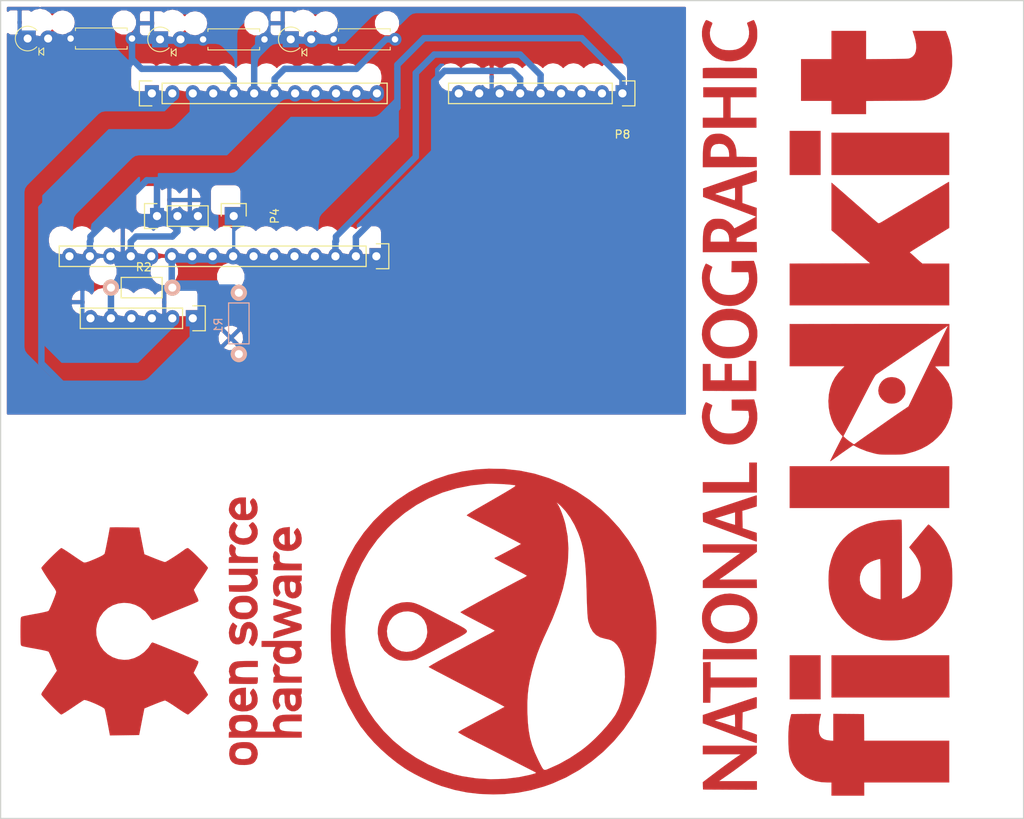
<source format=kicad_pcb>
(kicad_pcb (version 4) (host pcbnew 4.0.6)

  (general
    (links 24)
    (no_connects 0)
    (area 110.414999 45.009999 237.565001 146.760001)
    (thickness 1.6)
    (drawings 4)
    (tracks 75)
    (zones 0)
    (modules 16)
    (nets 15)
  )

  (page A4)
  (layers
    (0 F.Cu signal)
    (31 B.Cu signal)
    (32 B.Adhes user)
    (33 F.Adhes user)
    (34 B.Paste user)
    (35 F.Paste user)
    (36 B.SilkS user)
    (37 F.SilkS user)
    (38 B.Mask user)
    (39 F.Mask user)
    (40 Dwgs.User user)
    (41 Cmts.User user)
    (42 Eco1.User user)
    (43 Eco2.User user)
    (44 Edge.Cuts user)
    (45 Margin user)
    (46 B.CrtYd user)
    (47 F.CrtYd user)
    (48 B.Fab user)
    (49 F.Fab user)
  )

  (setup
    (last_trace_width 0.25)
    (user_trace_width 0.4)
    (user_trace_width 0.8)
    (trace_clearance 0.2)
    (zone_clearance 0.7)
    (zone_45_only no)
    (trace_min 0.2)
    (segment_width 0.2)
    (edge_width 0.15)
    (via_size 0.6)
    (via_drill 0.4)
    (via_min_size 0.4)
    (via_min_drill 0.3)
    (uvia_size 0.3)
    (uvia_drill 0.1)
    (uvias_allowed no)
    (uvia_min_size 0.2)
    (uvia_min_drill 0.1)
    (pcb_text_width 0.3)
    (pcb_text_size 1.5 1.5)
    (mod_edge_width 0.15)
    (mod_text_size 1 1)
    (mod_text_width 0.15)
    (pad_size 1.524 1.524)
    (pad_drill 0.762)
    (pad_to_mask_clearance 0.2)
    (aux_axis_origin 0 0)
    (visible_elements 7FFFFFFF)
    (pcbplotparams
      (layerselection 0x01000_80000001)
      (usegerberextensions false)
      (excludeedgelayer true)
      (linewidth 0.100000)
      (plotframeref false)
      (viasonmask false)
      (mode 1)
      (useauxorigin false)
      (hpglpennumber 1)
      (hpglpenspeed 20)
      (hpglpendiameter 15)
      (hpglpenoverlay 2)
      (psnegative false)
      (psa4output false)
      (plotreference false)
      (plotvalue false)
      (plotinvisibletext false)
      (padsonsilk false)
      (subtractmaskfromsilk false)
      (outputformat 1)
      (mirror false)
      (drillshape 0)
      (scaleselection 1)
      (outputdirectory generated))
  )

  (net 0 "")
  (net 1 GND)
  (net 2 /BAT)
  (net 3 /GPS_RX)
  (net 4 /GPS_TX)
  (net 5 /3V3)
  (net 6 "Net-(P4-Pad1)")
  (net 7 /LOAD)
  (net 8 "Net-(P3-Pad5)")
  (net 9 "Net-(D1-Pad2)")
  (net 10 "Net-(D2-Pad2)")
  (net 11 "Net-(D3-Pad2)")
  (net 12 "Net-(P6-Pad5)")
  (net 13 "Net-(P6-Pad6)")
  (net 14 "Net-(P6-Pad7)")

  (net_class Default "This is the default net class."
    (clearance 0.2)
    (trace_width 0.25)
    (via_dia 0.6)
    (via_drill 0.4)
    (uvia_dia 0.3)
    (uvia_drill 0.1)
    (add_net /3V3)
    (add_net /BAT)
    (add_net /GPS_RX)
    (add_net /GPS_TX)
    (add_net /LOAD)
    (add_net GND)
    (add_net "Net-(D1-Pad2)")
    (add_net "Net-(D2-Pad2)")
    (add_net "Net-(D3-Pad2)")
    (add_net "Net-(P3-Pad5)")
    (add_net "Net-(P4-Pad1)")
    (add_net "Net-(P6-Pad5)")
    (add_net "Net-(P6-Pad6)")
    (add_net "Net-(P6-Pad7)")
  )

  (module Socket_Strips:Socket_Strip_Straight_1x09 (layer F.Cu) (tedit 0) (tstamp 58764B06)
    (at 187.69 56.61 180)
    (descr "Through hole socket strip")
    (tags "socket strip")
    (path /58764DA2)
    (fp_text reference P8 (at 0 -5.1 180) (layer F.SilkS)
      (effects (font (size 1 1) (thickness 0.15)))
    )
    (fp_text value CONN_01X09 (at 0 -3.1 180) (layer F.Fab)
      (effects (font (size 1 1) (thickness 0.15)))
    )
    (fp_line (start -1.75 -1.75) (end -1.75 1.75) (layer F.CrtYd) (width 0.05))
    (fp_line (start 22.1 -1.75) (end 22.1 1.75) (layer F.CrtYd) (width 0.05))
    (fp_line (start -1.75 -1.75) (end 22.1 -1.75) (layer F.CrtYd) (width 0.05))
    (fp_line (start -1.75 1.75) (end 22.1 1.75) (layer F.CrtYd) (width 0.05))
    (fp_line (start 1.27 1.27) (end 21.59 1.27) (layer F.SilkS) (width 0.15))
    (fp_line (start 21.59 1.27) (end 21.59 -1.27) (layer F.SilkS) (width 0.15))
    (fp_line (start 21.59 -1.27) (end 1.27 -1.27) (layer F.SilkS) (width 0.15))
    (fp_line (start -1.55 1.55) (end 0 1.55) (layer F.SilkS) (width 0.15))
    (fp_line (start 1.27 1.27) (end 1.27 -1.27) (layer F.SilkS) (width 0.15))
    (fp_line (start 0 -1.55) (end -1.55 -1.55) (layer F.SilkS) (width 0.15))
    (fp_line (start -1.55 -1.55) (end -1.55 1.55) (layer F.SilkS) (width 0.15))
    (pad 1 thru_hole rect (at 0 0 180) (size 1.7272 2.032) (drill 1.016) (layers *.Cu *.Mask)
      (net 5 /3V3))
    (pad 2 thru_hole oval (at 2.54 0 180) (size 1.7272 2.032) (drill 1.016) (layers *.Cu *.Mask))
    (pad 3 thru_hole oval (at 5.08 0 180) (size 1.7272 2.032) (drill 1.016) (layers *.Cu *.Mask))
    (pad 4 thru_hole oval (at 7.62 0 180) (size 1.7272 2.032) (drill 1.016) (layers *.Cu *.Mask))
    (pad 5 thru_hole oval (at 10.16 0 180) (size 1.7272 2.032) (drill 1.016) (layers *.Cu *.Mask)
      (net 4 /GPS_TX))
    (pad 6 thru_hole oval (at 12.7 0 180) (size 1.7272 2.032) (drill 1.016) (layers *.Cu *.Mask)
      (net 3 /GPS_RX))
    (pad 7 thru_hole oval (at 15.24 0 180) (size 1.7272 2.032) (drill 1.016) (layers *.Cu *.Mask)
      (net 1 GND))
    (pad 8 thru_hole oval (at 17.78 0 180) (size 1.7272 2.032) (drill 1.016) (layers *.Cu *.Mask))
    (pad 9 thru_hole oval (at 20.32 0 180) (size 1.7272 2.032) (drill 1.016) (layers *.Cu *.Mask))
    (model Socket_Strips.3dshapes/Socket_Strip_Straight_1x09.wrl
      (at (xyz 0.4 0 0))
      (scale (xyz 1 1 1))
      (rotate (xyz 0 0 180))
    )
  )

  (module Socket_Strips:Socket_Strip_Straight_1x06 (layer F.Cu) (tedit 58DAB409) (tstamp 5875980C)
    (at 134.35 84.55 180)
    (descr "Through hole socket strip")
    (tags "socket strip")
    (path /5875956A)
    (fp_text reference P3 (at 0 -5.1 180) (layer F.SilkS) hide
      (effects (font (size 1 1) (thickness 0.15)))
    )
    (fp_text value CONN_01X06 (at 0 -3.1 180) (layer F.Fab) hide
      (effects (font (size 1 1) (thickness 0.15)))
    )
    (fp_line (start -1.75 -1.75) (end -1.75 1.75) (layer F.CrtYd) (width 0.05))
    (fp_line (start 14.45 -1.75) (end 14.45 1.75) (layer F.CrtYd) (width 0.05))
    (fp_line (start -1.75 -1.75) (end 14.45 -1.75) (layer F.CrtYd) (width 0.05))
    (fp_line (start -1.75 1.75) (end 14.45 1.75) (layer F.CrtYd) (width 0.05))
    (fp_line (start 1.27 1.27) (end 13.97 1.27) (layer F.SilkS) (width 0.15))
    (fp_line (start 13.97 1.27) (end 13.97 -1.27) (layer F.SilkS) (width 0.15))
    (fp_line (start 13.97 -1.27) (end 1.27 -1.27) (layer F.SilkS) (width 0.15))
    (fp_line (start -1.55 1.55) (end 0 1.55) (layer F.SilkS) (width 0.15))
    (fp_line (start 1.27 1.27) (end 1.27 -1.27) (layer F.SilkS) (width 0.15))
    (fp_line (start 0 -1.55) (end -1.55 -1.55) (layer F.SilkS) (width 0.15))
    (fp_line (start -1.55 -1.55) (end -1.55 1.55) (layer F.SilkS) (width 0.15))
    (pad 1 thru_hole rect (at 0 0 180) (size 1.7272 2.032) (drill 1.016) (layers *.Cu *.Mask)
      (net 7 /LOAD))
    (pad 2 thru_hole oval (at 2.54 0 180) (size 1.7272 2.032) (drill 1.016) (layers *.Cu *.Mask)
      (net 1 GND))
    (pad 3 thru_hole oval (at 5.08 0 180) (size 1.7272 2.032) (drill 1.016) (layers *.Cu *.Mask))
    (pad 4 thru_hole oval (at 7.62 0 180) (size 1.7272 2.032) (drill 1.016) (layers *.Cu *.Mask))
    (pad 5 thru_hole oval (at 10.16 0 180) (size 1.7272 2.032) (drill 1.016) (layers *.Cu *.Mask)
      (net 8 "Net-(P3-Pad5)"))
    (pad 6 thru_hole oval (at 12.7 0 180) (size 1.7272 2.032) (drill 1.016) (layers *.Cu *.Mask)
      (net 1 GND))
    (model Socket_Strips.3dshapes/Socket_Strip_Straight_1x06.wrl
      (at (xyz 0.25 0 0))
      (scale (xyz 1 1 1))
      (rotate (xyz 0 0 180))
    )
  )

  (module Resistors_THT:Resistor_Horizontal_RM7mm (layer B.Cu) (tedit 569FCF07) (tstamp 58759812)
    (at 140.065 81.375 270)
    (descr "Resistor, Axial,  RM 7.62mm, 1/3W,")
    (tags "Resistor Axial RM 7.62mm 1/3W R3")
    (path /587596E9)
    (fp_text reference R1 (at 4.05892 2.54 270) (layer B.SilkS)
      (effects (font (size 1 1) (thickness 0.15)) (justify mirror))
    )
    (fp_text value R (at 3.81 -2.54 270) (layer B.Fab)
      (effects (font (size 1 1) (thickness 0.15)) (justify mirror))
    )
    (fp_line (start -1.25 1.5) (end 8.85 1.5) (layer B.CrtYd) (width 0.05))
    (fp_line (start -1.25 -1.5) (end -1.25 1.5) (layer B.CrtYd) (width 0.05))
    (fp_line (start 8.85 1.5) (end 8.85 -1.5) (layer B.CrtYd) (width 0.05))
    (fp_line (start -1.25 -1.5) (end 8.85 -1.5) (layer B.CrtYd) (width 0.05))
    (fp_line (start 1.27 1.27) (end 6.35 1.27) (layer B.SilkS) (width 0.15))
    (fp_line (start 6.35 1.27) (end 6.35 -1.27) (layer B.SilkS) (width 0.15))
    (fp_line (start 6.35 -1.27) (end 1.27 -1.27) (layer B.SilkS) (width 0.15))
    (fp_line (start 1.27 -1.27) (end 1.27 1.27) (layer B.SilkS) (width 0.15))
    (pad 1 thru_hole circle (at 0 0 270) (size 1.99898 1.99898) (drill 1.00076) (layers *.Cu *.SilkS *.Mask)
      (net 2 /BAT))
    (pad 2 thru_hole circle (at 7.62 0 270) (size 1.99898 1.99898) (drill 1.00076) (layers *.Cu *.SilkS *.Mask)
      (net 1 GND))
  )

  (module Resistors_THT:Resistor_Horizontal_RM7mm (layer F.Cu) (tedit 569FCF07) (tstamp 58759818)
    (at 124.19 80.74)
    (descr "Resistor, Axial,  RM 7.62mm, 1/3W,")
    (tags "Resistor Axial RM 7.62mm 1/3W R3")
    (path /58759766)
    (fp_text reference R2 (at 4.05892 -2.54) (layer F.SilkS)
      (effects (font (size 1 1) (thickness 0.15)))
    )
    (fp_text value R (at 3.81 2.54) (layer F.Fab)
      (effects (font (size 1 1) (thickness 0.15)))
    )
    (fp_line (start -1.25 -1.5) (end 8.85 -1.5) (layer F.CrtYd) (width 0.05))
    (fp_line (start -1.25 1.5) (end -1.25 -1.5) (layer F.CrtYd) (width 0.05))
    (fp_line (start 8.85 -1.5) (end 8.85 1.5) (layer F.CrtYd) (width 0.05))
    (fp_line (start -1.25 1.5) (end 8.85 1.5) (layer F.CrtYd) (width 0.05))
    (fp_line (start 1.27 -1.27) (end 6.35 -1.27) (layer F.SilkS) (width 0.15))
    (fp_line (start 6.35 -1.27) (end 6.35 1.27) (layer F.SilkS) (width 0.15))
    (fp_line (start 6.35 1.27) (end 1.27 1.27) (layer F.SilkS) (width 0.15))
    (fp_line (start 1.27 1.27) (end 1.27 -1.27) (layer F.SilkS) (width 0.15))
    (pad 1 thru_hole circle (at 0 0) (size 1.99898 1.99898) (drill 1.00076) (layers *.Cu *.SilkS *.Mask)
      (net 8 "Net-(P3-Pad5)"))
    (pad 2 thru_hole circle (at 7.62 0) (size 1.99898 1.99898) (drill 1.00076) (layers *.Cu *.SilkS *.Mask)
      (net 2 /BAT))
  )

  (module Socket_Strips:Socket_Strip_Straight_1x12 (layer F.Cu) (tedit 58DACE67) (tstamp 58764AE5)
    (at 129.27 56.61)
    (descr "Through hole socket strip")
    (tags "socket strip")
    (path /58764702)
    (fp_text reference P6 (at 0 -5.1) (layer F.SilkS) hide
      (effects (font (size 1 1) (thickness 0.15)))
    )
    (fp_text value CONN_01X12 (at 0 -3.1) (layer F.Fab) hide
      (effects (font (size 1 1) (thickness 0.15)))
    )
    (fp_line (start -1.75 -1.75) (end -1.75 1.75) (layer F.CrtYd) (width 0.05))
    (fp_line (start 29.7 -1.75) (end 29.7 1.75) (layer F.CrtYd) (width 0.05))
    (fp_line (start -1.75 -1.75) (end 29.7 -1.75) (layer F.CrtYd) (width 0.05))
    (fp_line (start -1.75 1.75) (end 29.7 1.75) (layer F.CrtYd) (width 0.05))
    (fp_line (start 1.27 1.27) (end 29.21 1.27) (layer F.SilkS) (width 0.15))
    (fp_line (start 29.21 1.27) (end 29.21 -1.27) (layer F.SilkS) (width 0.15))
    (fp_line (start 29.21 -1.27) (end 1.27 -1.27) (layer F.SilkS) (width 0.15))
    (fp_line (start -1.55 1.55) (end 0 1.55) (layer F.SilkS) (width 0.15))
    (fp_line (start 1.27 1.27) (end 1.27 -1.27) (layer F.SilkS) (width 0.15))
    (fp_line (start 0 -1.55) (end -1.55 -1.55) (layer F.SilkS) (width 0.15))
    (fp_line (start -1.55 -1.55) (end -1.55 1.55) (layer F.SilkS) (width 0.15))
    (pad 1 thru_hole rect (at 0 0) (size 1.7272 2.032) (drill 1.016) (layers *.Cu *.Mask))
    (pad 2 thru_hole oval (at 2.54 0) (size 1.7272 2.032) (drill 1.016) (layers *.Cu *.Mask))
    (pad 3 thru_hole oval (at 5.08 0) (size 1.7272 2.032) (drill 1.016) (layers *.Cu *.Mask)
      (net 7 /LOAD))
    (pad 4 thru_hole oval (at 7.62 0) (size 1.7272 2.032) (drill 1.016) (layers *.Cu *.Mask))
    (pad 5 thru_hole oval (at 10.16 0) (size 1.7272 2.032) (drill 1.016) (layers *.Cu *.Mask)
      (net 12 "Net-(P6-Pad5)"))
    (pad 6 thru_hole oval (at 12.7 0) (size 1.7272 2.032) (drill 1.016) (layers *.Cu *.Mask)
      (net 13 "Net-(P6-Pad6)"))
    (pad 7 thru_hole oval (at 15.24 0) (size 1.7272 2.032) (drill 1.016) (layers *.Cu *.Mask)
      (net 14 "Net-(P6-Pad7)"))
    (pad 8 thru_hole oval (at 17.78 0) (size 1.7272 2.032) (drill 1.016) (layers *.Cu *.Mask))
    (pad 9 thru_hole oval (at 20.32 0) (size 1.7272 2.032) (drill 1.016) (layers *.Cu *.Mask))
    (pad 10 thru_hole oval (at 22.86 0) (size 1.7272 2.032) (drill 1.016) (layers *.Cu *.Mask))
    (pad 11 thru_hole oval (at 25.4 0) (size 1.7272 2.032) (drill 1.016) (layers *.Cu *.Mask))
    (pad 12 thru_hole oval (at 27.94 0) (size 1.7272 2.032) (drill 1.016) (layers *.Cu *.Mask))
    (model Socket_Strips.3dshapes/Socket_Strip_Straight_1x12.wrl
      (at (xyz 0.55 0 0))
      (scale (xyz 1 1 1))
      (rotate (xyz 0 0 180))
    )
  )

  (module Socket_Strips:Socket_Strip_Straight_1x16 (layer F.Cu) (tedit 58DAB40C) (tstamp 58764AF9)
    (at 157.137562 76.843356 180)
    (descr "Through hole socket strip")
    (tags "socket strip")
    (path /587647B3)
    (fp_text reference P7 (at 0 -5.1 180) (layer F.SilkS) hide
      (effects (font (size 1 1) (thickness 0.15)))
    )
    (fp_text value CONN_01X16 (at 0 -3.1 180) (layer F.Fab) hide
      (effects (font (size 1 1) (thickness 0.15)))
    )
    (fp_line (start -1.75 -1.75) (end -1.75 1.75) (layer F.CrtYd) (width 0.05))
    (fp_line (start 39.85 -1.75) (end 39.85 1.75) (layer F.CrtYd) (width 0.05))
    (fp_line (start -1.75 -1.75) (end 39.85 -1.75) (layer F.CrtYd) (width 0.05))
    (fp_line (start -1.75 1.75) (end 39.85 1.75) (layer F.CrtYd) (width 0.05))
    (fp_line (start 1.27 -1.27) (end 39.37 -1.27) (layer F.SilkS) (width 0.15))
    (fp_line (start 39.37 -1.27) (end 39.37 1.27) (layer F.SilkS) (width 0.15))
    (fp_line (start 39.37 1.27) (end 1.27 1.27) (layer F.SilkS) (width 0.15))
    (fp_line (start -1.55 1.55) (end 0 1.55) (layer F.SilkS) (width 0.15))
    (fp_line (start 1.27 1.27) (end 1.27 -1.27) (layer F.SilkS) (width 0.15))
    (fp_line (start 0 -1.55) (end -1.55 -1.55) (layer F.SilkS) (width 0.15))
    (fp_line (start -1.55 -1.55) (end -1.55 1.55) (layer F.SilkS) (width 0.15))
    (pad 1 thru_hole rect (at 0 0 180) (size 1.7272 2.032) (drill 1.016) (layers *.Cu *.Mask))
    (pad 2 thru_hole oval (at 2.54 0 180) (size 1.7272 2.032) (drill 1.016) (layers *.Cu *.Mask)
      (net 3 /GPS_RX))
    (pad 3 thru_hole oval (at 5.08 0 180) (size 1.7272 2.032) (drill 1.016) (layers *.Cu *.Mask)
      (net 4 /GPS_TX))
    (pad 4 thru_hole oval (at 7.62 0 180) (size 1.7272 2.032) (drill 1.016) (layers *.Cu *.Mask))
    (pad 5 thru_hole oval (at 10.16 0 180) (size 1.7272 2.032) (drill 1.016) (layers *.Cu *.Mask))
    (pad 6 thru_hole oval (at 12.7 0 180) (size 1.7272 2.032) (drill 1.016) (layers *.Cu *.Mask))
    (pad 7 thru_hole oval (at 15.24 0 180) (size 1.7272 2.032) (drill 1.016) (layers *.Cu *.Mask))
    (pad 8 thru_hole oval (at 17.78 0 180) (size 1.7272 2.032) (drill 1.016) (layers *.Cu *.Mask)
      (net 6 "Net-(P4-Pad1)"))
    (pad 9 thru_hole oval (at 20.32 0 180) (size 1.7272 2.032) (drill 1.016) (layers *.Cu *.Mask))
    (pad 10 thru_hole oval (at 22.86 0 180) (size 1.7272 2.032) (drill 1.016) (layers *.Cu *.Mask))
    (pad 11 thru_hole oval (at 25.4 0 180) (size 1.7272 2.032) (drill 1.016) (layers *.Cu *.Mask)
      (net 2 /BAT))
    (pad 12 thru_hole oval (at 27.94 0 180) (size 1.7272 2.032) (drill 1.016) (layers *.Cu *.Mask))
    (pad 13 thru_hole oval (at 30.48 0 180) (size 1.7272 2.032) (drill 1.016) (layers *.Cu *.Mask)
      (net 1 GND))
    (pad 14 thru_hole oval (at 33.02 0 180) (size 1.7272 2.032) (drill 1.016) (layers *.Cu *.Mask))
    (pad 15 thru_hole oval (at 35.56 0 180) (size 1.7272 2.032) (drill 1.016) (layers *.Cu *.Mask)
      (net 5 /3V3))
    (pad 16 thru_hole oval (at 38.1 0 180) (size 1.7272 2.032) (drill 1.016) (layers *.Cu *.Mask))
    (model Socket_Strips.3dshapes/Socket_Strip_Straight_1x16.wrl
      (at (xyz 0.75 0 0))
      (scale (xyz 1 1 1))
      (rotate (xyz 0 0 180))
    )
  )

  (module Socket_Strips:Socket_Strip_Straight_1x01 (layer F.Cu) (tedit 58DAB401) (tstamp 58767CD7)
    (at 139.43 71.85 270)
    (descr "Through hole socket strip")
    (tags "socket strip")
    (path /58768E8C)
    (fp_text reference P4 (at 0 -5.1 270) (layer F.SilkS)
      (effects (font (size 1 1) (thickness 0.15)))
    )
    (fp_text value CONN_01X01 (at 0 -3.1 270) (layer F.Fab) hide
      (effects (font (size 1 1) (thickness 0.15)))
    )
    (fp_line (start -1.75 -1.75) (end -1.75 1.75) (layer F.CrtYd) (width 0.05))
    (fp_line (start 1.75 -1.75) (end 1.75 1.75) (layer F.CrtYd) (width 0.05))
    (fp_line (start -1.75 -1.75) (end 1.75 -1.75) (layer F.CrtYd) (width 0.05))
    (fp_line (start -1.75 1.75) (end 1.75 1.75) (layer F.CrtYd) (width 0.05))
    (fp_line (start 1.27 1.27) (end 1.27 -1.27) (layer F.SilkS) (width 0.15))
    (fp_line (start -1.55 -1.55) (end 0 -1.55) (layer F.SilkS) (width 0.15))
    (fp_line (start -1.55 -1.55) (end -1.55 1.55) (layer F.SilkS) (width 0.15))
    (fp_line (start -1.55 1.55) (end 0 1.55) (layer F.SilkS) (width 0.15))
    (pad 1 thru_hole rect (at 0 0 270) (size 2.2352 2.2352) (drill 1.016) (layers *.Cu *.Mask)
      (net 6 "Net-(P4-Pad1)"))
    (model Socket_Strips.3dshapes/Socket_Strip_Straight_1x01.wrl
      (at (xyz 0 0 0))
      (scale (xyz 1 1 1))
      (rotate (xyz 0 0 180))
    )
  )

  (module Socket_Strips:Socket_Strip_Straight_1x03 (layer F.Cu) (tedit 58DAB40F) (tstamp 5876AC1B)
    (at 129.905 71.85)
    (descr "Through hole socket strip")
    (tags "socket strip")
    (path /5876AC9A)
    (fp_text reference P1 (at 0 -5.1) (layer F.SilkS) hide
      (effects (font (size 1 1) (thickness 0.15)))
    )
    (fp_text value CONN_01X03 (at 0 -3.1) (layer F.Fab) hide
      (effects (font (size 1 1) (thickness 0.15)))
    )
    (fp_line (start 0 -1.55) (end -1.55 -1.55) (layer F.SilkS) (width 0.15))
    (fp_line (start -1.55 -1.55) (end -1.55 1.55) (layer F.SilkS) (width 0.15))
    (fp_line (start -1.55 1.55) (end 0 1.55) (layer F.SilkS) (width 0.15))
    (fp_line (start -1.75 -1.75) (end -1.75 1.75) (layer F.CrtYd) (width 0.05))
    (fp_line (start 6.85 -1.75) (end 6.85 1.75) (layer F.CrtYd) (width 0.05))
    (fp_line (start -1.75 -1.75) (end 6.85 -1.75) (layer F.CrtYd) (width 0.05))
    (fp_line (start -1.75 1.75) (end 6.85 1.75) (layer F.CrtYd) (width 0.05))
    (fp_line (start 1.27 -1.27) (end 6.35 -1.27) (layer F.SilkS) (width 0.15))
    (fp_line (start 6.35 -1.27) (end 6.35 1.27) (layer F.SilkS) (width 0.15))
    (fp_line (start 6.35 1.27) (end 1.27 1.27) (layer F.SilkS) (width 0.15))
    (fp_line (start 1.27 1.27) (end 1.27 -1.27) (layer F.SilkS) (width 0.15))
    (pad 1 thru_hole rect (at 0 0) (size 1.7272 2.032) (drill 1.016) (layers *.Cu *.Mask)
      (net 5 /3V3))
    (pad 2 thru_hole oval (at 2.54 0) (size 1.7272 2.032) (drill 1.016) (layers *.Cu *.Mask)
      (net 1 GND))
    (pad 3 thru_hole oval (at 5.08 0) (size 1.7272 2.032) (drill 1.016) (layers *.Cu *.Mask)
      (net 1 GND))
    (model Socket_Strips.3dshapes/Socket_Strip_Straight_1x03.wrl
      (at (xyz 0.1 0 0))
      (scale (xyz 1 1 1))
      (rotate (xyz 0 0 180))
    )
  )

  (module ExampleSchematicToBeSorted:ngfk_negative_450dpi (layer F.Cu) (tedit 0) (tstamp 5876AFB2)
    (at 213.36 95.25 90)
    (fp_text reference G*** (at 0 0 90) (layer F.SilkS) hide
      (effects (font (thickness 0.3)))
    )
    (fp_text value LOGO (at 0.75 0 90) (layer F.SilkS) hide
      (effects (font (thickness 0.3)))
    )
    (fp_poly (pts (xy -21.306525 -0.079904) (xy -20.756244 -0.044517) (xy -20.262711 0.017732) (xy -20.119475 0.043873)
      (xy -19.276331 0.253989) (xy -18.513251 0.534218) (xy -17.816917 0.891243) (xy -17.174008 1.331747)
      (xy -16.652618 1.783458) (xy -16.07822 2.403097) (xy -15.587329 3.086459) (xy -15.177378 3.838665)
      (xy -14.8458 4.664838) (xy -14.590027 5.570101) (xy -14.477034 6.124222) (xy -14.451027 6.309555)
      (xy -14.424353 6.568299) (xy -14.398082 6.880849) (xy -14.373289 7.227601) (xy -14.351044 7.588951)
      (xy -14.33242 7.945294) (xy -14.318489 8.277026) (xy -14.310324 8.564542) (xy -14.308997 8.788239)
      (xy -14.315579 8.928511) (xy -14.321902 8.960555) (xy -14.348378 8.973373) (xy -14.42129 8.984649)
      (xy -14.546533 8.994465) (xy -14.730006 9.002907) (xy -14.977603 9.010059) (xy -15.295222 9.016005)
      (xy -15.68876 9.02083) (xy -16.164113 9.024618) (xy -16.727177 9.027454) (xy -17.383849 9.029421)
      (xy -18.140026 9.030605) (xy -19.001604 9.031089) (xy -19.252663 9.031111) (xy -24.156358 9.031111)
      (xy -24.023657 9.396698) (xy -23.776536 9.92765) (xy -23.447718 10.394394) (xy -23.047806 10.783364)
      (xy -22.802782 10.958354) (xy -22.681656 11.021617) (xy -22.492098 11.106127) (xy -22.271976 11.195135)
      (xy -22.238338 11.207962) (xy -22.058943 11.272614) (xy -21.903958 11.31705) (xy -21.744956 11.345006)
      (xy -21.553508 11.360222) (xy -21.301186 11.366436) (xy -21.025556 11.367434) (xy -20.693236 11.365124)
      (xy -20.443649 11.356002) (xy -20.246683 11.33641) (xy -20.072226 11.302691) (xy -19.890166 11.251186)
      (xy -19.783778 11.216589) (xy -19.251197 10.99828) (xy -18.74092 10.701732) (xy -18.227549 10.31206)
      (xy -18.19798 10.287) (xy -18.017301 10.135706) (xy -17.869483 10.016868) (xy -17.77478 9.946507)
      (xy -17.752033 9.934222) (xy -17.698803 9.967898) (xy -17.58083 10.057455) (xy -17.419403 10.185682)
      (xy -17.235813 10.335369) (xy -17.051351 10.489308) (xy -16.887307 10.630288) (xy -16.848667 10.664442)
      (xy -16.771995 10.730124) (xy -16.623335 10.855226) (xy -16.417682 11.027216) (xy -16.170033 11.233557)
      (xy -15.895382 11.461716) (xy -15.832667 11.513724) (xy -15.561383 11.739966) (xy -15.321093 11.942925)
      (xy -15.124942 12.111285) (xy -14.986076 12.233731) (xy -14.917642 12.298948) (xy -14.912909 12.305369)
      (xy -14.938348 12.379173) (xy -15.036274 12.512264) (xy -15.193081 12.690909) (xy -15.395164 12.901377)
      (xy -15.628918 13.129933) (xy -15.880736 13.362846) (xy -16.137014 13.586381) (xy -16.368889 13.774957)
      (xy -17.010262 14.210698) (xy -17.738267 14.588689) (xy -18.539048 14.902622) (xy -19.360444 15.137172)
      (xy -19.624447 15.183511) (xy -19.976875 15.221641) (xy -20.393531 15.251076) (xy -20.850215 15.271331)
      (xy -21.32273 15.281921) (xy -21.786876 15.282358) (xy -22.218455 15.272157) (xy -22.593269 15.250832)
      (xy -22.887118 15.217898) (xy -22.938625 15.209022) (xy -23.799845 15.015485) (xy -24.57479 14.771182)
      (xy -25.281765 14.467864) (xy -25.939071 14.09728) (xy -26.565013 13.651181) (xy -26.775277 13.479714)
      (xy -27.413216 12.879051) (xy -27.955403 12.228723) (xy -28.405942 11.521616) (xy -28.76894 10.750611)
      (xy -29.048503 9.908593) (xy -29.19379 9.28808) (xy -29.251055 8.913827) (xy -29.292233 8.467014)
      (xy -29.316802 7.978802) (xy -29.324243 7.480356) (xy -29.314035 7.00284) (xy -29.285659 6.577416)
      (xy -29.259227 6.378222) (xy -24.223636 6.378222) (xy -21.707374 6.378222) (xy -21.186655 6.377304)
      (xy -20.70237 6.374678) (xy -20.265834 6.370533) (xy -19.888358 6.36506) (xy -19.581255 6.35845)
      (xy -19.35584 6.350893) (xy -19.223423 6.342579) (xy -19.191945 6.335889) (xy -19.214791 6.179195)
      (xy -19.271928 5.952692) (xy -19.352789 5.690168) (xy -19.446809 5.425406) (xy -19.543422 5.192194)
      (xy -19.562033 5.152503) (xy -19.82798 4.715379) (xy -20.1561 4.362377) (xy -20.53322 4.093555)
      (xy -20.946169 3.908969) (xy -21.381775 3.808675) (xy -21.826865 3.792731) (xy -22.268269 3.861193)
      (xy -22.692813 4.014117) (xy -23.087326 4.251561) (xy -23.438636 4.573581) (xy -23.733571 4.980234)
      (xy -23.816874 5.134193) (xy -23.995667 5.547139) (xy -24.136136 5.980173) (xy -24.186955 6.194778)
      (xy -24.223636 6.378222) (xy -29.259227 6.378222) (xy -29.244247 6.265333) (xy -29.022044 5.321836)
      (xy -28.709523 4.437676) (xy -28.309814 3.617289) (xy -27.826044 2.865111) (xy -27.261341 2.185578)
      (xy -26.618832 1.583124) (xy -25.901647 1.062185) (xy -25.351842 0.745798) (xy -24.794095 0.478663)
      (xy -24.259011 0.273803) (xy -23.691702 0.111462) (xy -23.409412 0.046614) (xy -22.964997 -0.02517)
      (xy -22.444187 -0.070202) (xy -21.880268 -0.088456) (xy -21.306525 -0.079904)) (layer F.Cu) (width 0.01))
    (fp_poly (pts (xy 10.004465 5.000725) (xy 10.005833 6.049552) (xy 10.006851 7.067678) (xy 10.007527 8.049394)
      (xy 10.007869 8.988989) (xy 10.007884 9.880755) (xy 10.007582 10.718981) (xy 10.006969 11.49796)
      (xy 10.006053 12.21198) (xy 10.004843 12.855333) (xy 10.003346 13.42231) (xy 10.001571 13.907201)
      (xy 9.999525 14.304296) (xy 9.997217 14.607887) (xy 9.994653 14.812263) (xy 9.991843 14.911716)
      (xy 9.990667 14.920836) (xy 9.930202 14.922292) (xy 9.768123 14.923031) (xy 9.515702 14.923083)
      (xy 9.18421 14.922473) (xy 8.784921 14.921232) (xy 8.329107 14.919385) (xy 7.828038 14.916961)
      (xy 7.351889 14.914333) (xy 4.741333 14.899112) (xy 4.741333 14.025333) (xy 4.739318 13.725707)
      (xy 4.733757 13.470372) (xy 4.725378 13.278533) (xy 4.714907 13.169396) (xy 4.708262 13.151555)
      (xy 4.656009 13.189023) (xy 4.546411 13.288589) (xy 4.400386 13.430995) (xy 4.354888 13.476869)
      (xy 4.147921 13.675954) (xy 3.900568 13.897863) (xy 3.662873 14.097845) (xy 3.640071 14.116101)
      (xy 3.460588 14.253101) (xy 3.253677 14.402058) (xy 3.038676 14.550236) (xy 2.834919 14.684896)
      (xy 2.661745 14.793302) (xy 2.538489 14.862714) (xy 2.484489 14.880396) (xy 2.483556 14.877939)
      (xy 2.436137 14.88436) (xy 2.312146 14.92568) (xy 2.148099 14.989105) (xy 1.729232 15.122018)
      (xy 1.233873 15.218271) (xy 0.693087 15.275498) (xy 0.137936 15.291334) (xy -0.400516 15.263411)
      (xy -0.776966 15.211921) (xy -1.555209 15.026937) (xy -2.265973 14.762614) (xy -2.92557 14.410378)
      (xy -3.550307 13.961652) (xy -4.099344 13.46514) (xy -4.648942 12.852703) (xy -5.117403 12.184486)
      (xy -5.509554 11.45117) (xy -5.830221 10.643435) (xy -6.084231 9.751963) (xy -6.132641 9.539111)
      (xy -6.167 9.362493) (xy -6.19314 9.176834) (xy -6.212058 8.963844) (xy -6.224752 8.705235)
      (xy -6.232218 8.38272) (xy -6.235455 7.978009) (xy -6.23575 7.648222) (xy -6.234745 7.205967)
      (xy -6.231673 6.85674) (xy -6.22501 6.58068) (xy -6.213236 6.357927) (xy -6.194827 6.168621)
      (xy -6.168262 5.992903) (xy -6.132019 5.81091) (xy -6.084576 5.602785) (xy -6.076292 5.567632)
      (xy -5.811454 4.644648) (xy -5.469431 3.784836) (xy -5.298984 3.436649) (xy -5.113047 3.079255)
      (xy -4.962791 3.079255) (xy -4.40091 3.867961) (xy -4.19024 4.164558) (xy -3.979082 4.463387)
      (xy -3.786132 4.737888) (xy -3.630084 4.961499) (xy -3.567716 5.051778) (xy -3.450408 5.221085)
      (xy -3.282733 5.46101) (xy -3.079723 5.750152) (xy -2.856406 6.067111) (xy -2.627812 6.390485)
      (xy -2.596516 6.434666) (xy -2.171704 7.036) (xy -1.797659 7.569598) (xy -1.458299 8.058696)
      (xy -1.137541 8.526525) (xy -0.819303 8.996319) (xy -0.685774 9.194966) (xy -0.254 9.838599)
      (xy 0.592667 10.246808) (xy 0.839663 10.366371) (xy 1.170409 10.527195) (xy 1.567361 10.720711)
      (xy 2.012972 10.93835) (xy 2.489697 11.171541) (xy 2.979992 11.411716) (xy 3.466309 11.650306)
      (xy 3.471333 11.652773) (xy 3.976995 11.900922) (xy 4.503618 12.159103) (xy 5.030362 12.417116)
      (xy 5.536389 12.664762) (xy 6.000859 12.891842) (xy 6.402934 13.088156) (xy 6.684966 13.225598)
      (xy 7.097598 13.426742) (xy 7.546616 13.646178) (xy 7.998277 13.867379) (xy 8.418834 14.073816)
      (xy 8.774541 14.24896) (xy 8.801632 14.262333) (xy 9.09838 14.408521) (xy 9.358592 14.536087)
      (xy 9.566044 14.637126) (xy 9.70451 14.703736) (xy 9.757662 14.727999) (xy 9.746636 14.692194)
      (xy 9.701218 14.620225) (xy 9.641641 14.533329) (xy 9.526938 14.36521) (xy 9.365388 14.128046)
      (xy 9.16527 13.834015) (xy 8.934862 13.495295) (xy 8.682443 13.124064) (xy 8.416292 12.732499)
      (xy 8.144688 12.33278) (xy 7.875909 11.937084) (xy 7.618234 11.557589) (xy 7.379942 11.206473)
      (xy 7.169311 10.895914) (xy 7.138805 10.850913) (xy 6.90307 10.503415) (xy 6.656545 10.140503)
      (xy 6.417768 9.78943) (xy 6.205272 9.477448) (xy 6.038139 9.232606) (xy 5.890342 9.016016)
      (xy 5.692989 8.726102) (xy 5.459786 8.383036) (xy 5.204438 8.006992) (xy 4.940652 7.618143)
      (xy 4.713111 7.282396) (xy 4.474588 6.930961) (xy 4.25166 6.603815) (xy 4.053604 6.314473)
      (xy 3.8897 6.076447) (xy 3.769225 5.903252) (xy 3.701459 5.808399) (xy 3.697111 5.802665)
      (xy 3.612071 5.732905) (xy 3.432816 5.618414) (xy 3.166839 5.463448) (xy 2.821632 5.272261)
      (xy 2.404689 5.049106) (xy 1.975556 4.825102) (xy 1.532702 4.596321) (xy 1.077113 4.360982)
      (xy 0.630592 4.130347) (xy 0.214943 3.915677) (xy -0.148032 3.728233) (xy -0.43653 3.579276)
      (xy -0.479778 3.55695) (xy -1.105317 3.234023) (xy -1.638859 2.95855) (xy -2.08873 2.726221)
      (xy -2.463257 2.532731) (xy -2.770765 2.373771) (xy -3.019582 2.245035) (xy -3.218033 2.142213)
      (xy -3.374444 2.061) (xy -3.497142 1.997087) (xy -3.594453 1.946168) (xy -3.658468 1.9125)
      (xy -3.958491 1.754319) (xy -4.210465 2.038028) (xy -4.375374 2.231448) (xy -4.529629 2.432008)
      (xy -4.696664 2.671571) (xy -4.866174 2.929634) (xy -4.962791 3.079255) (xy -5.113047 3.079255)
      (xy -5.068274 2.993197) (xy -5.245305 2.724265) (xy -5.385377 2.516129) (xy -5.575406 2.240248)
      (xy -5.798813 1.920076) (xy -6.039021 1.579066) (xy -6.27945 1.240669) (xy -6.503523 0.92834)
      (xy -6.69466 0.665531) (xy -6.815008 0.503667) (xy -6.939997 0.330056) (xy -7.024338 0.196063)
      (xy -7.056042 0.121635) (xy -7.049877 0.112889) (xy -6.9861 0.137743) (xy -6.834904 0.208081)
      (xy -6.609165 0.317565) (xy -6.321756 0.459855) (xy -5.98555 0.628613) (xy -5.613422 0.817501)
      (xy -5.473547 0.889) (xy -3.958023 1.665111) (xy -3.714678 1.431431) (xy -3.155864 0.971046)
      (xy -2.52451 0.587232) (xy -1.834617 0.284071) (xy -1.100188 0.065647) (xy -0.335225 -0.063958)
      (xy 0.446271 -0.10066) (xy 1.230297 -0.040376) (xy 1.298222 -0.030402) (xy 2.035573 0.127989)
      (xy 2.710751 0.372078) (xy 3.33836 0.709225) (xy 3.933005 1.146793) (xy 4.306102 1.485947)
      (xy 4.741333 1.911403) (xy 4.741333 -4.910667) (xy 9.99004 -4.910667) (xy 10.004465 5.000725)) (layer F.Cu) (width 0.01))
    (fp_poly (pts (xy 42.897778 0.282222) (xy 46.397333 0.282222) (xy 46.397333 4.572) (xy 42.891632 4.572)
      (xy 42.908816 7.210778) (xy 42.912929 7.825054) (xy 42.916901 8.336953) (xy 42.921257 8.756984)
      (xy 42.926517 9.095655) (xy 42.933205 9.363477) (xy 42.941843 9.570959) (xy 42.952952 9.72861)
      (xy 42.967056 9.84694) (xy 42.984677 9.936457) (xy 43.006337 10.007671) (xy 43.032558 10.071092)
      (xy 43.053156 10.114913) (xy 43.252345 10.407681) (xy 43.529395 10.62175) (xy 43.880716 10.756584)
      (xy 44.30272 10.81165) (xy 44.791817 10.786412) (xy 45.344417 10.680336) (xy 45.847 10.531105)
      (xy 46.397333 10.344458) (xy 46.396854 12.411229) (xy 46.396374 14.478) (xy 45.959409 14.659241)
      (xy 45.348678 14.88627) (xy 44.741933 15.054666) (xy 44.107751 15.170857) (xy 43.414712 15.241269)
      (xy 43.010667 15.262304) (xy 42.680647 15.268515) (xy 42.335644 15.26466) (xy 42.02143 15.251762)
      (xy 41.825333 15.235877) (xy 41.074569 15.112514) (xy 40.391734 14.917422) (xy 39.783481 14.653648)
      (xy 39.256461 14.324237) (xy 38.817325 13.932234) (xy 38.708522 13.808673) (xy 38.43804 13.426788)
      (xy 38.188908 12.96582) (xy 37.977845 12.459478) (xy 37.864844 12.107333) (xy 37.839036 12.012897)
      (xy 37.816926 11.921162) (xy 37.798172 11.822819) (xy 37.782433 11.708561) (xy 37.769368 11.569079)
      (xy 37.758634 11.395065) (xy 37.749892 11.17721) (xy 37.742798 10.906206) (xy 37.737012 10.572744)
      (xy 37.732192 10.167516) (xy 37.727997 9.681215) (xy 37.724085 9.10453) (xy 37.720116 8.428154)
      (xy 37.718359 8.113889) (xy 37.698682 4.572) (xy 36.068 4.572) (xy 36.068 0.282222)
      (xy 37.704889 0.282222) (xy 37.704889 -3.499556) (xy 42.897778 -3.499556) (xy 42.897778 0.282222)) (layer F.Cu) (width 0.01))
    (fp_poly (pts (xy -31.157333 14.899133) (xy -36.406697 14.929555) (xy -36.406682 7.605889) (xy -36.406667 0.282222)
      (xy -31.157333 0.282222) (xy -31.157333 14.899133)) (layer F.Cu) (width 0.01))
    (fp_poly (pts (xy -40.560356 -5.053641) (xy -39.977336 -5.010265) (xy -39.457247 -4.940433) (xy -38.984214 -4.842935)
      (xy -38.95359 -4.835328) (xy -38.466889 -4.713111) (xy -38.452007 -2.864556) (xy -38.449018 -2.420595)
      (xy -38.447414 -2.014924) (xy -38.447159 -1.660745) (xy -38.448216 -1.371263) (xy -38.450549 -1.15968)
      (xy -38.454122 -1.039202) (xy -38.457089 -1.016) (xy -38.517133 -1.029196) (xy -38.659266 -1.064291)
      (xy -38.85638 -1.114548) (xy -38.923527 -1.131924) (xy -39.251464 -1.200509) (xy -39.621073 -1.251012)
      (xy -40.000751 -1.281564) (xy -40.358895 -1.290295) (xy -40.663903 -1.275333) (xy -40.845904 -1.245686)
      (xy -41.16432 -1.125745) (xy -41.408082 -0.939806) (xy -41.583462 -0.678859) (xy -41.696732 -0.333892)
      (xy -41.750615 0.05405) (xy -41.785621 0.508) (xy -38.437165 0.508) (xy -38.466889 4.318)
      (xy -40.117889 4.332963) (xy -41.768889 4.347927) (xy -41.768889 14.901333) (xy -46.961778 14.901333)
      (xy -46.961778 4.346222) (xy -48.598667 4.346222) (xy -48.598667 0.282222) (xy -46.961778 0.282222)
      (xy -46.961778 -0.246607) (xy -46.915512 -1.012763) (xy -46.779438 -1.733517) (xy -46.557637 -2.401564)
      (xy -46.254192 -3.009593) (xy -45.873186 -3.5503) (xy -45.418702 -4.016374) (xy -44.894821 -4.40051)
      (xy -44.531291 -4.597009) (xy -44.228471 -4.732724) (xy -43.946652 -4.838804) (xy -43.664308 -4.919203)
      (xy -43.359911 -4.977876) (xy -43.011934 -5.018777) (xy -42.598849 -5.045859) (xy -42.099131 -5.063077)
      (xy -41.978689 -5.065863) (xy -41.222182 -5.07177) (xy -40.560356 -5.053641)) (layer F.Cu) (width 0.01))
    (fp_poly (pts (xy -7.676444 14.901333) (xy -12.869333 14.901333) (xy -12.869333 -4.910667) (xy -7.676444 -4.910667)
      (xy -7.676444 14.901333)) (layer F.Cu) (width 0.01))
    (fp_poly (pts (xy 17.511584 0.083553) (xy 17.526 5.077772) (xy 18.693951 3.710108) (xy 18.983931 3.370732)
      (xy 19.254108 3.054889) (xy 19.494755 2.773923) (xy 19.696145 2.539176) (xy 19.848552 2.361993)
      (xy 19.942249 2.253717) (xy 19.963951 2.229063) (xy 20.0427 2.139246) (xy 20.183215 1.976584)
      (xy 20.374185 1.754278) (xy 20.604303 1.48553) (xy 20.86226 1.183542) (xy 21.136746 0.861515)
      (xy 21.329472 0.635) (xy 21.629392 0.282222) (xy 27.554305 0.282222) (xy 27.450819 0.415431)
      (xy 27.384693 0.49493) (xy 27.250306 0.65168) (xy 27.054109 0.878308) (xy 26.802557 1.16744)
      (xy 26.502103 1.511703) (xy 26.1592 1.903722) (xy 25.780302 2.336124) (xy 25.371862 2.801535)
      (xy 24.940334 3.292581) (xy 24.492171 3.801888) (xy 24.033826 4.322083) (xy 23.770023 4.621166)
      (xy 23.478953 4.95216) (xy 23.209714 5.260484) (xy 22.97209 5.534764) (xy 22.775863 5.763628)
      (xy 22.630818 5.935704) (xy 22.546739 6.03962) (xy 22.531775 6.0605) (xy 22.511614 6.107465)
      (xy 22.511075 6.167015) (xy 22.536518 6.252404) (xy 22.594301 6.376891) (xy 22.690783 6.553731)
      (xy 22.832323 6.796182) (xy 23.025279 7.1175) (xy 23.090284 7.224889) (xy 23.283203 7.543694)
      (xy 23.461686 7.839437) (xy 23.615482 8.09507) (xy 23.73434 8.293544) (xy 23.808009 8.417808)
      (xy 23.81998 8.438444) (xy 23.878923 8.538734) (xy 23.985489 8.717469) (xy 24.128818 8.95654)
      (xy 24.298051 9.237832) (xy 24.482326 9.543235) (xy 24.496889 9.567333) (xy 24.681882 9.873848)
      (xy 24.852682 10.157653) (xy 24.998427 10.400635) (xy 25.108253 10.584682) (xy 25.1713 10.691681)
      (xy 25.173913 10.696222) (xy 25.23289 10.796513) (xy 25.339486 10.975253) (xy 25.482836 11.214328)
      (xy 25.652081 11.495626) (xy 25.836356 11.801035) (xy 25.850905 11.825111) (xy 26.047738 12.151805)
      (xy 26.241387 12.475017) (xy 26.417786 12.771136) (xy 26.562864 13.016551) (xy 26.658034 13.179778)
      (xy 26.780025 13.388571) (xy 26.939781 13.657307) (xy 27.11573 13.949893) (xy 27.271514 14.206096)
      (xy 27.415191 14.443194) (xy 27.534637 14.644705) (xy 27.618823 14.791692) (xy 27.65672 14.865218)
      (xy 27.657778 14.869318) (xy 27.603101 14.875536) (xy 27.446144 14.881348) (xy 27.197514 14.886635)
      (xy 26.867818 14.891281) (xy 26.467664 14.895167) (xy 26.00766 14.898176) (xy 25.498414 14.900189)
      (xy 24.950532 14.901089) (xy 24.793222 14.901126) (xy 21.928667 14.900919) (xy 21.538212 14.266126)
      (xy 21.351388 13.962119) (xy 21.133114 13.606512) (xy 20.910823 13.244018) (xy 20.715881 12.925778)
      (xy 20.342574 12.315726) (xy 20.023969 11.795013) (xy 19.755597 11.356837) (xy 19.532992 10.994398)
      (xy 19.351687 10.700894) (xy 19.207214 10.469524) (xy 19.095106 10.293486) (xy 19.010895 10.165979)
      (xy 18.950114 10.080201) (xy 18.908296 10.029352) (xy 18.880974 10.00663) (xy 18.863679 10.005233)
      (xy 18.851946 10.018361) (xy 18.841305 10.039212) (xy 18.831064 10.056227) (xy 18.770003 10.129404)
      (xy 18.649307 10.26643) (xy 18.485963 10.448251) (xy 18.296958 10.655811) (xy 18.280835 10.673397)
      (xy 18.080091 10.8935) (xy 17.893457 11.100408) (xy 17.741764 11.270884) (xy 17.645847 11.381689)
      (xy 17.645835 11.381703) (xy 17.497778 11.559185) (xy 17.497778 14.901333) (xy 12.304889 14.901333)
      (xy 12.304889 -4.910667) (xy 17.497168 -4.910667) (xy 17.511584 0.083553)) (layer F.Cu) (width 0.01))
    (fp_poly (pts (xy 33.753778 14.901333) (xy 28.504444 14.901333) (xy 28.504444 0.282222) (xy 33.753778 0.282222)
      (xy 33.753778 14.901333)) (layer F.Cu) (width 0.01))
    (fp_poly (pts (xy -31.157333 -1.072445) (xy -36.632444 -1.072445) (xy -36.632444 -4.910667) (xy -31.157333 -4.910667)
      (xy -31.157333 -1.072445)) (layer F.Cu) (width 0.01))
    (fp_poly (pts (xy 33.979556 -1.072445) (xy 28.504444 -1.072445) (xy 28.504444 -4.910667) (xy 33.979556 -4.910667)
      (xy 33.979556 -1.072445)) (layer F.Cu) (width 0.01))
    (fp_poly (pts (xy 9.198791 -15.778607) (xy 9.724509 -15.667243) (xy 10.15611 -15.495972) (xy 10.422857 -15.327889)
      (xy 10.714025 -15.090539) (xy 10.998632 -14.813013) (xy 11.245699 -14.524404) (xy 11.355625 -14.369537)
      (xy 11.61647 -13.86735) (xy 11.791578 -13.308457) (xy 11.879378 -12.711382) (xy 11.878302 -12.09465)
      (xy 11.786781 -11.476784) (xy 11.642705 -10.981073) (xy 11.385407 -10.412442) (xy 11.057289 -9.930234)
      (xy 10.662974 -9.537414) (xy 10.207082 -9.236947) (xy 9.694236 -9.031797) (xy 9.129058 -8.92493)
      (xy 8.516169 -8.919309) (xy 8.438444 -8.925688) (xy 7.914143 -9.028578) (xy 7.426373 -9.233508)
      (xy 6.98274 -9.533401) (xy 6.590848 -9.921178) (xy 6.258304 -10.38976) (xy 5.99271 -10.932069)
      (xy 5.857466 -11.328058) (xy 5.785076 -11.665808) (xy 5.740381 -12.059168) (xy 5.725989 -12.417778)
      (xy 7.1419 -12.417778) (xy 7.176261 -11.791428) (xy 7.276625 -11.255718) (xy 7.443703 -10.809194)
      (xy 7.678205 -10.450403) (xy 7.980844 -10.177892) (xy 8.325556 -10.000054) (xy 8.550051 -9.955005)
      (xy 8.834246 -9.953131) (xy 9.135251 -9.990494) (xy 9.410178 -10.063156) (xy 9.521188 -10.109861)
      (xy 9.805939 -10.30994) (xy 10.055822 -10.603026) (xy 10.25743 -10.971291) (xy 10.344407 -11.204222)
      (xy 10.423402 -11.555301) (xy 10.467598 -11.975822) (xy 10.477035 -12.427851) (xy 10.451753 -12.873453)
      (xy 10.391791 -13.274693) (xy 10.342019 -13.469306) (xy 10.167616 -13.906856) (xy 9.942123 -14.250145)
      (xy 9.658587 -14.508816) (xy 9.537608 -14.584991) (xy 9.355354 -14.679613) (xy 9.196959 -14.732738)
      (xy 9.014645 -14.755775) (xy 8.803827 -14.760222) (xy 8.401308 -14.72227) (xy 8.066462 -14.602591)
      (xy 7.780848 -14.392457) (xy 7.604619 -14.192496) (xy 7.409186 -13.885987) (xy 7.271125 -13.544647)
      (xy 7.185097 -13.148004) (xy 7.145765 -12.675585) (xy 7.1419 -12.417778) (xy 5.725989 -12.417778)
      (xy 5.723713 -12.474486) (xy 5.735401 -12.878104) (xy 5.775776 -13.23637) (xy 5.836241 -13.490222)
      (xy 6.073267 -14.051565) (xy 6.382088 -14.552118) (xy 6.752491 -14.981798) (xy 7.174266 -15.330524)
      (xy 7.637202 -15.588214) (xy 8.116667 -15.741813) (xy 8.652203 -15.804746) (xy 9.198791 -15.778607)) (layer F.Cu) (width 0.01))
    (fp_poly (pts (xy -26.243531 -15.786977) (xy -25.951151 -15.75111) (xy -25.949623 -15.750793) (xy -25.427735 -15.586979)
      (xy -24.952546 -15.328095) (xy -24.531382 -14.984872) (xy -24.171569 -14.568039) (xy -23.880433 -14.088326)
      (xy -23.6653 -13.556464) (xy -23.533495 -12.983183) (xy -23.492344 -12.379213) (xy -23.500634 -12.163778)
      (xy -23.58917 -11.512046) (xy -23.761749 -10.915371) (xy -24.013185 -10.381244) (xy -24.33829 -9.917159)
      (xy -24.731877 -9.530607) (xy -25.188759 -9.229082) (xy -25.669985 -9.030278) (xy -26.055513 -8.947829)
      (xy -26.490722 -8.914242) (xy -26.933141 -8.929059) (xy -27.340301 -8.991822) (xy -27.544889 -9.050482)
      (xy -28.065117 -9.292149) (xy -28.519752 -9.623007) (xy -28.905122 -10.03786) (xy -29.217556 -10.531508)
      (xy -29.453383 -11.098755) (xy -29.608932 -11.734402) (xy -29.650759 -12.032279) (xy -29.665471 -12.526062)
      (xy -28.267086 -12.526062) (xy -28.252733 -12.011392) (xy -28.180077 -11.5159) (xy -28.053665 -11.060825)
      (xy -27.878043 -10.667409) (xy -27.657759 -10.356893) (xy -27.640611 -10.338629) (xy -27.323937 -10.084399)
      (xy -26.964576 -9.93141) (xy -26.574657 -9.882214) (xy -26.166309 -9.939365) (xy -25.999171 -9.993081)
      (xy -25.673408 -10.17272) (xy -25.391822 -10.443713) (xy -25.18554 -10.764235) (xy -25.076168 -11.015561)
      (xy -24.999584 -11.275122) (xy -24.951167 -11.569745) (xy -24.926298 -11.926253) (xy -24.920222 -12.304889)
      (xy -24.937227 -12.815096) (xy -24.991872 -13.238393) (xy -25.089604 -13.59607) (xy -25.235871 -13.90942)
      (xy -25.38977 -14.140219) (xy -25.665272 -14.416804) (xy -25.995787 -14.606927) (xy -26.361218 -14.708401)
      (xy -26.741468 -14.71904) (xy -27.116442 -14.636657) (xy -27.466041 -14.459066) (xy -27.574054 -14.377846)
      (xy -27.734005 -14.199788) (xy -27.894269 -13.9419) (xy -28.039465 -13.636142) (xy -28.15421 -13.314478)
      (xy -28.218589 -13.038667) (xy -28.267086 -12.526062) (xy -29.665471 -12.526062) (xy -29.668914 -12.64158)
      (xy -29.591402 -13.231136) (xy -29.425078 -13.788982) (xy -29.176794 -14.303149) (xy -28.853405 -14.761674)
      (xy -28.461765 -15.152588) (xy -28.008727 -15.463926) (xy -27.573111 -15.659653) (xy -27.301453 -15.727346)
      (xy -26.961055 -15.772717) (xy -26.59429 -15.793387) (xy -26.243531 -15.786977)) (layer F.Cu) (width 0.01))
    (fp_poly (pts (xy -1.091025 -15.777885) (xy -0.679181 -15.705322) (xy -0.288388 -15.594528) (xy 0.049732 -15.454253)
      (xy 0.278675 -15.313313) (xy 0.264882 -15.259894) (xy 0.211789 -15.133442) (xy 0.132129 -14.961104)
      (xy 0.038635 -14.770029) (xy -0.05596 -14.587365) (xy -0.096686 -14.513018) (xy -0.151073 -14.521139)
      (xy -0.284521 -14.561883) (xy -0.470837 -14.627068) (xy -0.520019 -14.645258) (xy -0.909678 -14.759675)
      (xy -1.309546 -14.824583) (xy -1.354667 -14.828177) (xy -1.840283 -14.80919) (xy -2.288574 -14.687797)
      (xy -2.689296 -14.471185) (xy -3.032202 -14.166541) (xy -3.307049 -13.781053) (xy -3.503592 -13.321906)
      (xy -3.504094 -13.320294) (xy -3.571242 -13.010257) (xy -3.608201 -12.636207) (xy -3.614134 -12.242201)
      (xy -3.5882 -11.8723) (xy -3.536921 -11.596412) (xy -3.358753 -11.128018) (xy -3.104048 -10.726646)
      (xy -2.784364 -10.39997) (xy -2.411254 -10.155664) (xy -1.996273 -10.001403) (xy -1.550978 -9.944863)
      (xy -1.114866 -9.987719) (xy -0.79274 -10.054592) (xy -0.762 -12.107334) (xy 0.592667 -12.107334)
      (xy 0.622849 -9.318698) (xy 0.223664 -9.199815) (xy -0.482713 -9.026534) (xy -1.155625 -8.935392)
      (xy -1.782277 -8.927199) (xy -2.349876 -9.002763) (xy -2.46252 -9.029911) (xy -3.037384 -9.234751)
      (xy -3.554609 -9.528926) (xy -4.003872 -9.904031) (xy -4.374848 -10.351663) (xy -4.624182 -10.789898)
      (xy -4.783681 -11.170091) (xy -4.889285 -11.524118) (xy -4.949604 -11.893169) (xy -4.973246 -12.318432)
      (xy -4.974473 -12.465871) (xy -4.922192 -13.083354) (xy -4.765808 -13.657391) (xy -4.506008 -14.186393)
      (xy -4.143482 -14.668767) (xy -3.925139 -14.890826) (xy -3.44562 -15.263662) (xy -2.908618 -15.540363)
      (xy -2.318282 -15.719372) (xy -1.678767 -15.799132) (xy -1.492297 -15.803465) (xy -1.091025 -15.777885)) (layer F.Cu) (width 0.01))
    (fp_poly (pts (xy 16.115485 -15.785618) (xy 16.381506 -15.747267) (xy 16.582206 -15.695703) (xy 16.809899 -15.621786)
      (xy 17.039542 -15.535756) (xy 17.246096 -15.447853) (xy 17.404519 -15.368314) (xy 17.48977 -15.307379)
      (xy 17.497778 -15.290831) (xy 17.473288 -15.225814) (xy 17.410397 -15.096307) (xy 17.32497 -14.931824)
      (xy 17.232873 -14.761876) (xy 17.149971 -14.615977) (xy 17.09213 -14.52364) (xy 17.075985 -14.506222)
      (xy 17.019254 -14.524699) (xy 16.884581 -14.573469) (xy 16.69948 -14.642541) (xy 16.671942 -14.652946)
      (xy 16.158219 -14.796316) (xy 15.664119 -14.835618) (xy 15.199426 -14.775294) (xy 14.773927 -14.619789)
      (xy 14.397407 -14.373545) (xy 14.079649 -14.041005) (xy 13.830441 -13.626613) (xy 13.707092 -13.306673)
      (xy 13.634656 -12.972961) (xy 13.597598 -12.578695) (xy 13.597316 -12.170974) (xy 13.63521 -11.796899)
      (xy 13.658747 -11.678329) (xy 13.819341 -11.203448) (xy 14.058742 -10.792607) (xy 14.365524 -10.453712)
      (xy 14.728258 -10.194668) (xy 15.135516 -10.023382) (xy 15.575873 -9.947761) (xy 16.0379 -9.975709)
      (xy 16.101948 -9.98798) (xy 16.425333 -10.055115) (xy 16.425333 -12.13903) (xy 17.116778 -12.123182)
      (xy 17.808222 -12.107334) (xy 17.823342 -10.736097) (xy 17.838463 -9.364861) (xy 17.630323 -9.277895)
      (xy 17.217432 -9.139197) (xy 16.737827 -9.033126) (xy 16.224834 -8.962907) (xy 15.711783 -8.931762)
      (xy 15.232001 -8.942916) (xy 14.818817 -8.999591) (xy 14.798908 -9.004042) (xy 14.255695 -9.184753)
      (xy 13.752181 -9.462955) (xy 13.300348 -9.826706) (xy 12.912179 -10.264063) (xy 12.599656 -10.763086)
      (xy 12.37476 -11.311831) (xy 12.331616 -11.46311) (xy 12.276131 -11.766205) (xy 12.243994 -12.142838)
      (xy 12.23737 -12.419234) (xy 12.281259 -13.028347) (xy 12.417239 -13.579372) (xy 12.651081 -14.086974)
      (xy 12.988555 -14.565817) (xy 13.156992 -14.755933) (xy 13.57385 -15.131445) (xy 14.051792 -15.428766)
      (xy 14.492588 -15.619642) (xy 14.844073 -15.715199) (xy 15.260655 -15.77667) (xy 15.698928 -15.80112)
      (xy 16.115485 -15.785618)) (layer F.Cu) (width 0.01))
    (fp_poly (pts (xy 46.682793 -15.747386) (xy 46.888293 -15.695079) (xy 47.116339 -15.616328) (xy 47.341747 -15.52266)
      (xy 47.539331 -15.425602) (xy 47.68391 -15.336681) (xy 47.750297 -15.267424) (xy 47.752 -15.25799)
      (xy 47.727419 -15.169576) (xy 47.665044 -15.018483) (xy 47.58192 -14.840703) (xy 47.495098 -14.672229)
      (xy 47.421624 -14.549052) (xy 47.406418 -14.528394) (xy 47.335695 -14.506266) (xy 47.197272 -14.546596)
      (xy 47.088556 -14.595736) (xy 46.633332 -14.76047) (xy 46.171362 -14.824343) (xy 45.718155 -14.791348)
      (xy 45.289217 -14.665475) (xy 44.900055 -14.450714) (xy 44.566178 -14.151057) (xy 44.376775 -13.897885)
      (xy 44.200568 -13.574681) (xy 44.084923 -13.248119) (xy 44.021191 -12.884167) (xy 44.000727 -12.448793)
      (xy 44.000688 -12.417778) (xy 44.018516 -11.972974) (xy 44.076878 -11.603853) (xy 44.184544 -11.277767)
      (xy 44.35028 -10.962071) (xy 44.421407 -10.851314) (xy 44.728022 -10.491533) (xy 45.108409 -10.211771)
      (xy 45.546543 -10.023635) (xy 45.57608 -10.015013) (xy 45.958211 -9.95004) (xy 46.377273 -9.950599)
      (xy 46.785152 -10.013761) (xy 47.06728 -10.10576) (xy 47.241302 -10.16924) (xy 47.365806 -10.192781)
      (xy 47.406847 -10.182367) (xy 47.451285 -10.105197) (xy 47.520228 -9.959446) (xy 47.599222 -9.779126)
      (xy 47.673816 -9.598246) (xy 47.729556 -9.450815) (xy 47.75199 -9.370842) (xy 47.752 -9.37016)
      (xy 47.703033 -9.329308) (xy 47.572069 -9.261235) (xy 47.383013 -9.177817) (xy 47.286333 -9.138821)
      (xy 47.069163 -9.05788) (xy 46.88532 -9.003732) (xy 46.699097 -8.970121) (xy 46.474786 -8.950795)
      (xy 46.176681 -8.939498) (xy 46.143333 -8.938618) (xy 45.695073 -8.93871) (xy 45.345177 -8.965367)
      (xy 45.138789 -9.003639) (xy 44.641363 -9.178752) (xy 44.160874 -9.441) (xy 43.722527 -9.772072)
      (xy 43.351529 -10.153656) (xy 43.133671 -10.460266) (xy 42.864533 -11.013504) (xy 42.693236 -11.60641)
      (xy 42.620465 -12.221161) (xy 42.646906 -12.839934) (xy 42.773247 -13.444907) (xy 42.996887 -14.011703)
      (xy 43.294982 -14.485224) (xy 43.677265 -14.897208) (xy 44.12916 -15.24079) (xy 44.636089 -15.509106)
      (xy 45.183475 -15.695291) (xy 45.75674 -15.792481) (xy 46.341306 -15.793811) (xy 46.682793 -15.747386)) (layer F.Cu) (width 0.01))
    (fp_poly (pts (xy -46.567384 -15.228005) (xy -46.127372 -14.651478) (xy -45.696407 -14.081813) (xy -45.284314 -13.532252)
      (xy -44.900919 -13.016037) (xy -44.556049 -12.546411) (xy -44.259529 -12.136616) (xy -44.021186 -11.799895)
      (xy -43.984791 -11.747446) (xy -43.462222 -10.991464) (xy -43.462222 -15.691556) (xy -42.389778 -15.691556)
      (xy -42.389778 -8.970272) (xy -42.878418 -8.986581) (xy -43.367058 -9.002889) (xy -44.374247 -10.329334)
      (xy -44.645068 -10.686968) (xy -44.906717 -11.034287) (xy -45.14761 -11.355779) (xy -45.356162 -11.63593)
      (xy -45.520788 -11.859227) (xy -45.629905 -12.010155) (xy -45.638718 -12.022667) (xy -45.77209 -12.213231)
      (xy -45.947564 -12.464477) (xy -46.142799 -12.744395) (xy -46.335458 -13.020977) (xy -46.344223 -13.03357)
      (xy -46.792444 -13.677584) (xy -46.792444 -8.974667) (xy -47.865784 -8.974667) (xy -47.851225 -12.319)
      (xy -47.836667 -15.663334) (xy -47.381346 -15.67956) (xy -46.926026 -15.695787) (xy -46.567384 -15.228005)) (layer F.Cu) (width 0.01))
    (fp_poly (pts (xy -39.095652 -15.691195) (xy -38.579778 -15.690833) (xy -38.278484 -14.802195) (xy -38.194313 -14.554309)
      (xy -38.079362 -14.216324) (xy -37.93933 -13.804971) (xy -37.779919 -13.336982) (xy -37.606827 -12.829089)
      (xy -37.425755 -12.298024) (xy -37.242403 -11.760519) (xy -37.163706 -11.529896) (xy -36.994829 -11.033144)
      (xy -36.837808 -10.56758) (xy -36.696338 -10.144424) (xy -36.574112 -9.774901) (xy -36.474826 -9.470231)
      (xy -36.402173 -9.241638) (xy -36.359847 -9.100343) (xy -36.350222 -9.058714) (xy -36.364314 -9.021763)
      (xy -36.418392 -8.997889) (xy -36.530165 -8.98524) (xy -36.717339 -8.981961) (xy -36.997622 -8.986198)
      (xy -37.034784 -8.987041) (xy -37.719345 -9.002889) (xy -38.244231 -10.752667) (xy -40.393053 -10.783253)
      (xy -40.635027 -10.062404) (xy -40.731678 -9.777686) (xy -40.82244 -9.516081) (xy -40.89789 -9.304366)
      (xy -40.948608 -9.169319) (xy -40.953176 -9.158111) (xy -41.029351 -8.974667) (xy -41.5369 -8.974667)
      (xy -41.764052 -8.979068) (xy -41.944425 -8.990848) (xy -42.051221 -9.007872) (xy -42.068333 -9.017)
      (xy -42.05327 -9.075906) (xy -42.001699 -9.231377) (xy -41.916908 -9.474333) (xy -41.802185 -9.795699)
      (xy -41.660819 -10.186396) (xy -41.496097 -10.637347) (xy -41.311307 -11.139473) (xy -41.109737 -11.683698)
      (xy -41.109625 -11.684) (xy -40.067851 -11.684) (xy -39.281481 -11.684) (xy -38.998218 -11.686081)
      (xy -38.760284 -11.691793) (xy -38.587926 -11.700344) (xy -38.501388 -11.71094) (xy -38.495111 -11.71483)
      (xy -38.51068 -11.777712) (xy -38.553623 -11.928948) (xy -38.618301 -12.149882) (xy -38.69907 -12.42186)
      (xy -38.790289 -12.726227) (xy -38.886316 -13.044327) (xy -38.981509 -13.357506) (xy -39.070226 -13.647107)
      (xy -39.146826 -13.894477) (xy -39.205666 -14.080959) (xy -39.241104 -14.1879) (xy -39.248514 -14.205996)
      (xy -39.270574 -14.162855) (xy -39.316768 -14.031725) (xy -39.380241 -13.833168) (xy -39.450964 -13.598572)
      (xy -39.551293 -13.266225) (xy -39.670302 -12.885543) (xy -39.789615 -12.514825) (xy -39.851385 -12.328327)
      (xy -40.067851 -11.684) (xy -41.109625 -11.684) (xy -40.894675 -12.260944) (xy -40.851871 -12.375445)
      (xy -39.611525 -15.691556) (xy -39.095652 -15.691195)) (layer F.Cu) (width 0.01))
    (fp_poly (pts (xy -32.015828 -15.197667) (xy -31.999435 -14.732) (xy -33.923111 -14.732) (xy -33.923111 -8.974667)
      (xy -34.50637 -8.974667) (xy -34.752599 -8.978103) (xy -34.955199 -8.987377) (xy -35.0886 -9.000941)
      (xy -35.127259 -9.012297) (xy -35.134614 -9.074479) (xy -35.141494 -9.238706) (xy -35.147756 -9.494136)
      (xy -35.15326 -9.829925) (xy -35.157863 -10.23523) (xy -35.161423 -10.699208) (xy -35.1638 -11.211016)
      (xy -35.16485 -11.759811) (xy -35.164889 -11.889598) (xy -35.164889 -14.729271) (xy -36.110333 -14.744747)
      (xy -37.055778 -14.760222) (xy -37.055778 -15.663334) (xy -32.032222 -15.663334) (xy -32.015828 -15.197667)) (layer F.Cu) (width 0.01))
    (fp_poly (pts (xy -31.030333 -15.679293) (xy -30.395333 -15.663334) (xy -30.395333 -9.002889) (xy -31.030333 -8.986929)
      (xy -31.665333 -8.97097) (xy -31.665333 -15.695253) (xy -31.030333 -15.679293)) (layer F.Cu) (width 0.01))
    (fp_poly (pts (xy -17.384889 -8.974667) (xy -17.850556 -8.976534) (xy -18.316222 -8.978402) (xy -19.091111 -10.006646)
      (xy -19.650289 -10.750918) (xy -20.142218 -11.410471) (xy -20.566331 -11.984535) (xy -20.922061 -12.472339)
      (xy -21.208842 -12.87311) (xy -21.415142 -13.169938) (xy -21.552519 -13.37112) (xy -21.663457 -13.532216)
      (xy -21.734589 -13.633904) (xy -21.753809 -13.659565) (xy -21.754996 -13.605084) (xy -21.756096 -13.44948)
      (xy -21.75708 -13.204518) (xy -21.757921 -12.881966) (xy -21.758591 -12.493588) (xy -21.759062 -12.05115)
      (xy -21.759305 -11.566419) (xy -21.759333 -11.331232) (xy -21.759333 -9.002889) (xy -22.281444 -8.98666)
      (xy -22.803556 -8.970431) (xy -22.803556 -15.691556) (xy -22.337889 -15.688341) (xy -21.872222 -15.685127)
      (xy -21.671025 -15.42023) (xy -21.319382 -14.955692) (xy -20.957131 -14.474276) (xy -20.594213 -13.989405)
      (xy -20.240571 -13.514499) (xy -19.906146 -13.06298) (xy -19.600881 -12.648269) (xy -19.334717 -12.283786)
      (xy -19.117597 -11.982953) (xy -18.966041 -11.768667) (xy -18.795996 -11.524842) (xy -18.647185 -11.312986)
      (xy -18.532249 -11.150981) (xy -18.463832 -11.056713) (xy -18.452279 -11.041929) (xy -18.442992 -11.085588)
      (xy -18.434207 -11.230717) (xy -18.42616 -11.465897) (xy -18.419085 -11.779709) (xy -18.413216 -12.160733)
      (xy -18.408788 -12.597551) (xy -18.406034 -13.078744) (xy -18.405366 -13.327929) (xy -18.401409 -15.663334)
      (xy -17.384889 -15.695792) (xy -17.384889 -8.974667)) (layer F.Cu) (width 0.01))
    (fp_poly (pts (xy -12.396682 -12.377399) (xy -12.20098 -11.790836) (xy -12.016309 -11.235967) (xy -11.845722 -10.722053)
      (xy -11.692272 -10.258356) (xy -11.559011 -9.854139) (xy -11.448992 -9.518664) (xy -11.365267 -9.261193)
      (xy -11.31089 -9.090987) (xy -11.288912 -9.017309) (xy -11.288593 -9.015263) (xy -11.341522 -8.999624)
      (xy -11.485678 -8.989051) (xy -11.699478 -8.984425) (xy -11.96134 -8.986625) (xy -11.980177 -8.987041)
      (xy -12.671465 -9.002889) (xy -12.822938 -9.482667) (xy -12.911698 -9.767837) (xy -13.005552 -10.075745)
      (xy -13.08584 -10.345098) (xy -13.093956 -10.372876) (xy -13.213501 -10.783307) (xy -14.292628 -10.767987)
      (xy -15.371756 -10.752667) (xy -15.954744 -9.002889) (xy -16.500483 -8.986734) (xy -16.733004 -8.984421)
      (xy -16.916209 -8.991296) (xy -17.025839 -9.005958) (xy -17.046222 -9.018237) (xy -17.027208 -9.076428)
      (xy -16.97292 -9.229222) (xy -16.887496 -9.465432) (xy -16.77507 -9.773875) (xy -16.639779 -10.143364)
      (xy -16.485756 -10.562716) (xy -16.317139 -11.020745) (xy -16.138062 -11.506266) (xy -16.072399 -11.684)
      (xy -14.970016 -11.684) (xy -13.393658 -11.684) (xy -13.756175 -12.883445) (xy -13.863082 -13.236728)
      (xy -13.960106 -13.556526) (xy -14.042119 -13.826005) (xy -14.103994 -14.028329) (xy -14.140602 -14.146664)
      (xy -14.147306 -14.167556) (xy -14.169749 -14.136276) (xy -14.219909 -14.014059) (xy -14.292133 -13.817812)
      (xy -14.380768 -13.564443) (xy -14.48016 -13.270858) (xy -14.584655 -12.953965) (xy -14.688601 -12.63067)
      (xy -14.786345 -12.317881) (xy -14.872231 -12.032505) (xy -14.935288 -11.811) (xy -14.970016 -11.684)
      (xy -16.072399 -11.684) (xy -15.952661 -12.008095) (xy -15.765071 -12.515046) (xy -15.579428 -13.015934)
      (xy -15.399867 -13.499574) (xy -15.230524 -13.954781) (xy -15.075535 -14.370371) (xy -14.939034 -14.735158)
      (xy -14.825157 -15.037957) (xy -14.73804 -15.267584) (xy -14.683212 -15.409334) (xy -14.582749 -15.663334)
      (xy -14.043908 -15.679399) (xy -13.505067 -15.695465) (xy -12.396682 -12.377399)) (layer F.Cu) (width 0.01))
    (fp_poly (pts (xy -9.652 -9.934222) (xy -7.224889 -9.934222) (xy -7.224889 -8.974667) (xy -10.950222 -8.974667)
      (xy -10.950222 -15.691556) (xy -9.652 -15.691556) (xy -9.652 -9.934222)) (layer F.Cu) (width 0.01))
    (fp_poly (pts (xy 19.967222 -15.690438) (xy 20.509361 -15.684857) (xy 20.954481 -15.668185) (xy 21.31807 -15.638636)
      (xy 21.615613 -15.594426) (xy 21.862597 -15.533769) (xy 22.074508 -15.454881) (xy 22.096249 -15.445057)
      (xy 22.421751 -15.263869) (xy 22.668258 -15.045845) (xy 22.869492 -14.760322) (xy 22.890821 -14.722558)
      (xy 22.964851 -14.581322) (xy 23.013007 -14.457905) (xy 23.040811 -14.321782) (xy 23.053784 -14.142427)
      (xy 23.057447 -13.889314) (xy 23.057556 -13.800667) (xy 23.054662 -13.512706) (xy 23.04257 -13.305297)
      (xy 23.016166 -13.146178) (xy 22.970333 -13.003086) (xy 22.908815 -12.86256) (xy 22.669218 -12.465394)
      (xy 22.357669 -12.12503) (xy 22.103396 -11.932198) (xy 21.863593 -11.780488) (xy 22.452236 -10.673911)
      (xy 22.633236 -10.334555) (xy 22.805295 -10.013627) (xy 22.958281 -9.729895) (xy 23.082067 -9.502124)
      (xy 23.166521 -9.349081) (xy 23.184204 -9.317877) (xy 23.327528 -9.068421) (xy 23.442139 -9.374322)
      (xy 23.483039 -9.483873) (xy 23.559287 -9.688487) (xy 23.666881 -9.977419) (xy 23.801822 -10.339921)
      (xy 23.960112 -10.765246) (xy 24.137749 -11.242649) (xy 24.321424 -11.736355) (xy 25.364026 -11.736355)
      (xy 25.403116 -11.71223) (xy 25.497874 -11.696742) (xy 25.664073 -11.688094) (xy 25.917484 -11.68449)
      (xy 26.127739 -11.684) (xy 26.412902 -11.685392) (xy 26.652859 -11.689214) (xy 26.827492 -11.694941)
      (xy 26.916682 -11.702045) (xy 26.924 -11.704869) (xy 26.908302 -11.765382) (xy 26.867452 -11.901949)
      (xy 26.818903 -12.057647) (xy 26.76666 -12.226248) (xy 26.690696 -12.47612) (xy 26.599161 -12.780234)
      (xy 26.500202 -13.111566) (xy 26.440285 -13.31343) (xy 26.330061 -13.675116) (xy 26.244552 -13.931241)
      (xy 26.182141 -14.086018) (xy 26.141206 -14.143659) (xy 26.125669 -14.131875) (xy 26.096549 -14.047343)
      (xy 26.039404 -13.873345) (xy 25.960117 -13.62809) (xy 25.864569 -13.329788) (xy 25.758641 -12.99665)
      (xy 25.741378 -12.942137) (xy 25.634928 -12.606702) (xy 25.538546 -12.304659) (xy 25.45796 -12.053828)
      (xy 25.398899 -11.872029) (xy 25.367093 -11.777081) (xy 25.36483 -11.770915) (xy 25.364026 -11.736355)
      (xy 24.321424 -11.736355) (xy 24.330735 -11.761382) (xy 24.535069 -12.310699) (xy 24.669368 -12.671778)
      (xy 25.781986 -15.663334) (xy 26.827376 -15.663334) (xy 27.109413 -14.844889) (xy 27.194603 -14.597059)
      (xy 27.309771 -14.261093) (xy 27.448513 -13.855722) (xy 27.604426 -13.399677) (xy 27.771105 -12.911686)
      (xy 27.942147 -12.41048) (xy 28.084001 -11.994445) (xy 28.247259 -11.516033) (xy 28.40597 -11.052065)
      (xy 28.554818 -10.618002) (xy 28.688486 -10.229308) (xy 28.801656 -9.901446) (xy 28.88901 -9.649879)
      (xy 28.944369 -9.492484) (xy 29.027453 -9.242427) (xy 29.064349 -9.083922) (xy 29.057177 -9.006492)
      (xy 29.044753 -8.996647) (xy 28.963874 -8.987641) (xy 28.795828 -8.982921) (xy 28.566269 -8.982841)
      (xy 28.336259 -8.98683) (xy 27.695198 -9.002889) (xy 27.623838 -9.228667) (xy 27.578865 -9.372601)
      (xy 27.510494 -9.593396) (xy 27.428329 -9.859954) (xy 27.349185 -10.117667) (xy 27.145894 -10.780889)
      (xy 25.016265 -10.780889) (xy 24.714244 -9.891889) (xy 24.412222 -9.002889) (xy 21.831627 -9.002889)
      (xy 21.256137 -10.244667) (xy 20.680646 -11.486445) (xy 20.209288 -11.521051) (xy 20.194088 -10.26197)
      (xy 20.178889 -9.002889) (xy 19.543889 -8.986929) (xy 18.908889 -8.97097) (xy 18.908889 -12.417778)
      (xy 20.207111 -12.417778) (xy 20.464339 -12.417778) (xy 20.691366 -12.433155) (xy 20.929958 -12.471242)
      (xy 20.978686 -12.482522) (xy 21.275304 -12.612054) (xy 21.51898 -12.826505) (xy 21.698469 -13.105888)
      (xy 21.802527 -13.430215) (xy 21.819911 -13.779499) (xy 21.796969 -13.937067) (xy 21.687474 -14.246196)
      (xy 21.502243 -14.477237) (xy 21.237522 -14.632713) (xy 20.889555 -14.715148) (xy 20.616333 -14.730761)
      (xy 20.207111 -14.732) (xy 20.207111 -12.417778) (xy 18.908889 -12.417778) (xy 18.908889 -15.691556)
      (xy 19.967222 -15.690438)) (layer F.Cu) (width 0.01))
    (fp_poly (pts (xy 30.635222 -15.690576) (xy 31.204958 -15.683855) (xy 31.676659 -15.662606) (xy 32.064609 -15.62363)
      (xy 32.383093 -15.56373) (xy 32.646395 -15.479708) (xy 32.868798 -15.368367) (xy 33.064588 -15.226509)
      (xy 33.17975 -15.120968) (xy 33.371538 -14.902337) (xy 33.501594 -14.673162) (xy 33.581452 -14.403183)
      (xy 33.622644 -14.062141) (xy 33.629171 -13.941778) (xy 33.635846 -13.649246) (xy 33.623513 -13.428862)
      (xy 33.588016 -13.240863) (xy 33.539644 -13.085637) (xy 33.32007 -12.614873) (xy 33.023243 -12.225674)
      (xy 32.651931 -11.919979) (xy 32.208902 -11.699723) (xy 31.696922 -11.566845) (xy 31.313618 -11.527517)
      (xy 30.764347 -11.501622) (xy 30.749174 -10.252256) (xy 30.734 -9.002889) (xy 30.138426 -8.986982)
      (xy 29.889384 -8.983952) (xy 29.68353 -8.98824) (xy 29.546193 -8.99891) (xy 29.503426 -9.010501)
      (xy 29.496285 -9.072586) (xy 29.489561 -9.237551) (xy 29.483371 -9.495387) (xy 29.477831 -9.836086)
      (xy 29.47306 -10.24964) (xy 29.469174 -10.726038) (xy 29.466292 -11.255274) (xy 29.46453 -11.827339)
      (xy 29.464 -12.370741) (xy 29.464 -14.732) (xy 30.762222 -14.732) (xy 30.762222 -12.417778)
      (xy 31.0342 -12.417778) (xy 31.25976 -12.435519) (xy 31.506385 -12.480154) (xy 31.592368 -12.502768)
      (xy 31.883846 -12.637746) (xy 32.080958 -12.811789) (xy 32.221634 -12.987643) (xy 32.309139 -13.160216)
      (xy 32.354849 -13.365028) (xy 32.370142 -13.637602) (xy 32.370551 -13.716) (xy 32.332432 -14.067535)
      (xy 32.216563 -14.341503) (xy 32.019595 -14.540816) (xy 31.738178 -14.668384) (xy 31.368964 -14.727121)
      (xy 31.201818 -14.732) (xy 30.762222 -14.732) (xy 29.464 -14.732) (xy 29.464 -15.691556)
      (xy 30.635222 -15.690576)) (layer F.Cu) (width 0.01))
    (fp_poly (pts (xy 41.790056 -15.515167) (xy 41.797312 -15.422922) (xy 41.803691 -15.231639) (xy 41.809193 -14.954059)
      (xy 41.813818 -14.602923) (xy 41.817568 -14.190973) (xy 41.820442 -13.73095) (xy 41.822441 -13.235595)
      (xy 41.823567 -12.717651) (xy 41.823818 -12.189857) (xy 41.823197 -11.664956) (xy 41.821703 -11.155688)
      (xy 41.819338 -10.674796) (xy 41.816101 -10.23502) (xy 41.811994 -9.849102) (xy 41.807017 -9.529783)
      (xy 41.80117 -9.289804) (xy 41.794455 -9.141908) (xy 41.789757 -9.101667) (xy 41.769005 -9.045865)
      (xy 41.72865 -9.00937) (xy 41.647827 -8.988094) (xy 41.505667 -8.977951) (xy 41.281304 -8.974852)
      (xy 41.141417 -8.974667) (xy 40.527111 -8.974667) (xy 40.527111 -15.691556) (xy 41.754778 -15.691556)
      (xy 41.790056 -15.515167)) (layer F.Cu) (width 0.01))
    (fp_poly (pts (xy 5.023556 -14.732) (xy 2.991556 -14.732) (xy 2.991556 -12.982222) (xy 5.023556 -12.982222)
      (xy 5.023556 -12.079111) (xy 2.991556 -12.079111) (xy 2.991556 -9.990667) (xy 5.423232 -9.990667)
      (xy 5.406838 -9.525) (xy 5.390444 -9.059334) (xy 3.552054 -9.044464) (xy 3.10802 -9.041596)
      (xy 2.701124 -9.040358) (xy 2.34484 -9.040681) (xy 2.052642 -9.042497) (xy 1.838005 -9.045739)
      (xy 1.714403 -9.050339) (xy 1.689388 -9.053851) (xy 1.685233 -9.113137) (xy 1.681804 -9.27534)
      (xy 1.679128 -9.530491) (xy 1.677232 -9.86862) (xy 1.676145 -10.279757) (xy 1.675895 -10.753933)
      (xy 1.676508 -11.281179) (xy 1.678013 -11.851524) (xy 1.680114 -12.384832) (xy 1.695117 -15.691556)
      (xy 5.023556 -15.691556) (xy 5.023556 -14.732)) (layer F.Cu) (width 0.01))
    (fp_poly (pts (xy 35.616444 -13.151556) (xy 38.156444 -13.151556) (xy 38.156444 -15.635111) (xy 39.398222 -15.635111)
      (xy 39.398222 -9.031111) (xy 38.156444 -9.031111) (xy 38.156444 -12.248445) (xy 35.616444 -12.248445)
      (xy 35.616444 -9.031111) (xy 34.374667 -9.031111) (xy 34.374667 -15.691556) (xy 35.616444 -15.691556)
      (xy 35.616444 -13.151556)) (layer F.Cu) (width 0.01))
    (fp_poly (pts (xy 2.113515 6.144539) (xy 2.493827 6.28455) (xy 2.830443 6.506564) (xy 3.054793 6.741972)
      (xy 3.224961 7.002346) (xy 3.328647 7.26562) (xy 3.377781 7.570749) (xy 3.386115 7.824104)
      (xy 3.332186 8.252831) (xy 3.177595 8.642451) (xy 2.931255 8.978362) (xy 2.602074 9.245959)
      (xy 2.474679 9.317861) (xy 2.231758 9.40316) (xy 1.931759 9.453653) (xy 1.620102 9.46618)
      (xy 1.342203 9.437577) (xy 1.224731 9.404884) (xy 0.857753 9.213869) (xy 0.541379 8.943639)
      (xy 0.297526 8.616447) (xy 0.171706 8.335827) (xy 0.119796 8.076078) (xy 0.104362 7.765113)
      (xy 0.125399 7.458418) (xy 0.171848 7.242839) (xy 0.342743 6.888565) (xy 0.600244 6.574308)
      (xy 0.92004 6.323242) (xy 1.27782 6.158542) (xy 1.323105 6.145424) (xy 1.714833 6.095256)
      (xy 2.113515 6.144539)) (layer F.Cu) (width 0.01))
  )

  (module ExampleSchematicToBeSorted:osh_negative_275dpi (layer F.Cu) (tedit 0) (tstamp 5876B1E8)
    (at 152.4 125.095 90)
    (fp_text reference G*** (at 0 0 90) (layer F.SilkS) hide
      (effects (font (thickness 0.3)))
    )
    (fp_text value LOGO (at 0.75 0 90) (layer F.SilkS) hide
      (effects (font (thickness 0.3)))
    )
    (fp_poly (pts (xy 2.374201 -0.902173) (xy 3.289832 -0.864334) (xy 4.140242 -0.802169) (xy 4.878999 -0.716647)
      (xy 5.218545 -0.660454) (xy 7.132473 -0.206569) (xy 8.966793 0.410491) (xy 10.713906 1.184436)
      (xy 12.366211 2.108975) (xy 13.916108 3.177818) (xy 15.355998 4.384674) (xy 16.678282 5.723253)
      (xy 17.875358 7.187263) (xy 18.939628 8.770415) (xy 19.863492 10.466418) (xy 20.546293 12.026713)
      (xy 21.110579 13.685197) (xy 21.51579 15.377233) (xy 21.767835 17.132554) (xy 21.865029 18.661653)
      (xy 21.834185 20.609668) (xy 21.62466 22.516727) (xy 21.239455 24.375287) (xy 20.68157 26.177802)
      (xy 19.954004 27.916729) (xy 19.059758 29.584523) (xy 18.001832 31.17364) (xy 16.783226 32.676535)
      (xy 15.934296 33.57575) (xy 14.493077 34.892639) (xy 12.966948 36.045634) (xy 11.3555 37.034925)
      (xy 9.658324 37.860701) (xy 7.87501 38.523155) (xy 6.005152 39.022475) (xy 4.048338 39.358852)
      (xy 3.338395 39.438556) (xy 2.762186 39.480846) (xy 2.109666 39.506565) (xy 1.441604 39.515153)
      (xy 0.818771 39.506047) (xy 0.301939 39.478686) (xy 0.184727 39.467702) (xy -1.261452 39.286242)
      (xy -2.56636 39.059895) (xy -3.77033 38.777612) (xy -4.913692 38.42834) (xy -6.036778 38.001028)
      (xy -7.17992 37.484625) (xy -7.342909 37.405056) (xy -8.982188 36.496492) (xy -10.529049 35.435249)
      (xy -11.972449 34.234036) (xy -13.301342 32.905563) (xy -14.504685 31.462539) (xy -15.571434 29.917674)
      (xy -16.490544 28.283676) (xy -17.25097 26.573256) (xy -17.571551 25.677239) (xy -15.564253 25.677239)
      (xy -15.527444 25.840295) (xy -15.443612 26.056624) (xy -15.421485 26.111913) (xy -14.820418 27.436924)
      (xy -14.072457 28.771659) (xy -13.205984 30.067508) (xy -12.790034 30.618545) (xy -12.230804 31.283164)
      (xy -11.576422 31.980432) (xy -10.865751 32.67413) (xy -10.137655 33.328038) (xy -9.430996 33.905937)
      (xy -8.784638 34.371607) (xy -8.713038 34.418184) (xy -7.960313 34.815317) (xy -7.075544 35.13839)
      (xy -6.09818 35.382004) (xy -5.067673 35.540759) (xy -4.023469 35.609256) (xy -3.005021 35.582096)
      (xy -2.051776 35.45388) (xy -1.710924 35.376533) (xy -1.046483 35.17644) (xy -0.52412 34.947357)
      (xy -0.101381 34.66878) (xy 0.077153 34.512847) (xy 0.342853 34.227325) (xy 0.524066 33.932659)
      (xy 0.650761 33.567258) (xy 0.738049 33.154622) (xy 0.912733 32.526544) (xy 1.199657 32.018739)
      (xy 1.614943 31.615217) (xy 2.174709 31.299991) (xy 2.837364 31.072527) (xy 3.050427 31.027489)
      (xy 3.346876 30.988235) (xy 3.744237 30.953673) (xy 4.260034 30.922711) (xy 4.911795 30.894254)
      (xy 5.717043 30.867212) (xy 6.465454 30.846333) (xy 7.72257 30.806637) (xy 8.817692 30.755591)
      (xy 9.773378 30.689981) (xy 10.612181 30.606596) (xy 11.356657 30.502221) (xy 12.029361 30.373645)
      (xy 12.652849 30.217653) (xy 13.249675 30.031033) (xy 13.842395 29.810572) (xy 13.900727 29.78718)
      (xy 14.877327 29.338413) (xy 15.78105 28.815373) (xy 16.579016 28.240237) (xy 17.238345 27.635182)
      (xy 17.456727 27.388742) (xy 17.687636 27.109408) (xy 17.452286 27.260613) (xy 17.07097 27.466879)
      (xy 16.557889 27.689085) (xy 15.962703 27.908409) (xy 15.335076 28.106029) (xy 14.944249 28.211192)
      (xy 13.489636 28.480529) (xy 11.958925 28.583383) (xy 10.355034 28.520248) (xy 8.680878 28.291617)
      (xy 6.939371 27.897986) (xy 5.133431 27.339847) (xy 3.265971 26.617694) (xy 1.893454 26.000508)
      (xy 0.792964 25.492227) (xy -0.196788 25.068571) (xy -1.119718 24.713138) (xy -2.01974 24.409526)
      (xy -2.940767 24.14133) (xy -3.417455 24.016758) (xy -4.401082 23.78998) (xy -5.318397 23.629325)
      (xy -6.228024 23.528702) (xy -7.18859 23.482018) (xy -8.258719 23.483178) (xy -8.497455 23.488786)
      (xy -9.658326 23.544984) (xy -10.683454 23.654016) (xy -11.61684 23.826099) (xy -12.502486 24.071449)
      (xy -13.384392 24.400283) (xy -14.306559 24.822818) (xy -14.362546 24.850584) (xy -14.852455 25.094617)
      (xy -15.19814 25.276143) (xy -15.419041 25.418319) (xy -15.534599 25.544298) (xy -15.564253 25.677239)
      (xy -17.571551 25.677239) (xy -17.597642 25.604318) (xy -18.066845 23.962065) (xy -18.384313 22.343461)
      (xy -18.558879 20.692661) (xy -18.601572 19.257818) (xy -18.589775 18.933088) (xy -16.720454 18.933088)
      (xy -16.669848 20.709311) (xy -16.458962 22.44591) (xy -16.191942 23.719932) (xy -16.084174 24.140534)
      (xy -16.007302 24.404674) (xy -15.950121 24.535753) (xy -15.90143 24.557176) (xy -15.850022 24.492346)
      (xy -15.83524 24.465035) (xy -15.76845 24.335512) (xy -15.627557 24.060825) (xy -15.422464 23.660332)
      (xy -15.163076 23.15339) (xy -14.859296 22.559354) (xy -14.521028 21.897583) (xy -14.158176 21.187434)
      (xy -14.092521 21.058909) (xy -13.691217 20.2729) (xy -13.282625 19.471893) (xy -12.882385 18.686598)
      (xy -12.506137 17.947727) (xy -12.169522 17.285992) (xy -11.888179 16.732104) (xy -11.705334 16.371321)
      (xy -11.459848 15.895471) (xy -11.238826 15.484622) (xy -11.056723 15.164241) (xy -10.92799 14.959793)
      (xy -10.868167 14.896187) (xy -10.792841 14.984231) (xy -10.656728 15.198052) (xy -10.483601 15.49919)
      (xy -10.397077 15.65832) (xy -10.242621 15.947581) (xy -10.018587 16.367397) (xy -9.742287 16.885309)
      (xy -9.431037 17.46886) (xy -9.102152 18.08559) (xy -8.871113 18.518909) (xy -8.566636 19.089524)
      (xy -8.291778 19.603708) (xy -8.058154 20.03981) (xy -7.877378 20.37618) (xy -7.761061 20.591167)
      (xy -7.720941 20.663166) (xy -7.674772 20.593182) (xy -7.559733 20.38728) (xy -7.391252 20.073914)
      (xy -7.184759 19.681537) (xy -7.094863 19.50862) (xy -6.320695 18.015179) (xy -5.619186 16.663441)
      (xy -4.991624 15.455865) (xy -4.439293 14.394911) (xy -3.96348 13.483041) (xy -3.56547 12.722713)
      (xy -3.24655 12.116389) (xy -3.008006 11.666528) (xy -2.851123 11.375591) (xy -2.777187 11.246037)
      (xy -2.772792 11.240051) (xy -2.713163 11.297539) (xy -2.580626 11.498137) (xy -2.387368 11.820996)
      (xy -2.145576 12.245264) (xy -1.867435 12.750093) (xy -1.612121 13.22587) (xy -1.261855 13.884868)
      (xy -0.893078 14.576428) (xy -0.529539 15.256171) (xy -0.194987 15.879719) (xy 0.086828 16.402693)
      (xy 0.182448 16.579273) (xy 0.464693 17.102557) (xy 0.754775 17.645724) (xy 1.023523 18.153816)
      (xy 1.241769 18.571878) (xy 1.294624 18.674632) (xy 1.472658 19.010354) (xy 1.621163 19.267726)
      (xy 1.720335 19.41366) (xy 1.748728 19.433332) (xy 1.801255 19.342628) (xy 1.926427 19.110002)
      (xy 2.112469 18.757843) (xy 2.347608 18.308539) (xy 2.620072 17.784477) (xy 2.87342 17.294639)
      (xy 3.169694 16.725281) (xy 3.441045 16.212924) (xy 3.675345 15.779736) (xy 3.860466 15.447888)
      (xy 3.98428 15.23955) (xy 4.032363 15.176101) (xy 4.086459 15.250927) (xy 4.217569 15.470839)
      (xy 4.415906 15.817859) (xy 4.67168 16.27401) (xy 4.975103 16.821316) (xy 5.316386 17.441799)
      (xy 5.685741 18.117482) (xy 6.073379 18.830389) (xy 6.469512 19.562541) (xy 6.86435 20.295963)
      (xy 7.248106 21.012676) (xy 7.610991 21.694705) (xy 7.943216 22.324071) (xy 8.234992 22.882799)
      (xy 8.351259 23.107891) (xy 8.471285 23.31165) (xy 8.562407 23.414453) (xy 8.582168 23.416986)
      (xy 8.63745 23.328223) (xy 8.76404 23.097629) (xy 8.949807 22.74818) (xy 9.182619 22.302852)
      (xy 9.450344 21.784623) (xy 9.652 21.390846) (xy 9.936932 20.83727) (xy 10.196147 20.342731)
      (xy 10.417462 19.929739) (xy 10.588695 19.620804) (xy 10.697661 19.438436) (xy 10.7305 19.398131)
      (xy 10.806686 19.469897) (xy 10.822864 19.515143) (xy 10.873376 19.630476) (xy 10.992532 19.870093)
      (xy 11.164363 20.204078) (xy 11.372898 20.602516) (xy 11.602166 21.035492) (xy 11.836199 21.473091)
      (xy 12.059025 21.885397) (xy 12.254674 22.242495) (xy 12.407176 22.514471) (xy 12.500562 22.671409)
      (xy 12.52188 22.697719) (xy 12.568921 22.611993) (xy 12.692401 22.378701) (xy 12.883747 22.014281)
      (xy 13.134384 21.535169) (xy 13.435741 20.957805) (xy 13.779245 20.298624) (xy 14.156321 19.574066)
      (xy 14.558398 18.800567) (xy 14.976901 17.994565) (xy 15.35168 17.272) (xy 15.580417 16.833972)
      (xy 15.781746 16.454434) (xy 15.939385 16.163622) (xy 16.037048 15.991772) (xy 16.058302 15.959905)
      (xy 16.121405 16.013995) (xy 16.258586 16.204706) (xy 16.453825 16.507394) (xy 16.691103 16.897413)
      (xy 16.898847 17.252996) (xy 17.480961 18.265711) (xy 17.978232 19.129131) (xy 18.397491 19.854338)
      (xy 18.745566 20.45241) (xy 19.029287 20.934429) (xy 19.255486 21.311475) (xy 19.430991 21.59463)
      (xy 19.562632 21.794972) (xy 19.657239 21.923584) (xy 19.721643 21.991545) (xy 19.762672 22.009936)
      (xy 19.787158 21.989838) (xy 19.798496 21.957284) (xy 19.844976 21.686499) (xy 19.88956 21.275134)
      (xy 19.929844 20.767336) (xy 19.963422 20.207251) (xy 19.987892 19.639025) (xy 20.000848 19.106806)
      (xy 19.999887 18.65474) (xy 19.990773 18.426545) (xy 19.785752 16.506429) (xy 19.421917 14.67985)
      (xy 18.897834 12.943623) (xy 18.212071 11.294562) (xy 17.363194 9.729483) (xy 16.349771 8.245201)
      (xy 15.170368 6.838529) (xy 14.438688 6.085285) (xy 13.07874 4.878779) (xy 11.631784 3.829153)
      (xy 10.109569 2.93717) (xy 8.523842 2.203596) (xy 6.88635 1.629196) (xy 5.208841 1.214735)
      (xy 3.503063 0.960978) (xy 1.780763 0.86869) (xy 0.05369 0.938636) (xy -1.666409 1.17158)
      (xy -3.367787 1.568289) (xy -5.038695 2.129526) (xy -6.667387 2.856057) (xy -8.242113 3.748647)
      (xy -9.38897 4.533653) (xy -10.71741 5.626008) (xy -11.943738 6.856561) (xy -13.055469 8.205818)
      (xy -14.040118 9.654287) (xy -14.885199 11.182475) (xy -15.578228 12.770889) (xy -16.106719 14.400036)
      (xy -16.338674 15.38418) (xy -16.610242 17.147844) (xy -16.720454 18.933088) (xy -18.589775 18.933088)
      (xy -18.540758 17.583905) (xy -18.356706 16.001049) (xy -18.04059 14.455273) (xy -17.583581 12.892601)
      (xy -17.538953 12.760195) (xy -17.252639 11.998959) (xy -16.88783 11.150818) (xy -16.472474 10.273304)
      (xy -16.034517 9.423953) (xy -15.601908 8.660295) (xy -15.356128 8.266545) (xy -14.659777 7.278095)
      (xy -13.866075 6.283893) (xy -13.011611 5.324071) (xy -12.132976 4.438764) (xy -11.26676 3.668102)
      (xy -10.892353 3.370611) (xy -10.609819 3.152773) (xy -10.387468 2.976628) (xy -10.263799 2.872821)
      (xy -10.252364 2.861222) (xy -10.160647 2.793426) (xy -9.942895 2.648686) (xy -9.630176 2.447232)
      (xy -9.253558 2.209294) (xy -9.191831 2.17068) (xy -7.494165 1.215656) (xy -5.730418 0.428334)
      (xy -3.912704 -0.186898) (xy -2.053138 -0.625657) (xy -1.011906 -0.790823) (xy -0.299704 -0.860009)
      (xy 0.533002 -0.900982) (xy 1.439781 -0.914713) (xy 2.374201 -0.902173)) (layer F.Cu) (width 0.01))
    (fp_poly (pts (xy -10.935941 -13.563081) (xy -10.829497 -13.501984) (xy -10.806546 -13.378412) (xy -10.796089 -13.243022)
      (xy -10.733388 -13.250662) (xy -10.625567 -13.343154) (xy -10.348287 -13.490657) (xy -9.980784 -13.555866)
      (xy -9.601244 -13.532399) (xy -9.345597 -13.447633) (xy -9.092234 -13.276608) (xy -8.915125 -13.047947)
      (xy -8.802978 -12.730228) (xy -8.744498 -12.292024) (xy -8.728364 -11.730182) (xy -8.732768 -11.279537)
      (xy -8.7508 -10.969238) (xy -8.789691 -10.755014) (xy -8.85667 -10.592595) (xy -8.933786 -10.47238)
      (xy -9.150247 -10.244194) (xy -9.400358 -10.076715) (xy -9.420438 -10.067907) (xy -9.75617 -9.996604)
      (xy -10.133434 -10.014667) (xy -10.470895 -10.112352) (xy -10.628987 -10.21267) (xy -10.698997 -10.269587)
      (xy -10.747664 -10.27541) (xy -10.778866 -10.205307) (xy -10.796483 -10.034446) (xy -10.804394 -9.737992)
      (xy -10.806476 -9.291114) (xy -10.806546 -9.075909) (xy -10.806546 -7.778459) (xy -10.463744 -7.95323)
      (xy -10.051863 -8.10313) (xy -9.686441 -8.092245) (xy -9.320497 -7.919143) (xy -9.319296 -7.918341)
      (xy -9.085855 -7.73714) (xy -8.915955 -7.531062) (xy -8.800125 -7.268545) (xy -8.728895 -6.918031)
      (xy -8.692791 -6.447957) (xy -8.682344 -5.826764) (xy -8.682326 -5.795818) (xy -8.682182 -4.525818)
      (xy -9.513455 -4.525818) (xy -9.513455 -5.758412) (xy -9.520208 -6.327589) (xy -9.547251 -6.737716)
      (xy -9.604764 -7.014193) (xy -9.702925 -7.182423) (xy -9.851911 -7.267805) (xy -10.0619 -7.295739)
      (xy -10.129867 -7.296727) (xy -10.359755 -7.272697) (xy -10.52831 -7.184529) (xy -10.645624 -7.008107)
      (xy -10.721787 -6.719313) (xy -10.76689 -6.294032) (xy -10.790795 -5.717147) (xy -10.821226 -4.525818)
      (xy -11.545455 -4.525818) (xy -11.545455 -11.944227) (xy -10.759489 -11.944227) (xy -10.758832 -11.564306)
      (xy -10.695714 -11.212463) (xy -10.569629 -10.939357) (xy -10.411237 -10.806413) (xy -10.109861 -10.757543)
      (xy -9.814246 -10.826718) (xy -9.628909 -10.9678) (xy -9.569181 -11.14005) (xy -9.530335 -11.433552)
      (xy -9.514868 -11.785746) (xy -9.525278 -12.134074) (xy -9.56406 -12.415977) (xy -9.570151 -12.44019)
      (xy -9.706493 -12.630921) (xy -9.953194 -12.752927) (xy -10.240946 -12.780424) (xy -10.391786 -12.745849)
      (xy -10.575458 -12.585659) (xy -10.698196 -12.301564) (xy -10.759489 -11.944227) (xy -11.545455 -11.944227)
      (xy -11.545455 -13.577455) (xy -11.176 -13.577455) (xy -10.935941 -13.563081)) (layer F.Cu) (width 0.01))
    (fp_poly (pts (xy -6.38911 -8.062631) (xy -5.945526 -7.87821) (xy -5.686301 -7.656393) (xy -5.596257 -7.542771)
      (xy -5.532519 -7.428979) (xy -5.490545 -7.282303) (xy -5.465794 -7.07003) (xy -5.453725 -6.759446)
      (xy -5.449796 -6.317837) (xy -5.449455 -5.950368) (xy -5.449455 -4.525818) (xy -5.818909 -4.525818)
      (xy -6.050252 -4.547022) (xy -6.178937 -4.599992) (xy -6.188364 -4.621432) (xy -6.244904 -4.669868)
      (xy -6.367019 -4.621432) (xy -6.633778 -4.545935) (xy -6.992329 -4.525327) (xy -7.363669 -4.556107)
      (xy -7.668797 -4.634774) (xy -7.761085 -4.683216) (xy -8.103044 -5.00686) (xy -8.271806 -5.3797)
      (xy -8.264845 -5.705236) (xy -7.567517 -5.705236) (xy -7.56376 -5.516363) (xy -7.462982 -5.375564)
      (xy -7.296994 -5.305734) (xy -7.023372 -5.271499) (xy -6.71575 -5.272861) (xy -6.44776 -5.309817)
      (xy -6.2992 -5.375564) (xy -6.216334 -5.545761) (xy -6.188364 -5.745018) (xy -6.197307 -5.888838)
      (xy -6.253322 -5.966092) (xy -6.400187 -5.997457) (xy -6.681684 -6.00361) (xy -6.735948 -6.003637)
      (xy -7.134852 -5.965079) (xy -7.418295 -5.86021) (xy -7.567517 -5.705236) (xy -8.264845 -5.705236)
      (xy -8.26308 -5.787751) (xy -8.17564 -6.033701) (xy -7.953594 -6.33862) (xy -7.617683 -6.536103)
      (xy -7.148588 -6.634792) (xy -6.79786 -6.650182) (xy -6.471547 -6.654804) (xy -6.288825 -6.678028)
      (xy -6.208612 -6.733894) (xy -6.189829 -6.836443) (xy -6.189778 -6.858) (xy -6.23745 -7.11903)
      (xy -6.39785 -7.275661) (xy -6.703664 -7.358526) (xy -6.727285 -7.361813) (xy -7.104645 -7.359246)
      (xy -7.328065 -7.268765) (xy -7.487016 -7.183811) (xy -7.621736 -7.194493) (xy -7.813017 -7.309934)
      (xy -7.836289 -7.326138) (xy -8.015832 -7.477796) (xy -8.098616 -7.600478) (xy -8.098569 -7.62)
      (xy -7.990206 -7.737409) (xy -7.760381 -7.872178) (xy -7.467362 -7.998987) (xy -7.169414 -8.092514)
      (xy -6.930793 -8.127485) (xy -6.38911 -8.062631)) (layer F.Cu) (width 0.01))
    (fp_poly (pts (xy -2.830519 -8.084831) (xy -2.579522 -7.986011) (xy -2.304944 -7.844021) (xy -2.544937 -7.529374)
      (xy -2.703988 -7.340243) (xy -2.848332 -7.256697) (xy -3.054923 -7.249122) (xy -3.22658 -7.267035)
      (xy -3.493115 -7.282824) (xy -3.687906 -7.242324) (xy -3.821954 -7.122485) (xy -3.906262 -6.900253)
      (xy -3.951831 -6.55258) (xy -3.969665 -6.056412) (xy -3.971637 -5.705994) (xy -3.971637 -4.525818)
      (xy -4.710546 -4.525818) (xy -4.710546 -8.035637) (xy -4.341091 -8.035637) (xy -4.083234 -8.012349)
      (xy -3.977696 -7.935732) (xy -3.971637 -7.898449) (xy -3.943719 -7.825249) (xy -3.834672 -7.851948)
      (xy -3.671455 -7.944285) (xy -3.252798 -8.106851) (xy -2.830519 -8.084831)) (layer F.Cu) (width 0.01))
    (fp_poly (pts (xy 0.461818 -4.525818) (xy 0.092363 -4.525818) (xy -0.16453 -4.548696) (xy -0.270386 -4.624533)
      (xy -0.277091 -4.664364) (xy -0.315637 -4.7845) (xy -0.44269 -4.76254) (xy -0.594926 -4.661426)
      (xy -0.84061 -4.563342) (xy -1.177294 -4.531474) (xy -1.523021 -4.567162) (xy -1.746006 -4.642635)
      (xy -2.023229 -4.837188) (xy -2.21091 -5.107473) (xy -2.32494 -5.48803) (xy -2.381211 -6.013401)
      (xy -2.381803 -6.0246) (xy -2.385498 -6.255324) (xy -1.585346 -6.255324) (xy -1.551936 -5.888948)
      (xy -1.472097 -5.58968) (xy -1.385455 -5.449455) (xy -1.108261 -5.288463) (xy -0.79557 -5.297164)
      (xy -0.587827 -5.399339) (xy -0.451272 -5.589429) (xy -0.364376 -5.896701) (xy -0.327782 -6.265326)
      (xy -0.342134 -6.639474) (xy -0.408075 -6.963316) (xy -0.526246 -7.181021) (xy -0.566927 -7.214195)
      (xy -0.825575 -7.289735) (xy -1.13226 -7.268214) (xy -1.384241 -7.158294) (xy -1.401273 -7.143867)
      (xy -1.510587 -6.944108) (xy -1.571753 -6.627485) (xy -1.585346 -6.255324) (xy -2.385498 -6.255324)
      (xy -2.38843 -6.438342) (xy -2.369455 -6.831581) (xy -2.328943 -7.128699) (xy -2.320648 -7.162581)
      (xy -2.123564 -7.592753) (xy -1.817212 -7.900759) (xy -1.435148 -8.070852) (xy -1.01093 -8.087285)
      (xy -0.623455 -7.959055) (xy -0.277091 -7.778459) (xy -0.277091 -9.513455) (xy 0.461818 -9.513455)
      (xy 0.461818 -4.525818)) (layer F.Cu) (width 0.01))
    (fp_poly (pts (xy 5.31187 -8.049711) (xy 5.54894 -8.025286) (xy 5.688966 -8.002686) (xy 5.702228 -7.997468)
      (xy 5.683931 -7.906916) (xy 5.618555 -7.673229) (xy 5.515694 -7.329088) (xy 5.384942 -6.907178)
      (xy 5.345496 -6.782257) (xy 5.188965 -6.287462) (xy 5.037255 -5.806099) (xy 4.907012 -5.391092)
      (xy 4.814881 -5.09537) (xy 4.810133 -5.08) (xy 4.716099 -4.794136) (xy 4.631814 -4.642603)
      (xy 4.514023 -4.582773) (xy 4.319469 -4.572018) (xy 4.294646 -4.572) (xy 3.935925 -4.572)
      (xy 3.598617 -5.726367) (xy 3.261308 -6.880735) (xy 2.975971 -5.957276) (xy 2.849405 -5.5427)
      (xy 2.738162 -5.169301) (xy 2.657323 -4.88818) (xy 2.628394 -4.779818) (xy 2.562084 -4.611268)
      (xy 2.433343 -4.539656) (xy 2.213268 -4.525818) (xy 2.008154 -4.535007) (xy 1.886224 -4.591842)
      (xy 1.802429 -4.740228) (xy 1.715695 -5.010727) (xy 1.633288 -5.280232) (xy 1.50959 -5.676504)
      (xy 1.36002 -6.150504) (xy 1.199992 -6.65319) (xy 1.165536 -6.760819) (xy 1.023434 -7.212544)
      (xy 0.907441 -7.597381) (xy 0.826797 -7.883366) (xy 0.790743 -8.038536) (xy 0.790868 -8.056808)
      (xy 0.893214 -8.068208) (xy 1.11127 -8.059155) (xy 1.194877 -8.052025) (xy 1.392397 -8.026899)
      (xy 1.517408 -7.970959) (xy 1.605053 -7.843127) (xy 1.690477 -7.602328) (xy 1.750516 -7.402581)
      (xy 1.866399 -6.995275) (xy 1.978509 -6.573019) (xy 2.045012 -6.301698) (xy 2.116704 -6.047512)
      (xy 2.184582 -5.900693) (xy 2.221575 -5.886062) (xy 2.274344 -5.997495) (xy 2.369785 -6.247367)
      (xy 2.49417 -6.598211) (xy 2.628495 -6.996546) (xy 2.775075 -7.436747) (xy 2.882082 -7.730856)
      (xy 2.967512 -7.908309) (xy 3.049362 -7.998539) (xy 3.145629 -8.030984) (xy 3.263454 -8.035098)
      (xy 3.556 -8.034559) (xy 3.921246 -6.871205) (xy 4.286493 -5.70785) (xy 4.614935 -6.894425)
      (xy 4.943378 -8.080999) (xy 5.31187 -8.049711)) (layer F.Cu) (width 0.01))
    (fp_poly (pts (xy 7.756575 -8.031428) (xy 8.067662 -7.90915) (xy 8.098136 -7.888187) (xy 8.276231 -7.739674)
      (xy 8.405396 -7.577743) (xy 8.493365 -7.370852) (xy 8.547871 -7.087455) (xy 8.576648 -6.696008)
      (xy 8.58743 -6.164966) (xy 8.588456 -5.888182) (xy 8.589818 -4.525818) (xy 8.220363 -4.525818)
      (xy 7.970976 -4.545362) (xy 7.863684 -4.6149) (xy 7.850909 -4.678679) (xy 7.837708 -4.780103)
      (xy 7.766617 -4.752365) (xy 7.682 -4.678679) (xy 7.46605 -4.579484) (xy 7.140898 -4.533238)
      (xy 6.774437 -4.540337) (xy 6.434557 -4.601176) (xy 6.258797 -4.670403) (xy 5.954551 -4.932076)
      (xy 5.779384 -5.289834) (xy 5.750172 -5.649405) (xy 6.465454 -5.649405) (xy 6.524947 -5.441453)
      (xy 6.716008 -5.31738) (xy 7.05751 -5.267011) (xy 7.17894 -5.264727) (xy 7.471321 -5.274112)
      (xy 7.634555 -5.317257) (xy 7.723878 -5.416653) (xy 7.760831 -5.501649) (xy 7.84419 -5.766472)
      (xy 7.824428 -5.917747) (xy 7.675381 -5.986452) (xy 7.370882 -6.003568) (xy 7.336837 -6.003637)
      (xy 6.877986 -5.969653) (xy 6.589375 -5.867265) (xy 6.469384 -5.695815) (xy 6.465454 -5.649405)
      (xy 5.750172 -5.649405) (xy 5.746387 -5.695992) (xy 5.866654 -6.099024) (xy 6.077391 -6.37216)
      (xy 6.390056 -6.547185) (xy 6.83075 -6.634889) (xy 7.199777 -6.650182) (xy 7.539111 -6.653669)
      (xy 7.733818 -6.67339) (xy 7.823982 -6.723239) (xy 7.849689 -6.817108) (xy 7.850909 -6.875854)
      (xy 7.770487 -7.115211) (xy 7.562494 -7.287631) (xy 7.276834 -7.377416) (xy 6.963414 -7.368868)
      (xy 6.67245 -7.246511) (xy 6.523663 -7.163106) (xy 6.393399 -7.17737) (xy 6.204199 -7.299655)
      (xy 6.18855 -7.311194) (xy 5.995553 -7.481091) (xy 5.958668 -7.621395) (xy 6.080653 -7.777181)
      (xy 6.224051 -7.891471) (xy 6.515492 -8.021057) (xy 6.913032 -8.087499) (xy 7.349212 -8.090917)
      (xy 7.756575 -8.031428)) (layer F.Cu) (width 0.01))
    (fp_poly (pts (xy 11.306277 -8.038365) (xy 11.54586 -7.930379) (xy 11.619229 -7.798818) (xy 11.532792 -7.610678)
      (xy 11.416925 -7.468252) (xy 11.255188 -7.315888) (xy 11.082139 -7.257421) (xy 10.817014 -7.267606)
      (xy 10.785951 -7.271019) (xy 10.528452 -7.283125) (xy 10.340281 -7.23741) (xy 10.210854 -7.110812)
      (xy 10.129584 -6.880269) (xy 10.085888 -6.522718) (xy 10.069179 -6.015097) (xy 10.067636 -5.705994)
      (xy 10.067636 -4.525818) (xy 9.236363 -4.525818) (xy 9.236363 -6.265334) (xy 9.238458 -6.812736)
      (xy 9.244288 -7.293885) (xy 9.253169 -7.679374) (xy 9.264419 -7.939801) (xy 9.277353 -8.04576)
      (xy 9.277747 -8.046232) (xy 9.387199 -8.06425) (xy 9.609972 -8.058765) (xy 9.693383 -8.051924)
      (xy 9.959907 -7.99877) (xy 10.064456 -7.900674) (xy 10.067636 -7.873074) (xy 10.084997 -7.782507)
      (xy 10.166559 -7.821699) (xy 10.235333 -7.881679) (xy 10.548664 -8.051609) (xy 10.943196 -8.101787)
      (xy 11.306277 -8.038365)) (layer F.Cu) (width 0.01))
    (fp_poly (pts (xy 13.474488 -8.039736) (xy 13.760068 -7.926146) (xy 14.138737 -7.659133) (xy 14.391028 -7.300962)
      (xy 14.534797 -6.821414) (xy 14.568906 -6.557299) (xy 14.619111 -6.003637) (xy 13.491695 -6.003637)
      (xy 13.020344 -6.00267) (xy 12.704834 -5.996019) (xy 12.51628 -5.978058) (xy 12.425793 -5.94316)
      (xy 12.404489 -5.885699) (xy 12.423481 -5.800049) (xy 12.424711 -5.795818) (xy 12.59289 -5.515656)
      (xy 12.87404 -5.331676) (xy 13.214899 -5.259494) (xy 13.562203 -5.31473) (xy 13.742799 -5.409329)
      (xy 13.89261 -5.494336) (xy 14.019641 -5.47992) (xy 14.201269 -5.35485) (xy 14.220059 -5.340057)
      (xy 14.39782 -5.184752) (xy 14.491852 -5.073653) (xy 14.49598 -5.060803) (xy 14.426235 -4.980779)
      (xy 14.242433 -4.848323) (xy 14.10043 -4.760621) (xy 13.700036 -4.601866) (xy 13.230671 -4.527398)
      (xy 12.774543 -4.544775) (xy 12.510223 -4.614386) (xy 12.217047 -4.813461) (xy 11.949055 -5.133167)
      (xy 11.751309 -5.510481) (xy 11.678428 -5.777691) (xy 11.647358 -6.279978) (xy 11.678631 -6.650182)
      (xy 12.386336 -6.650182) (xy 13.074259 -6.650182) (xy 13.436106 -6.657116) (xy 13.648082 -6.68269)
      (xy 13.744686 -6.734064) (xy 13.762182 -6.792926) (xy 13.692855 -6.966547) (xy 13.527278 -7.166537)
      (xy 13.329056 -7.328644) (xy 13.172029 -7.389091) (xy 12.832862 -7.311126) (xy 12.575454 -7.101768)
      (xy 12.48523 -6.933868) (xy 12.386336 -6.650182) (xy 11.678631 -6.650182) (xy 11.69037 -6.78913)
      (xy 11.79874 -7.229321) (xy 11.862393 -7.376844) (xy 12.152271 -7.752615) (xy 12.543024 -7.99572)
      (xy 12.996485 -8.095109) (xy 13.474488 -8.039736)) (layer F.Cu) (width 0.01))
    (fp_poly (pts (xy -13.020509 -13.475391) (xy -12.630674 -13.300829) (xy -12.353594 -12.997215) (xy -12.181096 -12.554177)
      (xy -12.105005 -11.961342) (xy -12.099637 -11.714573) (xy -12.106579 -11.312514) (xy -12.135641 -11.036972)
      (xy -12.199177 -10.829997) (xy -12.30954 -10.633638) (xy -12.339668 -10.588553) (xy -12.678085 -10.243999)
      (xy -13.108084 -10.036003) (xy -13.586276 -9.974998) (xy -14.069276 -10.071416) (xy -14.217435 -10.137053)
      (xy -14.525451 -10.331448) (xy -14.734288 -10.569517) (xy -14.863035 -10.890365) (xy -14.930781 -11.333094)
      (xy -14.948654 -11.634947) (xy -14.939134 -11.96429) (xy -14.216491 -11.96429) (xy -14.215783 -11.590598)
      (xy -14.168732 -11.252058) (xy -14.13298 -11.133352) (xy -13.956085 -10.897977) (xy -13.683477 -10.772718)
      (xy -13.374982 -10.76803) (xy -13.090425 -10.894369) (xy -13.036091 -10.94165) (xy -12.938764 -11.13054)
      (xy -12.872683 -11.438896) (xy -12.845686 -11.802946) (xy -12.865608 -12.158918) (xy -12.877508 -12.232182)
      (xy -13.009841 -12.522053) (xy -13.246646 -12.711698) (xy -13.536613 -12.788508) (xy -13.828429 -12.739878)
      (xy -14.070784 -12.5532) (xy -14.088116 -12.529627) (xy -14.173166 -12.301258) (xy -14.216491 -11.96429)
      (xy -14.939134 -11.96429) (xy -14.929572 -12.295085) (xy -14.810135 -12.804844) (xy -14.583799 -13.17298)
      (xy -14.244019 -13.408249) (xy -13.784251 -13.519406) (xy -13.531273 -13.531273) (xy -13.020509 -13.475391)) (layer F.Cu) (width 0.01))
    (fp_poly (pts (xy -6.48655 -13.529601) (xy -6.049952 -13.349335) (xy -5.70939 -13.024064) (xy -5.479738 -12.567499)
      (xy -5.38003 -12.053933) (xy -5.3318 -11.453091) (xy -7.564209 -11.453091) (xy -7.466935 -11.174051)
      (xy -7.346464 -10.947455) (xy -7.200721 -10.804596) (xy -6.8991 -10.72347) (xy -6.546225 -10.735849)
      (xy -6.243014 -10.836254) (xy -6.208171 -10.858487) (xy -6.056321 -10.944217) (xy -5.924511 -10.93114)
      (xy -5.732077 -10.81048) (xy -5.725801 -10.806015) (xy -5.544975 -10.661661) (xy -5.45303 -10.557735)
      (xy -5.450086 -10.546256) (xy -5.519908 -10.460491) (xy -5.69475 -10.31927) (xy -5.781992 -10.257633)
      (xy -6.156678 -10.088081) (xy -6.614585 -10.001939) (xy -7.075955 -10.006704) (xy -7.443107 -10.101484)
      (xy -7.82615 -10.372683) (xy -8.102146 -10.778736) (xy -8.26143 -11.297523) (xy -8.294338 -11.906925)
      (xy -8.285622 -12.029844) (xy -8.232891 -12.284364) (xy -7.481455 -12.284364) (xy -7.464012 -12.187284)
      (xy -7.385349 -12.131668) (xy -7.20597 -12.106231) (xy -6.886374 -12.099688) (xy -6.834909 -12.099637)
      (xy -6.49513 -12.10462) (xy -6.300475 -12.127095) (xy -6.211446 -12.178347) (xy -6.188544 -12.26966)
      (xy -6.188364 -12.284364) (xy -6.270953 -12.528596) (xy -6.479782 -12.728156) (xy -6.756442 -12.832981)
      (xy -6.834909 -12.838546) (xy -7.119847 -12.767755) (xy -7.352667 -12.588758) (xy -7.474962 -12.351622)
      (xy -7.481455 -12.284364) (xy -8.232891 -12.284364) (xy -8.165312 -12.610545) (xy -7.9242 -13.060264)
      (xy -7.568595 -13.371511) (xy -7.104807 -13.536793) (xy -7.004311 -13.551153) (xy -6.48655 -13.529601)) (layer F.Cu) (width 0.01))
    (fp_poly (pts (xy -2.904654 -13.523527) (xy -2.613757 -13.396467) (xy -2.404748 -13.248582) (xy -2.251849 -13.07738)
      (xy -2.146628 -12.852756) (xy -2.080656 -12.544609) (xy -2.045503 -12.122836) (xy -2.032739 -11.557333)
      (xy -2.032 -11.319132) (xy -2.032 -9.975273) (xy -2.770909 -9.975273) (xy -2.770909 -11.165768)
      (xy -2.780251 -11.754954) (xy -2.814673 -12.183979) (xy -2.883774 -12.476763) (xy -2.997152 -12.657222)
      (xy -3.164403 -12.749273) (xy -3.395126 -12.776834) (xy -3.417455 -12.77697) (xy -3.653884 -12.753691)
      (xy -3.826044 -12.66791) (xy -3.943533 -12.495709) (xy -4.015948 -12.21317) (xy -4.052886 -11.796377)
      (xy -4.063946 -11.221411) (xy -4.064 -11.165768) (xy -4.064 -9.975273) (xy -4.436354 -9.975273)
      (xy -4.696911 -10.003198) (xy -4.843814 -10.075979) (xy -4.854203 -10.093833) (xy -4.867503 -10.220876)
      (xy -4.876435 -10.500597) (xy -4.880635 -10.90099) (xy -4.879739 -11.390049) (xy -4.874395 -11.871833)
      (xy -4.849091 -13.531273) (xy -4.501985 -13.559984) (xy -4.235824 -13.552045) (xy -4.108631 -13.464948)
      (xy -4.100435 -13.446814) (xy -4.042657 -13.358877) (xy -3.934171 -13.369299) (xy -3.782491 -13.441194)
      (xy -3.351774 -13.565569) (xy -2.904654 -13.523527)) (layer F.Cu) (width 0.01))
    (fp_poly (pts (xy 1.994977 -13.500443) (xy 2.427017 -13.320781) (xy 2.557399 -13.230151) (xy 2.759526 -13.069455)
      (xy 2.54468 -12.803855) (xy 2.329834 -12.538254) (xy 1.917232 -12.695829) (xy 1.505207 -12.806271)
      (xy 1.166771 -12.804492) (xy 0.935176 -12.692353) (xy 0.892126 -12.63847) (xy 0.853956 -12.447491)
      (xy 0.971284 -12.293696) (xy 1.215171 -12.203947) (xy 1.373673 -12.191485) (xy 1.912445 -12.129118)
      (xy 2.341664 -11.955539) (xy 2.645577 -11.688323) (xy 2.808431 -11.345041) (xy 2.814472 -10.943268)
      (xy 2.733441 -10.674609) (xy 2.513209 -10.371806) (xy 2.164278 -10.14844) (xy 1.729118 -10.014485)
      (xy 1.2502 -9.979916) (xy 0.769995 -10.054707) (xy 0.508 -10.151949) (xy 0.230963 -10.294495)
      (xy -0.001613 -10.435774) (xy -0.046182 -10.468069) (xy -0.159587 -10.568861) (xy -0.164477 -10.656657)
      (xy -0.051335 -10.792932) (xy 0.014498 -10.860002) (xy 0.259905 -11.108435) (xy 0.667114 -10.911308)
      (xy 1.049477 -10.773304) (xy 1.411339 -10.724222) (xy 1.717662 -10.75824) (xy 1.933414 -10.869533)
      (xy 2.023558 -11.052276) (xy 2.018235 -11.135923) (xy 1.944558 -11.258751) (xy 1.753757 -11.342719)
      (xy 1.523282 -11.390219) (xy 1.025573 -11.480992) (xy 0.675445 -11.571718) (xy 0.436363 -11.677382)
      (xy 0.271791 -11.81297) (xy 0.175459 -11.943031) (xy 0.044448 -12.30012) (xy 0.045414 -12.689866)
      (xy 0.174012 -13.038981) (xy 0.246172 -13.135553) (xy 0.582402 -13.385047) (xy 1.020636 -13.530446)
      (xy 1.508838 -13.569621) (xy 1.994977 -13.500443)) (layer F.Cu) (width 0.01))
    (fp_poly (pts (xy 5.114628 -13.488347) (xy 5.545347 -13.234015) (xy 5.845235 -12.916265) (xy 5.964257 -12.652055)
      (xy 6.045752 -12.267653) (xy 6.084126 -11.824813) (xy 6.073786 -11.385288) (xy 6.015705 -11.034212)
      (xy 5.874998 -10.719009) (xy 5.650868 -10.409857) (xy 5.590812 -10.347453) (xy 5.365931 -10.156745)
      (xy 5.143648 -10.053724) (xy 4.841684 -10.004628) (xy 4.734663 -9.996158) (xy 4.392066 -9.987657)
      (xy 4.150516 -10.03218) (xy 3.9299 -10.146637) (xy 3.887765 -10.174917) (xy 3.525569 -10.47783)
      (xy 3.303534 -10.81715) (xy 3.187946 -11.251725) (xy 3.166734 -11.43351) (xy 3.167267 -11.768752)
      (xy 3.971636 -11.768752) (xy 3.977541 -11.412952) (xy 4.005082 -11.189478) (xy 4.068996 -11.046063)
      (xy 4.184021 -10.930433) (xy 4.215001 -10.905613) (xy 4.458413 -10.75105) (xy 4.676569 -10.729695)
      (xy 4.935333 -10.820563) (xy 5.130093 -10.960706) (xy 5.224393 -11.102063) (xy 5.27072 -11.370088)
      (xy 5.282861 -11.719196) (xy 5.263343 -12.074361) (xy 5.214694 -12.360554) (xy 5.178749 -12.457159)
      (xy 4.984565 -12.665904) (xy 4.715728 -12.783725) (xy 4.457347 -12.775734) (xy 4.218205 -12.66064)
      (xy 4.07102 -12.494601) (xy 3.995655 -12.23587) (xy 3.971975 -11.842698) (xy 3.971636 -11.768752)
      (xy 3.167267 -11.768752) (xy 3.167793 -12.098352) (xy 3.295432 -12.654348) (xy 3.541725 -13.090011)
      (xy 3.898747 -13.393856) (xy 4.358571 -13.554394) (xy 4.646118 -13.577455) (xy 5.114628 -13.488347)) (layer F.Cu) (width 0.01))
    (fp_poly (pts (xy 7.389091 -12.37784) (xy 7.390778 -11.882353) (xy 7.399556 -11.536272) (xy 7.420995 -11.304281)
      (xy 7.460668 -11.151064) (xy 7.524146 -11.041307) (xy 7.615801 -10.940893) (xy 7.825414 -10.784727)
      (xy 8.025306 -10.714486) (xy 8.035636 -10.714182) (xy 8.231408 -10.776924) (xy 8.443442 -10.929123)
      (xy 8.455471 -10.940893) (xy 8.54815 -11.042642) (xy 8.611392 -11.152972) (xy 8.650806 -11.307305)
      (xy 8.672003 -11.541064) (xy 8.680592 -11.88967) (xy 8.682182 -12.372529) (xy 8.682182 -13.577455)
      (xy 9.421091 -13.577455) (xy 9.421091 -9.975273) (xy 9.051636 -9.975273) (xy 8.812104 -9.989191)
      (xy 8.705454 -10.049971) (xy 8.680767 -10.183091) (xy 8.657083 -10.307383) (xy 8.611494 -10.289282)
      (xy 8.392193 -10.109599) (xy 8.047149 -10.000067) (xy 7.753751 -9.975273) (xy 7.490689 -9.999147)
      (xy 7.279392 -10.095215) (xy 7.04264 -10.300149) (xy 7.017916 -10.324715) (xy 6.837409 -10.536503)
      (xy 6.707792 -10.776817) (xy 6.622984 -11.077021) (xy 6.576904 -11.468479) (xy 6.563469 -11.982554)
      (xy 6.575234 -12.607637) (xy 6.604 -13.531273) (xy 6.996545 -13.559675) (xy 7.389091 -13.588076)
      (xy 7.389091 -12.37784)) (layer F.Cu) (width 0.01))
    (fp_poly (pts (xy 10.769514 -13.563081) (xy 10.875957 -13.501984) (xy 10.898909 -13.378412) (xy 10.907542 -13.243999)
      (xy 10.964411 -13.244969) (xy 11.093333 -13.355321) (xy 11.317648 -13.468781) (xy 11.634636 -13.528245)
      (xy 11.973756 -13.531713) (xy 12.26447 -13.477186) (xy 12.412619 -13.392727) (xy 12.483033 -13.287449)
      (xy 12.456074 -13.16876) (xy 12.316448 -12.981008) (xy 12.291243 -12.951013) (xy 12.114128 -12.763226)
      (xy 11.976769 -12.699507) (xy 11.813424 -12.732286) (xy 11.790234 -12.740909) (xy 11.472169 -12.779866)
      (xy 11.180879 -12.67668) (xy 10.996888 -12.479584) (xy 10.958994 -12.318934) (xy 10.927986 -12.01572)
      (xy 10.906936 -11.612069) (xy 10.898916 -11.150106) (xy 10.898909 -11.135891) (xy 10.898909 -9.975273)
      (xy 10.16 -9.975273) (xy 10.16 -13.577455) (xy 10.529454 -13.577455) (xy 10.769514 -13.563081)) (layer F.Cu) (width 0.01))
    (fp_poly (pts (xy 14.435325 -13.503026) (xy 14.848266 -13.328484) (xy 15.06016 -13.156616) (xy 15.276939 -12.925865)
      (xy 15.049356 -12.698282) (xy 14.821773 -12.4707) (xy 14.441106 -12.659039) (xy 14.034996 -12.783913)
      (xy 13.689399 -12.741957) (xy 13.423661 -12.546421) (xy 13.257129 -12.210555) (xy 13.208 -11.814436)
      (xy 13.255268 -11.336783) (xy 13.400585 -11.006648) (xy 13.638167 -10.816731) (xy 13.926872 -10.726125)
      (xy 14.19158 -10.756657) (xy 14.491897 -10.906349) (xy 14.805977 -11.097825) (xy 15.040475 -10.863326)
      (xy 15.190761 -10.701664) (xy 15.219144 -10.596525) (xy 15.135063 -10.474536) (xy 15.096068 -10.43114)
      (xy 14.721764 -10.147402) (xy 14.260999 -9.996707) (xy 13.764596 -9.9885) (xy 13.341966 -10.105191)
      (xy 12.940588 -10.372815) (xy 12.648558 -10.755179) (xy 12.46826 -11.216417) (xy 12.402073 -11.720665)
      (xy 12.45238 -12.232056) (xy 12.621561 -12.714726) (xy 12.911998 -13.132809) (xy 13.128176 -13.325119)
      (xy 13.514495 -13.506645) (xy 13.970473 -13.564181) (xy 14.435325 -13.503026)) (layer F.Cu) (width 0.01))
    (fp_poly (pts (xy 16.957191 -13.556205) (xy 17.475729 -13.441831) (xy 17.868027 -13.192949) (xy 18.132774 -12.811125)
      (xy 18.26866 -12.297927) (xy 18.288 -11.964058) (xy 18.288 -11.453091) (xy 17.219594 -11.453091)
      (xy 16.762983 -11.452005) (xy 16.461525 -11.444683) (xy 16.285647 -11.425028) (xy 16.205772 -11.386941)
      (xy 16.192328 -11.324325) (xy 16.21162 -11.245273) (xy 16.383177 -10.944794) (xy 16.664599 -10.767466)
      (xy 17.018478 -10.724931) (xy 17.407404 -10.82883) (xy 17.46284 -10.855888) (xy 17.667027 -10.943344)
      (xy 17.813786 -10.927722) (xy 17.96335 -10.832798) (xy 18.146782 -10.659564) (xy 18.165781 -10.502463)
      (xy 18.016856 -10.328043) (xy 17.901495 -10.240223) (xy 17.548539 -10.079401) (xy 17.103745 -10.00209)
      (xy 16.642849 -10.014068) (xy 16.256 -10.114733) (xy 15.993408 -10.284765) (xy 15.748217 -10.530513)
      (xy 15.701818 -10.593153) (xy 15.590186 -10.776904) (xy 15.521388 -10.962949) (xy 15.485385 -11.203145)
      (xy 15.472138 -11.549352) (xy 15.470909 -11.785914) (xy 15.485555 -12.24238) (xy 16.163636 -12.24238)
      (xy 16.196896 -12.167518) (xy 16.319625 -12.123556) (xy 16.566248 -12.103399) (xy 16.856363 -12.099637)
      (xy 17.219665 -12.10649) (xy 17.433012 -12.13178) (xy 17.530831 -12.182599) (xy 17.549091 -12.24238)
      (xy 17.47208 -12.43929) (xy 17.283313 -12.640328) (xy 17.046192 -12.790931) (xy 16.856363 -12.838546)
      (xy 16.62756 -12.772269) (xy 16.39396 -12.609816) (xy 16.218962 -12.405748) (xy 16.163636 -12.24238)
      (xy 15.485555 -12.24238) (xy 15.487027 -12.288238) (xy 15.549221 -12.654709) (xy 15.678252 -12.932458)
      (xy 15.89488 -13.168617) (xy 16.172129 -13.377864) (xy 16.420312 -13.514949) (xy 16.679726 -13.564856)
      (xy 16.957191 -13.556205)) (layer F.Cu) (width 0.01))
    (fp_poly (pts (xy 2.272865 -39.438674) (xy 2.723943 -39.434953) (xy 3.041264 -39.425223) (xy 3.250313 -39.406594)
      (xy 3.376574 -39.37618) (xy 3.445533 -39.331093) (xy 3.482674 -39.268446) (xy 3.496624 -39.231455)
      (xy 3.537701 -39.072021) (xy 3.602694 -38.766692) (xy 3.68439 -38.35166) (xy 3.775577 -37.863116)
      (xy 3.832542 -37.545818) (xy 3.926844 -37.039842) (xy 4.018866 -36.594935) (xy 4.101005 -36.244387)
      (xy 4.16566 -36.021492) (xy 4.194386 -35.961171) (xy 4.323639 -35.880309) (xy 4.584453 -35.754117)
      (xy 4.934552 -35.599754) (xy 5.331658 -35.434376) (xy 5.733496 -35.275144) (xy 6.097789 -35.139213)
      (xy 6.382261 -35.043743) (xy 6.544634 -35.005892) (xy 6.54833 -35.005818) (xy 6.713957 -35.057785)
      (xy 6.957684 -35.190943) (xy 7.121232 -35.300952) (xy 7.533093 -35.593693) (xy 7.970742 -35.89404)
      (xy 8.405046 -36.183219) (xy 8.806874 -36.44246) (xy 9.147093 -36.65299) (xy 9.396571 -36.796038)
      (xy 9.526175 -36.852831) (xy 9.530011 -36.853091) (xy 9.636409 -36.789709) (xy 9.842792 -36.616739)
      (xy 10.123431 -36.35995) (xy 10.452599 -36.045107) (xy 10.804568 -35.69798) (xy 11.153612 -35.344333)
      (xy 11.474002 -35.009935) (xy 11.74001 -34.720552) (xy 11.92591 -34.501953) (xy 12.005974 -34.379903)
      (xy 12.007272 -34.372023) (xy 11.956787 -34.257425) (xy 11.817355 -34.020837) (xy 11.60701 -33.690866)
      (xy 11.343786 -33.296118) (xy 11.163777 -33.034034) (xy 10.868727 -32.604816) (xy 10.606337 -32.215061)
      (xy 10.397231 -31.896026) (xy 10.262037 -31.67897) (xy 10.225934 -31.612814) (xy 10.199057 -31.497683)
      (xy 10.216226 -31.334157) (xy 10.286016 -31.092784) (xy 10.417001 -30.744111) (xy 10.617757 -30.258687)
      (xy 10.625542 -30.240301) (xy 10.877045 -29.673901) (xy 11.079196 -29.279626) (xy 11.234787 -29.052384)
      (xy 11.309385 -28.99302) (xy 11.440187 -28.957763) (xy 11.714921 -28.896501) (xy 12.095837 -28.816641)
      (xy 12.545186 -28.725589) (xy 13.025218 -28.630753) (xy 13.498184 -28.53954) (xy 13.926335 -28.459355)
      (xy 14.271922 -28.397607) (xy 14.497194 -28.361702) (xy 14.557827 -28.355637) (xy 14.568709 -28.267925)
      (xy 14.575945 -28.023336) (xy 14.579314 -27.649687) (xy 14.578595 -27.174797) (xy 14.573567 -26.626482)
      (xy 14.572316 -26.531455) (xy 14.547272 -24.707273) (xy 13.669818 -24.542486) (xy 13.163848 -24.446048)
      (xy 12.609688 -24.338221) (xy 12.1102 -24.239063) (xy 12.012001 -24.219213) (xy 11.231638 -24.060727)
      (xy 10.746314 -22.86) (xy 10.569632 -22.412818) (xy 10.421072 -22.017682) (xy 10.313606 -21.710561)
      (xy 10.260208 -21.527427) (xy 10.256677 -21.502305) (xy 10.304945 -21.379955) (xy 10.439089 -21.13801)
      (xy 10.638835 -20.808057) (xy 10.883906 -20.421682) (xy 11.154025 -20.01047) (xy 11.428916 -19.606008)
      (xy 11.688304 -19.239882) (xy 11.838892 -19.037544) (xy 11.961694 -18.829095) (xy 12.007272 -18.666757)
      (xy 11.944364 -18.557649) (xy 11.772674 -18.347997) (xy 11.517758 -18.063747) (xy 11.20517 -17.730847)
      (xy 10.860464 -17.375244) (xy 10.509196 -17.022883) (xy 10.17692 -16.699713) (xy 9.889189 -16.43168)
      (xy 9.67156 -16.244731) (xy 9.549586 -16.164812) (xy 9.541998 -16.163637) (xy 9.43348 -16.213829)
      (xy 9.201333 -16.352746) (xy 8.873065 -16.562894) (xy 8.476184 -16.826781) (xy 8.162144 -17.041091)
      (xy 7.735361 -17.332415) (xy 7.360254 -17.582831) (xy 7.06355 -17.774942) (xy 6.871977 -17.891357)
      (xy 6.813829 -17.918546) (xy 6.700212 -17.879555) (xy 6.468511 -17.776375) (xy 6.164714 -17.629695)
      (xy 6.102349 -17.598471) (xy 5.754067 -17.43384) (xy 5.532681 -17.358909) (xy 5.408615 -17.365194)
      (xy 5.377902 -17.390652) (xy 5.311684 -17.514549) (xy 5.193022 -17.774635) (xy 5.037524 -18.135365)
      (xy 4.860795 -18.561194) (xy 4.82168 -18.657455) (xy 4.620566 -19.151137) (xy 4.372801 -19.754544)
      (xy 4.103357 -20.407121) (xy 3.837207 -21.048315) (xy 3.701161 -21.374457) (xy 3.493032 -21.877967)
      (xy 3.312304 -22.325953) (xy 3.170336 -22.68937) (xy 3.078488 -22.939173) (xy 3.048 -23.044538)
      (xy 3.119943 -23.149333) (xy 3.306026 -23.308991) (xy 3.49828 -23.443934) (xy 4.123494 -23.946445)
      (xy 4.606247 -24.535737) (xy 4.947113 -25.188659) (xy 5.146664 -25.88206) (xy 5.205472 -26.59279)
      (xy 5.124111 -27.297698) (xy 4.903153 -27.973632) (xy 4.54317 -28.597442) (xy 4.044735 -29.145978)
      (xy 3.408421 -29.596087) (xy 3.345269 -29.63052) (xy 2.617746 -29.924264) (xy 1.884367 -30.048842)
      (xy 1.164306 -30.017667) (xy 0.476738 -29.844154) (xy -0.159163 -29.541716) (xy -0.724222 -29.123766)
      (xy -1.199264 -28.60372) (xy -1.565116 -27.99499) (xy -1.802603 -27.31099) (xy -1.892549 -26.565135)
      (xy -1.854551 -25.992917) (xy -1.676445 -25.322474) (xy -1.354688 -24.66791) (xy -0.920354 -24.073713)
      (xy -0.404515 -23.584374) (xy 0.017303 -23.31287) (xy 0.199132 -23.186672) (xy 0.278237 -23.068107)
      (xy 0.278336 -23.065446) (xy 0.244459 -22.954881) (xy 0.149023 -22.699095) (xy 0.002296 -22.323059)
      (xy -0.185454 -21.851744) (xy -0.403958 -21.310119) (xy -0.642947 -20.723155) (xy -0.892153 -20.115822)
      (xy -1.141307 -19.513091) (xy -1.38014 -18.939932) (xy -1.598384 -18.421315) (xy -1.785771 -17.982211)
      (xy -1.932031 -17.647589) (xy -2.026896 -17.442421) (xy -2.054788 -17.391958) (xy -2.146649 -17.356451)
      (xy -2.330243 -17.398826) (xy -2.632148 -17.526912) (xy -2.818187 -17.616825) (xy -3.496866 -17.952645)
      (xy -3.849706 -17.712338) (xy -4.066197 -17.564457) (xy -4.390025 -17.342722) (xy -4.776285 -17.0779)
      (xy -5.155208 -16.817834) (xy -5.527355 -16.568078) (xy -5.850059 -16.362294) (xy -6.090286 -16.220802)
      (xy -6.215002 -16.163925) (xy -6.218723 -16.163637) (xy -6.316722 -16.226217) (xy -6.520944 -16.399997)
      (xy -6.808526 -16.664036) (xy -7.156605 -16.997394) (xy -7.505878 -17.342557) (xy -7.883677 -17.72859)
      (xy -8.21112 -18.077289) (xy -8.46723 -18.365154) (xy -8.631028 -18.568683) (xy -8.682182 -18.660395)
      (xy -8.631694 -18.779699) (xy -8.491997 -19.021379) (xy -8.280743 -19.357129) (xy -8.015584 -19.758643)
      (xy -7.804728 -20.067467) (xy -7.511911 -20.500273) (xy -7.260951 -20.889558) (xy -7.0695 -21.206448)
      (xy -6.955207 -21.42207) (xy -6.930566 -21.497447) (xy -6.965526 -21.638673) (xy -7.059153 -21.914088)
      (xy -7.198354 -22.287659) (xy -7.37004 -22.723356) (xy -7.425599 -22.86) (xy -7.917339 -24.060727)
      (xy -8.692306 -24.217699) (xy -9.160963 -24.311273) (xy -9.709017 -24.418692) (xy -10.234264 -24.519963)
      (xy -10.344728 -24.540972) (xy -11.222182 -24.707273) (xy -11.272198 -28.334467) (xy -9.72319 -28.625072)
      (xy -9.198008 -28.726088) (xy -8.725929 -28.821544) (xy -8.341439 -28.904102) (xy -8.079024 -28.966427)
      (xy -7.984294 -28.994961) (xy -7.874469 -29.110007) (xy -7.721701 -29.35985) (xy -7.543185 -29.705038)
      (xy -7.356117 -30.106121) (xy -7.177692 -30.523647) (xy -7.025107 -30.918166) (xy -6.915557 -31.250226)
      (xy -6.866237 -31.480378) (xy -6.870989 -31.549163) (xy -6.941366 -31.674537) (xy -7.098206 -31.922726)
      (xy -7.322615 -32.264807) (xy -7.595697 -32.671857) (xy -7.806289 -32.980824) (xy -8.097592 -33.41242)
      (xy -8.347878 -33.796497) (xy -8.539689 -34.105186) (xy -8.655567 -34.310619) (xy -8.682182 -34.379078)
      (xy -8.618275 -34.488807) (xy -8.443854 -34.697424) (xy -8.184864 -34.979313) (xy -7.867253 -35.308853)
      (xy -7.516968 -35.660426) (xy -7.159957 -36.008414) (xy -6.822166 -36.327198) (xy -6.529542 -36.591159)
      (xy -6.308034 -36.774679) (xy -6.183587 -36.85214) (xy -6.176445 -36.853091) (xy -5.999102 -36.799505)
      (xy -5.808275 -36.683653) (xy -5.655606 -36.573113) (xy -5.382876 -36.382306) (xy -5.023228 -36.134171)
      (xy -4.609809 -35.851647) (xy -4.413019 -35.718021) (xy -3.238037 -34.921828) (xy -2.103928 -35.388078)
      (xy -1.673851 -35.569571) (xy -1.302374 -35.7351) (xy -1.025024 -35.868202) (xy -0.877328 -35.952413)
      (xy -0.8672 -35.961164) (xy -0.817249 -36.084787) (xy -0.745427 -36.357461) (xy -0.659309 -36.74587)
      (xy -0.566465 -37.2167) (xy -0.507026 -37.545818) (xy -0.414754 -38.061466) (xy -0.327232 -38.525553)
      (xy -0.251633 -38.901861) (xy -0.19513 -39.154174) (xy -0.173203 -39.231455) (xy -0.141662 -39.303517)
      (xy -0.090582 -39.356638) (xy 0.005545 -39.393706) (xy 0.172227 -39.417607) (xy 0.434974 -39.431231)
      (xy 0.819295 -39.437464) (xy 1.350698 -39.439194) (xy 1.662545 -39.439273) (xy 2.272865 -39.438674)) (layer F.Cu) (width 0.01))
    (fp_poly (pts (xy 2.194963 4.949225) (xy 2.930887 5.138007) (xy 3.599926 5.463903) (xy 4.183296 5.913061)
      (xy 4.662213 6.471627) (xy 5.017895 7.125748) (xy 5.231558 7.861571) (xy 5.287607 8.497454)
      (xy 5.279413 8.809441) (xy 5.246714 9.1042) (xy 5.180013 9.407319) (xy 5.069816 9.744386)
      (xy 4.906626 10.140991) (xy 4.680947 10.62272) (xy 4.383282 11.215162) (xy 4.019364 11.914909)
      (xy 3.700217 12.523906) (xy 3.356801 13.181032) (xy 3.018837 13.829297) (xy 2.716047 14.411711)
      (xy 2.538152 14.755091) (xy 2.25288 15.294031) (xy 2.027818 15.673789) (xy 1.845495 15.902785)
      (xy 1.688444 15.989437) (xy 1.539194 15.942165) (xy 1.380276 15.769388) (xy 1.194221 15.479525)
      (xy 1.15897 15.419779) (xy 0.996714 15.137434) (xy 0.879521 14.923015) (xy 0.831435 14.820608)
      (xy 0.831272 14.819015) (xy 0.789132 14.730165) (xy 0.670092 14.499773) (xy 0.485223 14.148732)
      (xy 0.245594 13.697937) (xy -0.037724 13.168281) (xy -0.353661 12.580657) (xy -0.413346 12.469957)
      (xy -0.746074 11.846684) (xy -1.057193 11.251779) (xy -1.333385 10.711653) (xy -1.561335 10.252716)
      (xy -1.727726 9.90138) (xy -1.819242 9.684056) (xy -1.821892 9.676357) (xy -1.937378 9.159521)
      (xy -1.984912 8.514374) (xy -1.985185 8.481427) (xy -0.902327 8.481427) (xy -0.827694 9.10946)
      (xy -0.594539 9.712073) (xy -0.206784 10.254267) (xy 0.316874 10.695542) (xy 0.911661 10.969379)
      (xy 1.563082 11.072028) (xy 2.256642 10.999735) (xy 2.463564 10.945519) (xy 3.028482 10.689907)
      (xy 3.485707 10.308329) (xy 3.828808 9.829314) (xy 4.051353 9.281394) (xy 4.146913 8.693102)
      (xy 4.109058 8.092967) (xy 3.931356 7.509523) (xy 3.607376 6.971299) (xy 3.409451 6.748752)
      (xy 2.906803 6.369815) (xy 2.32523 6.134737) (xy 1.701676 6.043509) (xy 1.073087 6.096121)
      (xy 0.476407 6.292565) (xy -0.051418 6.632831) (xy -0.177623 6.74965) (xy -0.577037 7.271038)
      (xy -0.81869 7.858459) (xy -0.902327 8.481427) (xy -1.985185 8.481427) (xy -1.985818 8.405091)
      (xy -1.976726 7.980126) (xy -1.938953 7.663082) (xy -1.856756 7.377608) (xy -1.714393 7.04735)
      (xy -1.699248 7.015261) (xy -1.272151 6.292032) (xy -0.747473 5.724048) (xy -0.119151 5.30609)
      (xy 0.597591 5.038421) (xy 1.410937 4.911412) (xy 2.194963 4.949225)) (layer F.Cu) (width 0.01))
  )

  (module Diodes_ThroughHole:D_T-1_P2.54mm_Vertical_AnodeUp (layer F.Cu) (tedit 58DACE76) (tstamp 58DACDC3)
    (at 113.847424 49.796796)
    (descr "D, T-1 series, Axial, Vertical, pin pitch=2.54mm, , length*diameter=3.2*2.6mm^2, , http://www.diodes.com/_files/packages/T-1.pdf")
    (tags "D T-1 series Axial Vertical pin pitch 2.54mm  length 3.2mm diameter 2.6mm")
    (path /58DAC94B)
    (fp_text reference D1 (at 1.27 -2.549214) (layer F.SilkS) hide
      (effects (font (size 1 1) (thickness 0.15)))
    )
    (fp_text value LED (at 1.27 3.438214) (layer F.Fab) hide
      (effects (font (size 1 1) (thickness 0.15)))
    )
    (fp_arc (start 0 0) (end 1.157222 -1) (angle -276.7) (layer F.SilkS) (width 0.12))
    (fp_circle (center 0 0) (end 1.3 0) (layer F.Fab) (width 0.1))
    (fp_line (start 0 0) (end 2.54 0) (layer F.Fab) (width 0.1))
    (fp_line (start 1.397 1.18) (end 1.397 2.069) (layer F.SilkS) (width 0.12))
    (fp_line (start 1.397 1.6245) (end 1.989667 1.18) (layer F.SilkS) (width 0.12))
    (fp_line (start 1.989667 1.18) (end 1.989667 2.069) (layer F.SilkS) (width 0.12))
    (fp_line (start 1.989667 2.069) (end 1.397 1.6245) (layer F.SilkS) (width 0.12))
    (fp_line (start -1.65 -1.8) (end -1.65 1.8) (layer F.CrtYd) (width 0.05))
    (fp_line (start -1.65 1.8) (end 3.85 1.8) (layer F.CrtYd) (width 0.05))
    (fp_line (start 3.85 1.8) (end 3.85 -1.8) (layer F.CrtYd) (width 0.05))
    (fp_line (start 3.85 -1.8) (end -1.65 -1.8) (layer F.CrtYd) (width 0.05))
    (fp_text user K (at -2.249214 0) (layer F.Fab) hide
      (effects (font (size 1 1) (thickness 0.15)))
    )
    (pad 1 thru_hole rect (at 0 0) (size 2 2) (drill 1) (layers *.Cu *.Mask)
      (net 1 GND))
    (pad 2 thru_hole oval (at 2.54 0) (size 2 2) (drill 1) (layers *.Cu *.Mask)
      (net 9 "Net-(D1-Pad2)"))
    (model Diodes_THT.3dshapes/D_T-1_P2.54mm_Vertical_AnodeUp.wrl
      (at (xyz 0 0 0))
      (scale (xyz 0.393701 0.393701 0.393701))
      (rotate (xyz 0 0 0))
    )
  )

  (module Diodes_ThroughHole:D_T-1_P2.54mm_Vertical_AnodeUp (layer F.Cu) (tedit 58DACE5B) (tstamp 58DACDC9)
    (at 130.286 49.901514)
    (descr "D, T-1 series, Axial, Vertical, pin pitch=2.54mm, , length*diameter=3.2*2.6mm^2, , http://www.diodes.com/_files/packages/T-1.pdf")
    (tags "D T-1 series Axial Vertical pin pitch 2.54mm  length 3.2mm diameter 2.6mm")
    (path /58DAC8A3)
    (fp_text reference D2 (at 1.27 -2.549214) (layer F.SilkS) hide
      (effects (font (size 1 1) (thickness 0.15)))
    )
    (fp_text value LED (at 1.27 3.438214) (layer F.Fab) hide
      (effects (font (size 1 1) (thickness 0.15)))
    )
    (fp_arc (start 0 0) (end 1.157222 -1) (angle -276.7) (layer F.SilkS) (width 0.12))
    (fp_circle (center 0 0) (end 1.3 0) (layer F.Fab) (width 0.1))
    (fp_line (start 0 0) (end 2.54 0) (layer F.Fab) (width 0.1))
    (fp_line (start 1.397 1.18) (end 1.397 2.069) (layer F.SilkS) (width 0.12))
    (fp_line (start 1.397 1.6245) (end 1.989667 1.18) (layer F.SilkS) (width 0.12))
    (fp_line (start 1.989667 1.18) (end 1.989667 2.069) (layer F.SilkS) (width 0.12))
    (fp_line (start 1.989667 2.069) (end 1.397 1.6245) (layer F.SilkS) (width 0.12))
    (fp_line (start -1.65 -1.8) (end -1.65 1.8) (layer F.CrtYd) (width 0.05))
    (fp_line (start -1.65 1.8) (end 3.85 1.8) (layer F.CrtYd) (width 0.05))
    (fp_line (start 3.85 1.8) (end 3.85 -1.8) (layer F.CrtYd) (width 0.05))
    (fp_line (start 3.85 -1.8) (end -1.65 -1.8) (layer F.CrtYd) (width 0.05))
    (fp_text user K (at -2.249214 0) (layer F.Fab)
      (effects (font (size 1 1) (thickness 0.15)))
    )
    (pad 1 thru_hole rect (at 0 0) (size 2 2) (drill 1) (layers *.Cu *.Mask)
      (net 1 GND))
    (pad 2 thru_hole oval (at 2.54 0) (size 2 2) (drill 1) (layers *.Cu *.Mask)
      (net 10 "Net-(D2-Pad2)"))
    (model Diodes_THT.3dshapes/D_T-1_P2.54mm_Vertical_AnodeUp.wrl
      (at (xyz 0 0 0))
      (scale (xyz 0.393701 0.393701 0.393701))
      (rotate (xyz 0 0 0))
    )
  )

  (module Diodes_ThroughHole:D_T-1_P2.54mm_Vertical_AnodeUp (layer F.Cu) (tedit 58DACEA4) (tstamp 58DACDCF)
    (at 146.509694 49.894164)
    (descr "D, T-1 series, Axial, Vertical, pin pitch=2.54mm, , length*diameter=3.2*2.6mm^2, , http://www.diodes.com/_files/packages/T-1.pdf")
    (tags "D T-1 series Axial Vertical pin pitch 2.54mm  length 3.2mm diameter 2.6mm")
    (path /58DAC70E)
    (fp_text reference D3 (at 1.27 -2.549214) (layer F.SilkS) hide
      (effects (font (size 1 1) (thickness 0.15)))
    )
    (fp_text value LED (at 1.27 3.438214) (layer F.Fab) hide
      (effects (font (size 1 1) (thickness 0.15)))
    )
    (fp_arc (start 0 0) (end 1.157222 -1) (angle -276.7) (layer F.SilkS) (width 0.12))
    (fp_circle (center 0 0) (end 1.3 0) (layer F.Fab) (width 0.1))
    (fp_line (start 0 0) (end 2.54 0) (layer F.Fab) (width 0.1))
    (fp_line (start 1.397 1.18) (end 1.397 2.069) (layer F.SilkS) (width 0.12))
    (fp_line (start 1.397 1.6245) (end 1.989667 1.18) (layer F.SilkS) (width 0.12))
    (fp_line (start 1.989667 1.18) (end 1.989667 2.069) (layer F.SilkS) (width 0.12))
    (fp_line (start 1.989667 2.069) (end 1.397 1.6245) (layer F.SilkS) (width 0.12))
    (fp_line (start -1.65 -1.8) (end -1.65 1.8) (layer F.CrtYd) (width 0.05))
    (fp_line (start -1.65 1.8) (end 3.85 1.8) (layer F.CrtYd) (width 0.05))
    (fp_line (start 3.85 1.8) (end 3.85 -1.8) (layer F.CrtYd) (width 0.05))
    (fp_line (start 3.85 -1.8) (end -1.65 -1.8) (layer F.CrtYd) (width 0.05))
    (fp_text user K (at -2.249214 0) (layer F.Fab)
      (effects (font (size 1 1) (thickness 0.15)))
    )
    (pad 1 thru_hole rect (at 0 0) (size 2 2) (drill 1) (layers *.Cu *.Mask)
      (net 1 GND))
    (pad 2 thru_hole oval (at 2.54 0) (size 2 2) (drill 1) (layers *.Cu *.Mask)
      (net 11 "Net-(D3-Pad2)"))
    (model Diodes_THT.3dshapes/D_T-1_P2.54mm_Vertical_AnodeUp.wrl
      (at (xyz 0 0 0))
      (scale (xyz 0.393701 0.393701 0.393701))
      (rotate (xyz 0 0 0))
    )
  )

  (module Resistors_ThroughHole:R_Axial_DIN0207_L6.3mm_D2.5mm_P7.62mm_Horizontal (layer F.Cu) (tedit 58DACE6F) (tstamp 58DACDD5)
    (at 126.801424 49.796796 180)
    (descr "Resistor, Axial_DIN0207 series, Axial, Horizontal, pin pitch=7.62mm, 0.25W = 1/4W, length*diameter=6.3*2.5mm^2, http://cdn-reichelt.de/documents/datenblatt/B400/1_4W%23YAG.pdf")
    (tags "Resistor Axial_DIN0207 series Axial Horizontal pin pitch 7.62mm 0.25W = 1/4W length 6.3mm diameter 2.5mm")
    (path /58DACA3B)
    (fp_text reference R3 (at 3.81 -2.31 180) (layer F.SilkS) hide
      (effects (font (size 1 1) (thickness 0.15)))
    )
    (fp_text value R (at 3.81 2.31 180) (layer F.Fab) hide
      (effects (font (size 1 1) (thickness 0.15)))
    )
    (fp_line (start 0.66 -1.25) (end 0.66 1.25) (layer F.Fab) (width 0.1))
    (fp_line (start 0.66 1.25) (end 6.96 1.25) (layer F.Fab) (width 0.1))
    (fp_line (start 6.96 1.25) (end 6.96 -1.25) (layer F.Fab) (width 0.1))
    (fp_line (start 6.96 -1.25) (end 0.66 -1.25) (layer F.Fab) (width 0.1))
    (fp_line (start 0 0) (end 0.66 0) (layer F.Fab) (width 0.1))
    (fp_line (start 7.62 0) (end 6.96 0) (layer F.Fab) (width 0.1))
    (fp_line (start 0.6 -0.98) (end 0.6 -1.31) (layer F.SilkS) (width 0.12))
    (fp_line (start 0.6 -1.31) (end 7.02 -1.31) (layer F.SilkS) (width 0.12))
    (fp_line (start 7.02 -1.31) (end 7.02 -0.98) (layer F.SilkS) (width 0.12))
    (fp_line (start 0.6 0.98) (end 0.6 1.31) (layer F.SilkS) (width 0.12))
    (fp_line (start 0.6 1.31) (end 7.02 1.31) (layer F.SilkS) (width 0.12))
    (fp_line (start 7.02 1.31) (end 7.02 0.98) (layer F.SilkS) (width 0.12))
    (fp_line (start -1.05 -1.6) (end -1.05 1.6) (layer F.CrtYd) (width 0.05))
    (fp_line (start -1.05 1.6) (end 8.7 1.6) (layer F.CrtYd) (width 0.05))
    (fp_line (start 8.7 1.6) (end 8.7 -1.6) (layer F.CrtYd) (width 0.05))
    (fp_line (start 8.7 -1.6) (end -1.05 -1.6) (layer F.CrtYd) (width 0.05))
    (pad 1 thru_hole circle (at 0 0 180) (size 1.6 1.6) (drill 0.8) (layers *.Cu *.Mask)
      (net 12 "Net-(P6-Pad5)"))
    (pad 2 thru_hole oval (at 7.62 0 180) (size 1.6 1.6) (drill 0.8) (layers *.Cu *.Mask)
      (net 9 "Net-(D1-Pad2)"))
    (model Resistors_THT.3dshapes/R_Axial_DIN0207_L6.3mm_D2.5mm_P7.62mm_Horizontal.wrl
      (at (xyz 0 0 0))
      (scale (xyz 0.393701 0.393701 0.393701))
      (rotate (xyz 0 0 0))
    )
  )

  (module Resistors_ThroughHole:R_Axial_DIN0207_L6.3mm_D2.5mm_P7.62mm_Horizontal (layer F.Cu) (tedit 58DACEA1) (tstamp 58DACDDB)
    (at 143.247638 49.901514 180)
    (descr "Resistor, Axial_DIN0207 series, Axial, Horizontal, pin pitch=7.62mm, 0.25W = 1/4W, length*diameter=6.3*2.5mm^2, http://cdn-reichelt.de/documents/datenblatt/B400/1_4W%23YAG.pdf")
    (tags "Resistor Axial_DIN0207 series Axial Horizontal pin pitch 7.62mm 0.25W = 1/4W length 6.3mm diameter 2.5mm")
    (path /58DAC9FC)
    (fp_text reference R4 (at 3.81 -2.31 180) (layer F.SilkS) hide
      (effects (font (size 1 1) (thickness 0.15)))
    )
    (fp_text value R (at 3.81 2.31 180) (layer F.Fab) hide
      (effects (font (size 1 1) (thickness 0.15)))
    )
    (fp_line (start 0.66 -1.25) (end 0.66 1.25) (layer F.Fab) (width 0.1))
    (fp_line (start 0.66 1.25) (end 6.96 1.25) (layer F.Fab) (width 0.1))
    (fp_line (start 6.96 1.25) (end 6.96 -1.25) (layer F.Fab) (width 0.1))
    (fp_line (start 6.96 -1.25) (end 0.66 -1.25) (layer F.Fab) (width 0.1))
    (fp_line (start 0 0) (end 0.66 0) (layer F.Fab) (width 0.1))
    (fp_line (start 7.62 0) (end 6.96 0) (layer F.Fab) (width 0.1))
    (fp_line (start 0.6 -0.98) (end 0.6 -1.31) (layer F.SilkS) (width 0.12))
    (fp_line (start 0.6 -1.31) (end 7.02 -1.31) (layer F.SilkS) (width 0.12))
    (fp_line (start 7.02 -1.31) (end 7.02 -0.98) (layer F.SilkS) (width 0.12))
    (fp_line (start 0.6 0.98) (end 0.6 1.31) (layer F.SilkS) (width 0.12))
    (fp_line (start 0.6 1.31) (end 7.02 1.31) (layer F.SilkS) (width 0.12))
    (fp_line (start 7.02 1.31) (end 7.02 0.98) (layer F.SilkS) (width 0.12))
    (fp_line (start -1.05 -1.6) (end -1.05 1.6) (layer F.CrtYd) (width 0.05))
    (fp_line (start -1.05 1.6) (end 8.7 1.6) (layer F.CrtYd) (width 0.05))
    (fp_line (start 8.7 1.6) (end 8.7 -1.6) (layer F.CrtYd) (width 0.05))
    (fp_line (start 8.7 -1.6) (end -1.05 -1.6) (layer F.CrtYd) (width 0.05))
    (pad 1 thru_hole circle (at 0 0 180) (size 1.6 1.6) (drill 0.8) (layers *.Cu *.Mask)
      (net 13 "Net-(P6-Pad6)"))
    (pad 2 thru_hole oval (at 7.62 0 180) (size 1.6 1.6) (drill 0.8) (layers *.Cu *.Mask)
      (net 10 "Net-(D2-Pad2)"))
    (model Resistors_THT.3dshapes/R_Axial_DIN0207_L6.3mm_D2.5mm_P7.62mm_Horizontal.wrl
      (at (xyz 0 0 0))
      (scale (xyz 0.393701 0.393701 0.393701))
      (rotate (xyz 0 0 0))
    )
  )

  (module Resistors_ThroughHole:R_Axial_DIN0207_L6.3mm_D2.5mm_P7.62mm_Horizontal (layer F.Cu) (tedit 58DACE56) (tstamp 58DACDE1)
    (at 159.463694 49.894164 180)
    (descr "Resistor, Axial_DIN0207 series, Axial, Horizontal, pin pitch=7.62mm, 0.25W = 1/4W, length*diameter=6.3*2.5mm^2, http://cdn-reichelt.de/documents/datenblatt/B400/1_4W%23YAG.pdf")
    (tags "Resistor Axial_DIN0207 series Axial Horizontal pin pitch 7.62mm 0.25W = 1/4W length 6.3mm diameter 2.5mm")
    (path /58DAC9A7)
    (fp_text reference R5 (at 3.81 -2.31 180) (layer F.SilkS) hide
      (effects (font (size 1 1) (thickness 0.15)))
    )
    (fp_text value R (at 3.81 2.31 180) (layer F.Fab) hide
      (effects (font (size 1 1) (thickness 0.15)))
    )
    (fp_line (start 0.66 -1.25) (end 0.66 1.25) (layer F.Fab) (width 0.1))
    (fp_line (start 0.66 1.25) (end 6.96 1.25) (layer F.Fab) (width 0.1))
    (fp_line (start 6.96 1.25) (end 6.96 -1.25) (layer F.Fab) (width 0.1))
    (fp_line (start 6.96 -1.25) (end 0.66 -1.25) (layer F.Fab) (width 0.1))
    (fp_line (start 0 0) (end 0.66 0) (layer F.Fab) (width 0.1))
    (fp_line (start 7.62 0) (end 6.96 0) (layer F.Fab) (width 0.1))
    (fp_line (start 0.6 -0.98) (end 0.6 -1.31) (layer F.SilkS) (width 0.12))
    (fp_line (start 0.6 -1.31) (end 7.02 -1.31) (layer F.SilkS) (width 0.12))
    (fp_line (start 7.02 -1.31) (end 7.02 -0.98) (layer F.SilkS) (width 0.12))
    (fp_line (start 0.6 0.98) (end 0.6 1.31) (layer F.SilkS) (width 0.12))
    (fp_line (start 0.6 1.31) (end 7.02 1.31) (layer F.SilkS) (width 0.12))
    (fp_line (start 7.02 1.31) (end 7.02 0.98) (layer F.SilkS) (width 0.12))
    (fp_line (start -1.05 -1.6) (end -1.05 1.6) (layer F.CrtYd) (width 0.05))
    (fp_line (start -1.05 1.6) (end 8.7 1.6) (layer F.CrtYd) (width 0.05))
    (fp_line (start 8.7 1.6) (end 8.7 -1.6) (layer F.CrtYd) (width 0.05))
    (fp_line (start 8.7 -1.6) (end -1.05 -1.6) (layer F.CrtYd) (width 0.05))
    (pad 1 thru_hole circle (at 0 0 180) (size 1.6 1.6) (drill 0.8) (layers *.Cu *.Mask)
      (net 14 "Net-(P6-Pad7)"))
    (pad 2 thru_hole oval (at 7.62 0 180) (size 1.6 1.6) (drill 0.8) (layers *.Cu *.Mask)
      (net 11 "Net-(D3-Pad2)"))
    (model Resistors_THT.3dshapes/R_Axial_DIN0207_L6.3mm_D2.5mm_P7.62mm_Horizontal.wrl
      (at (xyz 0 0 0))
      (scale (xyz 0.393701 0.393701 0.393701))
      (rotate (xyz 0 0 0))
    )
  )

  (gr_line (start 110.49 146.685) (end 237.49 146.685) (angle 90) (layer Edge.Cuts) (width 0.15) (tstamp 587658FE))
  (gr_line (start 237.49 45.085) (end 237.49 146.685) (angle 90) (layer Edge.Cuts) (width 0.15) (tstamp 587658E8))
  (gr_line (start 110.49 45.085) (end 110.49 146.685) (angle 90) (layer Edge.Cuts) (width 0.15))
  (gr_line (start 110.49 45.085) (end 237.49 45.085) (angle 90) (layer Edge.Cuts) (width 0.15))

  (segment (start 172.45 80.232) (end 172.45 56.61) (width 0.8) (layer B.Cu) (net 1))
  (segment (start 163.687 88.995) (end 172.45 80.232) (width 0.8) (layer B.Cu) (net 1))
  (segment (start 140.065 88.995) (end 163.687 88.995) (width 0.8) (layer B.Cu) (net 1))
  (segment (start 132.445 71.85) (end 134.985 71.85) (width 0.8) (layer B.Cu) (net 1))
  (segment (start 132.445 71.85) (end 132.445 73.755) (width 0.8) (layer B.Cu) (net 1))
  (segment (start 132.445 73.755) (end 131.81 74.39) (width 0.8) (layer B.Cu) (net 1))
  (segment (start 131.81 74.39) (end 127.294918 74.39) (width 0.8) (layer B.Cu) (net 1))
  (segment (start 127.294918 74.39) (end 126.657562 75.027356) (width 0.8) (layer B.Cu) (net 1))
  (segment (start 126.657562 75.027356) (end 126.657562 76.843356) (width 0.8) (layer B.Cu) (net 1))
  (segment (start 131.737562 76.843356) (end 131.737562 80.667562) (width 0.8) (layer B.Cu) (net 2))
  (segment (start 131.737562 80.667562) (end 131.81 80.74) (width 0.8) (layer B.Cu) (net 2))
  (segment (start 131.81 80.74) (end 139.43 80.74) (width 0.8) (layer B.Cu) (net 2))
  (segment (start 139.43 80.74) (end 140.065 81.375) (width 0.8) (layer B.Cu) (net 2))
  (segment (start 174.99 56.61) (end 174.99 54.794) (width 0.8) (layer B.Cu) (net 3))
  (segment (start 164.322 55.086) (end 164.322 64.738) (width 0.8) (layer B.Cu) (net 3))
  (segment (start 164.322 64.738) (end 154.597562 74.462438) (width 0.8) (layer B.Cu) (net 3))
  (segment (start 174.99 54.794) (end 174.012 53.816) (width 0.8) (layer B.Cu) (net 3))
  (segment (start 174.012 53.816) (end 165.592 53.816) (width 0.8) (layer B.Cu) (net 3))
  (segment (start 165.592 53.816) (end 164.322 55.086) (width 0.8) (layer B.Cu) (net 3))
  (segment (start 154.597562 74.462438) (end 154.597562 76.843356) (width 0.8) (layer B.Cu) (net 3))
  (segment (start 162.036 54.832) (end 162.036 54.07) (width 0.8) (layer B.Cu) (net 4))
  (segment (start 162.036 54.07) (end 164.322 51.784) (width 0.8) (layer B.Cu) (net 4))
  (segment (start 164.322 51.784) (end 174.99 51.784) (width 0.8) (layer B.Cu) (net 4))
  (segment (start 174.99 51.784) (end 177.53 54.324) (width 0.8) (layer B.Cu) (net 4))
  (segment (start 177.53 54.324) (end 177.53 56.61) (width 0.8) (layer B.Cu) (net 4))
  (segment (start 162.036 64.484) (end 162.036 54.832) (width 0.8) (layer B.Cu) (net 4))
  (segment (start 152.13 74.39) (end 162.036 64.484) (width 0.8) (layer B.Cu) (net 4))
  (segment (start 152.057562 76.843356) (end 152.057562 75.027356) (width 0.8) (layer B.Cu) (net 4))
  (segment (start 152.13 74.954918) (end 152.13 74.39) (width 0.8) (layer B.Cu) (net 4))
  (segment (start 152.057562 75.027356) (end 152.13 74.954918) (width 0.8) (layer B.Cu) (net 4))
  (segment (start 163.052 49.752) (end 182.61 49.752) (width 0.8) (layer B.Cu) (net 5))
  (segment (start 187.69 56.61) (end 187.69 54.794) (width 0.8) (layer B.Cu) (net 5))
  (segment (start 187.69 54.794) (end 182.648 49.752) (width 0.8) (layer B.Cu) (net 5))
  (segment (start 182.648 49.752) (end 182.61 49.752) (width 0.8) (layer B.Cu) (net 5))
  (segment (start 159.75 53.054) (end 163.052 49.752) (width 0.8) (layer B.Cu) (net 5))
  (segment (start 159.75 58.388) (end 159.75 53.562) (width 0.8) (layer B.Cu) (net 5))
  (segment (start 159.75 53.562) (end 159.75 53.054) (width 0.8) (layer B.Cu) (net 5))
  (segment (start 157.718 60.42) (end 159.75 58.388) (width 0.8) (layer B.Cu) (net 5))
  (segment (start 147.05 60.42) (end 157.464 60.42) (width 0.8) (layer B.Cu) (net 5))
  (segment (start 157.464 60.42) (end 157.718 60.42) (width 0.8) (layer B.Cu) (net 5))
  (segment (start 128.635 67.405) (end 129.905 67.405) (width 0.8) (layer B.Cu) (net 5))
  (segment (start 129.905 67.405) (end 140.065 67.405) (width 0.8) (layer B.Cu) (net 5))
  (segment (start 129.905 71.85) (end 129.905 67.405) (width 0.8) (layer B.Cu) (net 5))
  (segment (start 140.065 67.405) (end 147.05 60.42) (width 0.8) (layer B.Cu) (net 5))
  (segment (start 121.65 74.39) (end 128.635 67.405) (width 0.8) (layer B.Cu) (net 5))
  (segment (start 121.65 74.954918) (end 121.65 74.39) (width 0.8) (layer B.Cu) (net 5))
  (segment (start 121.577562 76.843356) (end 121.577562 75.027356) (width 0.8) (layer B.Cu) (net 5))
  (segment (start 121.577562 75.027356) (end 121.65 74.954918) (width 0.8) (layer B.Cu) (net 5))
  (segment (start 139.43 71.85) (end 139.43 76.770918) (width 0.4) (layer B.Cu) (net 6))
  (segment (start 139.43 76.770918) (end 139.357562 76.843356) (width 0.4) (layer B.Cu) (net 6))
  (segment (start 134.35 84.55) (end 134.35 87.852) (width 0.8) (layer B.Cu) (net 7))
  (segment (start 134.35 87.852) (end 129.016 93.186) (width 0.8) (layer B.Cu) (net 7))
  (segment (start 118.602 93.186) (end 115.554 90.138) (width 0.8) (layer B.Cu) (net 7))
  (segment (start 129.016 93.186) (end 118.602 93.186) (width 0.8) (layer B.Cu) (net 7))
  (segment (start 115.554 90.138) (end 115.554 70.834) (width 0.8) (layer B.Cu) (net 7))
  (segment (start 115.554 70.834) (end 124.444 61.944) (width 0.8) (layer B.Cu) (net 7))
  (segment (start 124.444 61.944) (end 132.318 61.944) (width 0.8) (layer B.Cu) (net 7))
  (segment (start 132.318 61.944) (end 134.35 59.912) (width 0.8) (layer B.Cu) (net 7))
  (segment (start 134.35 59.912) (end 134.35 56.61) (width 0.8) (layer B.Cu) (net 7))
  (segment (start 124.19 84.55) (end 124.19 80.74) (width 0.8) (layer B.Cu) (net 8))
  (segment (start 116.387424 49.796796) (end 119.181424 49.796796) (width 0.8) (layer B.Cu) (net 9))
  (segment (start 132.826 49.901514) (end 135.627638 49.901514) (width 0.8) (layer B.Cu) (net 10))
  (segment (start 149.049694 49.894164) (end 151.843694 49.894164) (width 0.8) (layer B.Cu) (net 11))
  (segment (start 139.43 56.61) (end 139.43 54.794) (width 0.8) (layer B.Cu) (net 12))
  (segment (start 139.43 54.794) (end 138.198 53.562) (width 0.8) (layer B.Cu) (net 12))
  (segment (start 138.198 53.562) (end 128 53.562) (width 0.8) (layer B.Cu) (net 12))
  (segment (start 128 53.562) (end 126.801424 52.363424) (width 0.8) (layer B.Cu) (net 12))
  (segment (start 126.801424 52.363424) (end 126.801424 49.796796) (width 0.8) (layer B.Cu) (net 12))
  (segment (start 141.97 56.61) (end 141.97 51.179152) (width 0.8) (layer B.Cu) (net 13))
  (segment (start 141.97 51.179152) (end 143.247638 49.901514) (width 0.8) (layer B.Cu) (net 13))
  (segment (start 145.742 53.562) (end 154.664488 53.562) (width 0.8) (layer B.Cu) (net 14))
  (segment (start 144.51 56.61) (end 144.51 54.794) (width 0.8) (layer B.Cu) (net 14))
  (segment (start 144.51 54.794) (end 145.742 53.562) (width 0.8) (layer B.Cu) (net 14))
  (segment (start 159.463694 49.894164) (end 158.332324 49.894164) (width 0.8) (layer B.Cu) (net 14))
  (segment (start 158.332324 49.894164) (end 154.664488 53.562) (width 0.8) (layer B.Cu) (net 14))

  (zone (net 1) (net_name GND) (layer B.Cu) (tstamp 0) (hatch edge 0.508)
    (connect_pads (clearance 0.7))
    (min_thickness 0.254)
    (fill yes (arc_segments 16) (thermal_gap 0.508) (thermal_bridge_width 0.508))
    (polygon
      (pts
        (xy 110.49 45.212) (xy 195.58 45.212) (xy 195.58 96.52) (xy 110.49 96.52)
      )
    )
    (filled_polygon
      (pts
        (xy 114.652468 46.108868) (xy 114.295824 46.34717) (xy 114.207122 46.258469) (xy 113.973733 46.161796) (xy 113.133174 46.161796)
        (xy 112.974424 46.320546) (xy 112.974424 47.669796) (xy 112.994424 47.669796) (xy 112.994424 47.923796) (xy 112.974424 47.923796)
        (xy 112.974424 49.273046) (xy 113.133174 49.431796) (xy 113.973733 49.431796) (xy 114.207122 49.335123) (xy 114.295824 49.246422)
        (xy 114.652468 49.484724) (xy 115.351631 49.623796) (xy 115.423217 49.623796) (xy 116.12238 49.484724) (xy 116.715101 49.08868)
        (xy 116.758455 49.023796) (xy 117.113632 49.023796) (xy 117.526923 49.299948) (xy 118.149549 49.423796) (xy 118.213299 49.423796)
        (xy 118.835925 49.299948) (xy 119.363762 48.947259) (xy 119.716451 48.419422) (xy 119.840299 47.796796) (xy 119.716451 47.17417)
        (xy 119.363762 46.646333) (xy 118.835925 46.293644) (xy 118.213299 46.169796) (xy 118.149549 46.169796) (xy 117.526923 46.293644)
        (xy 117.113632 46.569796) (xy 116.758455 46.569796) (xy 116.715101 46.504912) (xy 116.12238 46.108868) (xy 115.509707 45.987)
        (xy 195.453 45.987) (xy 195.453 96.393) (xy 111.392 96.393) (xy 111.392 68.834) (xy 113.327 68.834)
        (xy 113.327 88.138) (xy 113.4204 88.607553) (xy 113.68638 89.00562) (xy 116.73438 92.05362) (xy 117.132447 92.3196)
        (xy 117.602 92.413) (xy 128.016 92.413) (xy 128.485553 92.3196) (xy 128.88362 92.05362) (xy 132.790077 88.147163)
        (xy 138.092443 88.147163) (xy 138.191042 88.413965) (xy 138.800582 88.640401) (xy 139.450377 88.616341) (xy 139.938958 88.413965)
        (xy 140.037557 88.147163) (xy 139.065 87.174605) (xy 138.092443 88.147163) (xy 132.790077 88.147163) (xy 134.206658 86.730582)
        (xy 137.419599 86.730582) (xy 137.443659 87.380377) (xy 137.646035 87.868958) (xy 137.912837 87.967557) (xy 138.885395 86.995)
        (xy 139.244605 86.995) (xy 140.217163 87.967557) (xy 140.483965 87.868958) (xy 140.710401 87.259418) (xy 140.686341 86.609623)
        (xy 140.483965 86.121042) (xy 140.217163 86.022443) (xy 139.244605 86.995) (xy 138.885395 86.995) (xy 137.912837 86.022443)
        (xy 137.646035 86.121042) (xy 137.419599 86.730582) (xy 134.206658 86.730582) (xy 134.21762 86.71962) (xy 134.4836 86.321553)
        (xy 134.577 85.852) (xy 134.577 85.842837) (xy 138.092443 85.842837) (xy 139.065 86.815395) (xy 140.037557 85.842837)
        (xy 139.938958 85.576035) (xy 139.329418 85.349599) (xy 138.679623 85.373659) (xy 138.191042 85.576035) (xy 138.092443 85.842837)
        (xy 134.577 85.842837) (xy 134.577 84.3149) (xy 134.801539 84.170413) (xy 134.990369 83.894052) (xy 135.056801 83.566)
        (xy 135.056801 81.534) (xy 134.999135 81.227532) (xy 134.818013 80.946061) (xy 134.541652 80.757231) (xy 134.2136 80.690799)
        (xy 132.4864 80.690799) (xy 132.179932 80.748465) (xy 131.898461 80.929587) (xy 131.71326 81.200637) (xy 131.712036 81.199268)
        (xy 131.184791 80.945291) (xy 131.169026 80.942642) (xy 130.937 81.063783) (xy 130.937 82.423) (xy 130.957 82.423)
        (xy 130.957 82.677) (xy 130.937 82.677) (xy 130.937 84.036217) (xy 131.169026 84.157358) (xy 131.184791 84.154709)
        (xy 131.712036 83.900732) (xy 131.716115 83.896167) (xy 131.881987 84.153939) (xy 132.123 84.318617) (xy 132.123 85.34376)
        (xy 127.50776 89.959) (xy 118.11024 89.959) (xy 115.781 87.62976) (xy 115.781 82.911913) (xy 119.164816 82.911913)
        (xy 119.358046 83.46432) (xy 119.747964 83.900732) (xy 120.275209 84.154709) (xy 120.290974 84.157358) (xy 120.523 84.036217)
        (xy 120.523 82.677) (xy 119.309076 82.677) (xy 119.164816 82.911913) (xy 115.781 82.911913) (xy 115.781 82.188087)
        (xy 119.164816 82.188087) (xy 119.309076 82.423) (xy 120.523 82.423) (xy 120.523 81.063783) (xy 120.777 81.063783)
        (xy 120.777 82.423) (xy 120.797 82.423) (xy 120.797 82.677) (xy 120.777 82.677) (xy 120.777 84.036217)
        (xy 121.009026 84.157358) (xy 121.024791 84.154709) (xy 121.552036 83.900732) (xy 121.792525 83.631567) (xy 121.994565 83.933942)
        (xy 122.543035 84.300418) (xy 123.19 84.429107) (xy 123.836965 84.300418) (xy 124.385435 83.933942) (xy 124.46 83.822348)
        (xy 124.534565 83.933942) (xy 125.083035 84.300418) (xy 125.73 84.429107) (xy 126.376965 84.300418) (xy 126.925435 83.933942)
        (xy 127 83.822348) (xy 127.074565 83.933942) (xy 127.623035 84.300418) (xy 128.27 84.429107) (xy 128.916965 84.300418)
        (xy 129.465435 83.933942) (xy 129.667475 83.631567) (xy 129.907964 83.900732) (xy 130.435209 84.154709) (xy 130.450974 84.157358)
        (xy 130.683 84.036217) (xy 130.683 82.677) (xy 130.663 82.677) (xy 130.663 82.423) (xy 130.683 82.423)
        (xy 130.683 81.063783) (xy 130.450974 80.942642) (xy 130.435209 80.945291) (xy 129.907964 81.199268) (xy 129.667475 81.468433)
        (xy 129.465435 81.166058) (xy 128.916965 80.799582) (xy 128.27 80.670893) (xy 127.623035 80.799582) (xy 127.074565 81.166058)
        (xy 127 81.277652) (xy 126.925435 81.166058) (xy 126.376965 80.799582) (xy 125.73 80.670893) (xy 125.083035 80.799582)
        (xy 124.534565 81.166058) (xy 124.46 81.277652) (xy 124.417 81.213298) (xy 124.417 80.095936) (xy 124.73752 79.775974)
        (xy 125.016172 79.104905) (xy 125.016806 78.378283) (xy 124.739326 77.706728) (xy 124.225974 77.19248) (xy 123.554905 76.913828)
        (xy 122.828283 76.913194) (xy 122.156728 77.190674) (xy 121.64248 77.704026) (xy 121.363828 78.375095) (xy 121.363194 79.101717)
        (xy 121.640674 79.773272) (xy 121.963 80.096161) (xy 121.963 81.213298) (xy 121.792525 81.468433) (xy 121.552036 81.199268)
        (xy 121.024791 80.945291) (xy 121.009026 80.942642) (xy 120.777 81.063783) (xy 120.523 81.063783) (xy 120.290974 80.942642)
        (xy 120.275209 80.945291) (xy 119.747964 81.199268) (xy 119.358046 81.63568) (xy 119.164816 82.188087) (xy 115.781 82.188087)
        (xy 115.781 69.34224) (xy 123.95224 61.171) (xy 131.318 61.171) (xy 131.787553 61.0776) (xy 132.18562 60.81162)
        (xy 134.21762 58.77962) (xy 134.259461 58.717) (xy 134.4836 58.381553) (xy 134.577 57.912) (xy 134.577 55.946702)
        (xy 134.62 55.882348) (xy 134.694565 55.993942) (xy 135.243035 56.360418) (xy 135.89 56.489107) (xy 136.536965 56.360418)
        (xy 137.085435 55.993942) (xy 137.16 55.882348) (xy 137.234565 55.993942) (xy 137.783035 56.360418) (xy 138.43 56.489107)
        (xy 139.076965 56.360418) (xy 139.625435 55.993942) (xy 139.7 55.882348) (xy 139.774565 55.993942) (xy 140.323035 56.360418)
        (xy 140.97 56.489107) (xy 141.616965 56.360418) (xy 142.165435 55.993942) (xy 142.24 55.882348) (xy 142.314565 55.993942)
        (xy 142.863035 56.360418) (xy 143.51 56.489107) (xy 144.156965 56.360418) (xy 144.705435 55.993942) (xy 144.78 55.882348)
        (xy 144.854565 55.993942) (xy 145.403035 56.360418) (xy 146.05 56.489107) (xy 146.696965 56.360418) (xy 147.245435 55.993942)
        (xy 147.32 55.882348) (xy 147.394565 55.993942) (xy 147.943035 56.360418) (xy 148.59 56.489107) (xy 149.236965 56.360418)
        (xy 149.785435 55.993942) (xy 149.86 55.882348) (xy 149.934565 55.993942) (xy 150.483035 56.360418) (xy 151.13 56.489107)
        (xy 151.776965 56.360418) (xy 152.325435 55.993942) (xy 152.4 55.882348) (xy 152.474565 55.993942) (xy 153.023035 56.360418)
        (xy 153.67 56.489107) (xy 154.316965 56.360418) (xy 154.865435 55.993942) (xy 154.94 55.882348) (xy 155.014565 55.993942)
        (xy 155.563035 56.360418) (xy 156.21 56.489107) (xy 156.856965 56.360418) (xy 157.405435 55.993942) (xy 157.523 55.817994)
        (xy 157.523 55.87976) (xy 156.20976 57.193) (xy 146.05 57.193) (xy 145.580448 57.286399) (xy 145.18238 57.55238)
        (xy 138.55676 64.178) (xy 127.635 64.178) (xy 127.165448 64.271399) (xy 126.76738 64.53738) (xy 119.78238 71.52238)
        (xy 119.5164 71.920447) (xy 119.423 72.39) (xy 119.423 72.663186) (xy 119.350562 73.027356) (xy 119.350562 73.506654)
        (xy 119.307562 73.571008) (xy 119.232997 73.459414) (xy 118.684527 73.092938) (xy 118.037562 72.964249) (xy 117.390597 73.092938)
        (xy 116.842127 73.459414) (xy 116.475651 74.007884) (xy 116.346962 74.654849) (xy 116.346962 75.031863) (xy 116.475651 75.678828)
        (xy 116.842127 76.227298) (xy 117.390597 76.593774) (xy 118.037562 76.722463) (xy 118.684527 76.593774) (xy 119.232997 76.227298)
        (xy 119.307562 76.115704) (xy 119.382127 76.227298) (xy 119.930597 76.593774) (xy 120.577562 76.722463) (xy 121.224527 76.593774)
        (xy 121.772997 76.227298) (xy 121.847562 76.115704) (xy 121.922127 76.227298) (xy 122.470597 76.593774) (xy 123.117562 76.722463)
        (xy 123.764527 76.593774) (xy 124.312997 76.227298) (xy 124.515037 75.924923) (xy 124.755526 76.194088) (xy 125.282771 76.448065)
        (xy 125.298536 76.450714) (xy 125.530562 76.329573) (xy 125.530562 74.970356) (xy 125.510562 74.970356) (xy 125.510562 74.716356)
        (xy 125.530562 74.716356) (xy 125.530562 73.357139) (xy 125.298536 73.235998) (xy 125.282771 73.238647) (xy 124.755526 73.492624)
        (xy 124.515037 73.761789) (xy 124.312997 73.459414) (xy 123.764527 73.092938) (xy 123.117562 72.964249) (xy 122.470597 73.092938)
        (xy 121.922127 73.459414) (xy 121.847562 73.571008) (xy 121.804562 73.506654) (xy 121.804562 73.319088) (xy 121.877 72.954918)
        (xy 121.877 72.89824) (xy 127.678 67.09724) (xy 127.678 68.0851) (xy 127.453461 68.229587) (xy 127.264631 68.505948)
        (xy 127.198199 68.834) (xy 127.198199 70.866) (xy 127.255865 71.172468) (xy 127.436987 71.453939) (xy 127.713348 71.642769)
        (xy 128.0414 71.709201) (xy 129.7686 71.709201) (xy 130.075068 71.651535) (xy 130.356539 71.470413) (xy 130.54174 71.199363)
        (xy 130.542964 71.200732) (xy 131.070209 71.454709) (xy 131.085974 71.457358) (xy 131.318 71.336217) (xy 131.318 69.977)
        (xy 131.572 69.977) (xy 131.572 71.336217) (xy 131.804026 71.457358) (xy 131.819791 71.454709) (xy 132.347036 71.200732)
        (xy 132.715 70.788892) (xy 133.082964 71.200732) (xy 133.610209 71.454709) (xy 133.625974 71.457358) (xy 133.858 71.336217)
        (xy 133.858 69.977) (xy 134.112 69.977) (xy 134.112 71.336217) (xy 134.344026 71.457358) (xy 134.359791 71.454709)
        (xy 134.887036 71.200732) (xy 135.276954 70.76432) (xy 135.470184 70.211913) (xy 135.325924 69.977) (xy 134.112 69.977)
        (xy 133.858 69.977) (xy 131.572 69.977) (xy 131.318 69.977) (xy 131.298 69.977) (xy 131.298 69.723)
        (xy 131.318 69.723) (xy 131.318 68.363783) (xy 131.572 68.363783) (xy 131.572 69.723) (xy 133.858 69.723)
        (xy 133.858 68.363783) (xy 134.112 68.363783) (xy 134.112 69.723) (xy 135.325924 69.723) (xy 135.470184 69.488087)
        (xy 135.276954 68.93568) (xy 134.887036 68.499268) (xy 134.359791 68.245291) (xy 134.344026 68.242642) (xy 134.112 68.363783)
        (xy 133.858 68.363783) (xy 133.625974 68.242642) (xy 133.610209 68.245291) (xy 133.082964 68.499268) (xy 132.715 68.911108)
        (xy 132.347036 68.499268) (xy 131.819791 68.245291) (xy 131.804026 68.242642) (xy 131.572 68.363783) (xy 131.318 68.363783)
        (xy 131.085974 68.242642) (xy 131.070209 68.245291) (xy 130.542964 68.499268) (xy 130.538885 68.503833) (xy 130.373013 68.246061)
        (xy 130.132 68.081383) (xy 130.132 66.632) (xy 139.065 66.632) (xy 139.534553 66.5386) (xy 139.93262 66.27262)
        (xy 146.55824 59.647) (xy 156.718 59.647) (xy 157.187553 59.5536) (xy 157.58562 59.28762) (xy 159.61762 57.25562)
        (xy 159.758766 57.04438) (xy 159.809 56.9692) (xy 159.809 61.97576) (xy 150.26238 71.52238) (xy 149.9964 71.920447)
        (xy 149.903 72.39) (xy 149.903 72.663186) (xy 149.830562 73.027356) (xy 149.830562 73.506654) (xy 149.787562 73.571008)
        (xy 149.712997 73.459414) (xy 149.164527 73.092938) (xy 148.517562 72.964249) (xy 147.870597 73.092938) (xy 147.322127 73.459414)
        (xy 147.247562 73.571008) (xy 147.172997 73.459414) (xy 146.624527 73.092938) (xy 145.977562 72.964249) (xy 145.330597 73.092938)
        (xy 144.782127 73.459414) (xy 144.707562 73.571008) (xy 144.632997 73.459414) (xy 144.084527 73.092938) (xy 143.437562 72.964249)
        (xy 142.790597 73.092938) (xy 142.242127 73.459414) (xy 142.167562 73.571008) (xy 142.092997 73.459414) (xy 141.544527 73.092938)
        (xy 140.897562 72.964249) (xy 140.250597 73.092938) (xy 139.702127 73.459414) (xy 139.627562 73.571008) (xy 139.552997 73.459414)
        (xy 139.457 73.395271) (xy 139.457 71.810801) (xy 139.5476 71.810801) (xy 139.854068 71.753135) (xy 140.135539 71.572013)
        (xy 140.324369 71.295652) (xy 140.390801 70.9676) (xy 140.390801 68.7324) (xy 140.333135 68.425932) (xy 140.152013 68.144461)
        (xy 139.875652 67.955631) (xy 139.5476 67.889199) (xy 137.3124 67.889199) (xy 137.005932 67.946865) (xy 136.724461 68.127987)
        (xy 136.535631 68.404348) (xy 136.469199 68.7324) (xy 136.469199 70.9676) (xy 136.526865 71.274068) (xy 136.707987 71.555539)
        (xy 136.984348 71.744369) (xy 137.3124 71.810801) (xy 137.403 71.810801) (xy 137.403 73.298468) (xy 137.162127 73.459414)
        (xy 137.087562 73.571008) (xy 137.012997 73.459414) (xy 136.464527 73.092938) (xy 135.817562 72.964249) (xy 135.170597 73.092938)
        (xy 134.622127 73.459414) (xy 134.547562 73.571008) (xy 134.472997 73.459414) (xy 133.924527 73.092938) (xy 133.277562 72.964249)
        (xy 132.630597 73.092938) (xy 132.082127 73.459414) (xy 132.007562 73.571008) (xy 131.932997 73.459414) (xy 131.384527 73.092938)
        (xy 130.737562 72.964249) (xy 130.090597 73.092938) (xy 129.542127 73.459414) (xy 129.467562 73.571008) (xy 129.392997 73.459414)
        (xy 128.844527 73.092938) (xy 128.197562 72.964249) (xy 127.550597 73.092938) (xy 127.002127 73.459414) (xy 126.800087 73.761789)
        (xy 126.559598 73.492624) (xy 126.032353 73.238647) (xy 126.016588 73.235998) (xy 125.784562 73.357139) (xy 125.784562 74.716356)
        (xy 125.804562 74.716356) (xy 125.804562 74.970356) (xy 125.784562 74.970356) (xy 125.784562 76.329573) (xy 126.016588 76.450714)
        (xy 126.032353 76.448065) (xy 126.559598 76.194088) (xy 126.800087 75.924923) (xy 127.002127 76.227298) (xy 127.550597 76.593774)
        (xy 128.197562 76.722463) (xy 128.844527 76.593774) (xy 129.392997 76.227298) (xy 129.467562 76.115704) (xy 129.510562 76.180058)
        (xy 129.510562 77.456376) (xy 129.26248 77.704026) (xy 128.983828 78.375095) (xy 128.983194 79.101717) (xy 129.260674 79.773272)
        (xy 129.774026 80.28752) (xy 130.445095 80.566172) (xy 131.171717 80.566806) (xy 131.843272 80.289326) (xy 132.166161 79.967)
        (xy 137.333345 79.967) (xy 137.515674 80.408272) (xy 138.029026 80.92252) (xy 138.700095 81.201172) (xy 139.426717 81.201806)
        (xy 140.098272 80.924326) (xy 140.61252 80.410974) (xy 140.891172 79.739905) (xy 140.891806 79.013283) (xy 140.614326 78.341728)
        (xy 140.100974 77.82748) (xy 139.429905 77.548828) (xy 138.703283 77.548194) (xy 138.671972 77.561131) (xy 138.43 77.513)
        (xy 132.165936 77.513) (xy 131.964562 77.311275) (xy 131.964562 76.180058) (xy 132.007562 76.115704) (xy 132.082127 76.227298)
        (xy 132.630597 76.593774) (xy 133.277562 76.722463) (xy 133.924527 76.593774) (xy 134.472997 76.227298) (xy 134.547562 76.115704)
        (xy 134.622127 76.227298) (xy 135.170597 76.593774) (xy 135.817562 76.722463) (xy 136.464527 76.593774) (xy 137.012997 76.227298)
        (xy 137.087562 76.115704) (xy 137.162127 76.227298) (xy 137.710597 76.593774) (xy 138.357562 76.722463) (xy 139.004527 76.593774)
        (xy 139.552997 76.227298) (xy 139.627562 76.115704) (xy 139.702127 76.227298) (xy 140.250597 76.593774) (xy 140.897562 76.722463)
        (xy 141.544527 76.593774) (xy 142.092997 76.227298) (xy 142.167562 76.115704) (xy 142.242127 76.227298) (xy 142.790597 76.593774)
        (xy 143.437562 76.722463) (xy 144.084527 76.593774) (xy 144.632997 76.227298) (xy 144.707562 76.115704) (xy 144.782127 76.227298)
        (xy 145.330597 76.593774) (xy 145.977562 76.722463) (xy 146.624527 76.593774) (xy 147.172997 76.227298) (xy 147.247562 76.115704)
        (xy 147.322127 76.227298) (xy 147.870597 76.593774) (xy 148.517562 76.722463) (xy 149.164527 76.593774) (xy 149.712997 76.227298)
        (xy 149.787562 76.115704) (xy 149.862127 76.227298) (xy 150.410597 76.593774) (xy 151.057562 76.722463) (xy 151.704527 76.593774)
        (xy 152.252997 76.227298) (xy 152.327562 76.115704) (xy 152.402127 76.227298) (xy 152.950597 76.593774) (xy 153.597562 76.722463)
        (xy 154.244527 76.593774) (xy 154.607669 76.35113) (xy 154.669549 76.447295) (xy 154.94591 76.636125) (xy 155.273962 76.702557)
        (xy 157.001162 76.702557) (xy 157.30763 76.644891) (xy 157.589101 76.463769) (xy 157.777931 76.187408) (xy 157.844363 75.859356)
        (xy 157.844363 73.827356) (xy 157.786697 73.520888) (xy 157.605575 73.239417) (xy 157.329214 73.050587) (xy 157.001162 72.984155)
        (xy 155.273962 72.984155) (xy 154.967494 73.041821) (xy 154.824562 73.133795) (xy 154.824562 72.970678) (xy 164.18962 63.60562)
        (xy 164.359337 63.35162) (xy 164.4556 63.207553) (xy 164.549 62.738) (xy 164.549 53.59424) (xy 165.10024 53.043)
        (xy 165.448531 53.043) (xy 165.174565 53.226058) (xy 164.808089 53.774528) (xy 164.6794 54.421493) (xy 164.6794 54.798507)
        (xy 164.808089 55.445472) (xy 165.174565 55.993942) (xy 165.723035 56.360418) (xy 166.37 56.489107) (xy 167.016965 56.360418)
        (xy 167.565435 55.993942) (xy 167.64 55.882348) (xy 167.714565 55.993942) (xy 168.263035 56.360418) (xy 168.91 56.489107)
        (xy 169.556965 56.360418) (xy 170.105435 55.993942) (xy 170.307475 55.691567) (xy 170.547964 55.960732) (xy 171.075209 56.214709)
        (xy 171.090974 56.217358) (xy 171.323 56.096217) (xy 171.323 54.737) (xy 171.303 54.737) (xy 171.303 54.483)
        (xy 171.323 54.483) (xy 171.323 54.463) (xy 171.577 54.463) (xy 171.577 54.483) (xy 171.597 54.483)
        (xy 171.597 54.737) (xy 171.577 54.737) (xy 171.577 56.096217) (xy 171.809026 56.217358) (xy 171.824791 56.214709)
        (xy 172.352036 55.960732) (xy 172.592525 55.691567) (xy 172.794565 55.993942) (xy 173.343035 56.360418) (xy 173.99 56.489107)
        (xy 174.636965 56.360418) (xy 175.185435 55.993942) (xy 175.26 55.882348) (xy 175.334565 55.993942) (xy 175.883035 56.360418)
        (xy 176.53 56.489107) (xy 177.176965 56.360418) (xy 177.725435 55.993942) (xy 177.8 55.882348) (xy 177.874565 55.993942)
        (xy 178.423035 56.360418) (xy 179.07 56.489107) (xy 179.716965 56.360418) (xy 180.265435 55.993942) (xy 180.34 55.882348)
        (xy 180.414565 55.993942) (xy 180.963035 56.360418) (xy 181.61 56.489107) (xy 182.256965 56.360418) (xy 182.805435 55.993942)
        (xy 182.88 55.882348) (xy 182.954565 55.993942) (xy 183.503035 56.360418) (xy 184.15 56.489107) (xy 184.796965 56.360418)
        (xy 185.160107 56.117774) (xy 185.221987 56.213939) (xy 185.498348 56.402769) (xy 185.8264 56.469201) (xy 187.5536 56.469201)
        (xy 187.860068 56.411535) (xy 188.141539 56.230413) (xy 188.330369 55.954052) (xy 188.396801 55.626) (xy 188.396801 53.594)
        (xy 188.339135 53.287532) (xy 188.158013 53.006061) (xy 187.917 52.841383) (xy 187.917 52.794) (xy 187.881683 52.616448)
        (xy 187.823601 52.324448) (xy 187.55762 51.92638) (xy 182.51562 46.88438) (xy 182.500042 46.873971) (xy 182.117553 46.6184)
        (xy 181.648 46.525) (xy 162.052 46.525) (xy 161.582447 46.6184) (xy 161.199958 46.873971) (xy 161.18438 46.88438)
        (xy 160.090621 47.978139) (xy 160.090976 47.571953) (xy 159.843802 46.973746) (xy 159.386519 46.515665) (xy 158.788744 46.267447)
        (xy 158.141483 46.266882) (xy 157.543276 46.514056) (xy 157.389901 46.667164) (xy 157.332324 46.667164) (xy 156.862771 46.760564)
        (xy 156.547324 46.971339) (xy 156.464704 47.026544) (xy 153.156248 50.335) (xy 144.742 50.335) (xy 144.272447 50.4284)
        (xy 143.938375 50.65162) (xy 143.87438 50.69438) (xy 142.64238 51.92638) (xy 142.3764 52.324447) (xy 142.283 52.794)
        (xy 142.283 53.273298) (xy 142.24 53.337652) (xy 142.197 53.273298) (xy 142.197 49.687392) (xy 142.355783 49.528609)
        (xy 142.569849 49.528796) (xy 143.168056 49.281622) (xy 143.626137 48.824339) (xy 143.874355 48.226564) (xy 143.874395 48.179914)
        (xy 143.874694 48.179914) (xy 143.874694 49.020474) (xy 143.971367 49.253863) (xy 144.149996 49.432491) (xy 144.383385 49.529164)
        (xy 145.223944 49.529164) (xy 145.382694 49.370414) (xy 145.382694 48.021164) (xy 144.033444 48.021164) (xy 143.874694 48.179914)
        (xy 143.874395 48.179914) (xy 143.874894 47.608614) (xy 144.033444 47.767164) (xy 145.382694 47.767164) (xy 145.382694 46.417914)
        (xy 145.636694 46.417914) (xy 145.636694 47.767164) (xy 145.656694 47.767164) (xy 145.656694 48.021164) (xy 145.636694 48.021164)
        (xy 145.636694 49.370414) (xy 145.795444 49.529164) (xy 146.636003 49.529164) (xy 146.869392 49.432491) (xy 146.958094 49.34379)
        (xy 147.314738 49.582092) (xy 148.013901 49.721164) (xy 148.085487 49.721164) (xy 148.78465 49.582092) (xy 149.377371 49.186048)
        (xy 149.420725 49.121164) (xy 149.775902 49.121164) (xy 150.189193 49.397316) (xy 150.811819 49.521164) (xy 150.875569 49.521164)
        (xy 151.498195 49.397316) (xy 152.026032 49.044627) (xy 152.378721 48.51679) (xy 152.502569 47.894164) (xy 152.378721 47.271538)
        (xy 152.026032 46.743701) (xy 151.498195 46.391012) (xy 150.875569 46.267164) (xy 150.811819 46.267164) (xy 150.189193 46.391012)
        (xy 149.775902 46.667164) (xy 149.420725 46.667164) (xy 149.377371 46.60228) (xy 148.78465 46.206236) (xy 148.085487 46.067164)
        (xy 148.013901 46.067164) (xy 147.314738 46.206236) (xy 146.958094 46.444538) (xy 146.869392 46.355837) (xy 146.636003 46.259164)
        (xy 145.795444 46.259164) (xy 145.636694 46.417914) (xy 145.382694 46.417914) (xy 145.223944 46.259164) (xy 144.383385 46.259164)
        (xy 144.149996 46.355837) (xy 143.971367 46.534465) (xy 143.874694 46.767854) (xy 143.874694 47.578756) (xy 143.627746 46.981096)
        (xy 143.170463 46.523015) (xy 142.572688 46.274797) (xy 141.925427 46.274232) (xy 141.32722 46.521406) (xy 140.869139 46.978689)
        (xy 140.620921 47.576464) (xy 140.620732 47.79318) (xy 140.10238 48.311532) (xy 139.8364 48.709599) (xy 139.743 49.179152)
        (xy 139.743 53.273298) (xy 139.7 53.337652) (xy 139.657 53.273298) (xy 139.657 52.794) (xy 139.5636 52.324447)
        (xy 139.29762 51.92638) (xy 138.06562 50.69438) (xy 138.001625 50.65162) (xy 137.667553 50.4284) (xy 137.198 50.335)
        (xy 127.50824 50.335) (xy 127.028424 49.855184) (xy 127.028424 48.870856) (xy 127.179923 48.719621) (xy 127.400977 48.187264)
        (xy 127.651 48.187264) (xy 127.651 49.027824) (xy 127.747673 49.261213) (xy 127.926302 49.439841) (xy 128.159691 49.536514)
        (xy 129.00025 49.536514) (xy 129.159 49.377764) (xy 129.159 48.028514) (xy 127.80975 48.028514) (xy 127.651 48.187264)
        (xy 127.400977 48.187264) (xy 127.428141 48.121846) (xy 127.428706 47.474585) (xy 127.181532 46.876378) (xy 127.080535 46.775204)
        (xy 127.651 46.775204) (xy 127.651 47.615764) (xy 127.80975 47.774514) (xy 129.159 47.774514) (xy 129.159 46.425264)
        (xy 129.413 46.425264) (xy 129.413 47.774514) (xy 129.433 47.774514) (xy 129.433 48.028514) (xy 129.413 48.028514)
        (xy 129.413 49.377764) (xy 129.57175 49.536514) (xy 130.412309 49.536514) (xy 130.645698 49.439841) (xy 130.7344 49.35114)
        (xy 131.091044 49.589442) (xy 131.790207 49.728514) (xy 131.861793 49.728514) (xy 132.560956 49.589442) (xy 133.153677 49.193398)
        (xy 133.197031 49.128514) (xy 133.559846 49.128514) (xy 133.973137 49.404666) (xy 134.595763 49.528514) (xy 134.659513 49.528514)
        (xy 135.282139 49.404666) (xy 135.809976 49.051977) (xy 136.162665 48.52414) (xy 136.286513 47.901514) (xy 136.162665 47.278888)
        (xy 135.809976 46.751051) (xy 135.282139 46.398362) (xy 134.659513 46.274514) (xy 134.595763 46.274514) (xy 133.973137 46.398362)
        (xy 133.559846 46.674514) (xy 133.197031 46.674514) (xy 133.153677 46.60963) (xy 132.560956 46.213586) (xy 131.861793 46.074514)
        (xy 131.790207 46.074514) (xy 131.091044 46.213586) (xy 130.7344 46.451888) (xy 130.645698 46.363187) (xy 130.412309 46.266514)
        (xy 129.57175 46.266514) (xy 129.413 46.425264) (xy 129.159 46.425264) (xy 129.00025 46.266514) (xy 128.159691 46.266514)
        (xy 127.926302 46.363187) (xy 127.747673 46.541815) (xy 127.651 46.775204) (xy 127.080535 46.775204) (xy 126.724249 46.418297)
        (xy 126.126474 46.170079) (xy 125.479213 46.169514) (xy 124.881006 46.416688) (xy 124.422925 46.873971) (xy 124.174707 47.471746)
        (xy 124.174142 48.119007) (xy 124.421316 48.717214) (xy 124.574424 48.870589) (xy 124.574424 50.363424) (xy 124.667824 50.832977)
        (xy 124.841197 51.092448) (xy 124.933804 51.231044) (xy 126.13238 52.42962) (xy 126.530447 52.6956) (xy 127 52.789)
        (xy 127.203379 52.789) (xy 127.099932 52.808465) (xy 126.818461 52.989587) (xy 126.629631 53.265948) (xy 126.563199 53.594)
        (xy 126.563199 55.626) (xy 126.620865 55.932468) (xy 126.801987 56.213939) (xy 127.078348 56.402769) (xy 127.4064 56.469201)
        (xy 129.1336 56.469201) (xy 129.440068 56.411535) (xy 129.721539 56.230413) (xy 129.798938 56.117136) (xy 130.163035 56.360418)
        (xy 130.81 56.489107) (xy 131.456965 56.360418) (xy 132.005435 55.993942) (xy 132.08 55.882348) (xy 132.123 55.946702)
        (xy 132.123 57.40376) (xy 130.80976 58.717) (xy 123.444 58.717) (xy 122.974448 58.810399) (xy 122.57638 59.07638)
        (xy 113.68638 67.96638) (xy 113.4204 68.364447) (xy 113.327 68.834) (xy 111.392 68.834) (xy 111.392 49.239398)
        (xy 111.487726 49.335123) (xy 111.721115 49.431796) (xy 112.561674 49.431796) (xy 112.720424 49.273046) (xy 112.720424 47.923796)
        (xy 112.700424 47.923796) (xy 112.700424 47.669796) (xy 112.720424 47.669796) (xy 112.720424 46.320546) (xy 112.561674 46.161796)
        (xy 111.721115 46.161796) (xy 111.487726 46.258469) (xy 111.392 46.354194) (xy 111.392 45.987) (xy 115.265141 45.987)
      )
    )
  )
  (zone (net 1) (net_name GND) (layer F.Cu) (tstamp 58DAB49B) (hatch edge 0.508)
    (connect_pads (clearance 0.7))
    (min_thickness 0.254)
    (fill yes (arc_segments 16) (thermal_gap 0.508) (thermal_bridge_width 0.508))
    (polygon
      (pts
        (xy 110.49 45.212) (xy 195.58 45.212) (xy 195.58 96.52) (xy 110.49 96.52)
      )
    )
    (filled_polygon
      (pts
        (xy 114.652468 46.108868) (xy 114.295824 46.34717) (xy 114.207122 46.258469) (xy 113.973733 46.161796) (xy 113.133174 46.161796)
        (xy 112.974424 46.320546) (xy 112.974424 47.669796) (xy 112.994424 47.669796) (xy 112.994424 47.923796) (xy 112.974424 47.923796)
        (xy 112.974424 49.273046) (xy 113.133174 49.431796) (xy 113.973733 49.431796) (xy 114.207122 49.335123) (xy 114.295824 49.246422)
        (xy 114.652468 49.484724) (xy 115.351631 49.623796) (xy 115.423217 49.623796) (xy 116.12238 49.484724) (xy 116.715101 49.08868)
        (xy 116.904341 48.805463) (xy 116.999086 48.947259) (xy 117.526923 49.299948) (xy 118.149549 49.423796) (xy 118.213299 49.423796)
        (xy 118.835925 49.299948) (xy 119.363762 48.947259) (xy 119.716451 48.419422) (xy 119.776207 48.119007) (xy 124.174142 48.119007)
        (xy 124.421316 48.717214) (xy 124.878599 49.175295) (xy 125.476374 49.423513) (xy 126.123635 49.424078) (xy 126.721842 49.176904)
        (xy 127.179923 48.719621) (xy 127.400977 48.187264) (xy 127.651 48.187264) (xy 127.651 49.027824) (xy 127.747673 49.261213)
        (xy 127.926302 49.439841) (xy 128.159691 49.536514) (xy 129.00025 49.536514) (xy 129.159 49.377764) (xy 129.159 48.028514)
        (xy 127.80975 48.028514) (xy 127.651 48.187264) (xy 127.400977 48.187264) (xy 127.428141 48.121846) (xy 127.428706 47.474585)
        (xy 127.181532 46.876378) (xy 127.080535 46.775204) (xy 127.651 46.775204) (xy 127.651 47.615764) (xy 127.80975 47.774514)
        (xy 129.159 47.774514) (xy 129.159 46.425264) (xy 129.413 46.425264) (xy 129.413 47.774514) (xy 129.433 47.774514)
        (xy 129.433 48.028514) (xy 129.413 48.028514) (xy 129.413 49.377764) (xy 129.57175 49.536514) (xy 130.412309 49.536514)
        (xy 130.645698 49.439841) (xy 130.7344 49.35114) (xy 131.091044 49.589442) (xy 131.790207 49.728514) (xy 131.861793 49.728514)
        (xy 132.560956 49.589442) (xy 133.153677 49.193398) (xy 133.346736 48.904465) (xy 133.4453 49.051977) (xy 133.973137 49.404666)
        (xy 134.595763 49.528514) (xy 134.659513 49.528514) (xy 135.282139 49.404666) (xy 135.809976 49.051977) (xy 136.162665 48.52414)
        (xy 136.222421 48.223725) (xy 140.620356 48.223725) (xy 140.86753 48.821932) (xy 141.324813 49.280013) (xy 141.922588 49.528231)
        (xy 142.569849 49.528796) (xy 143.168056 49.281622) (xy 143.626137 48.824339) (xy 143.874355 48.226564) (xy 143.874395 48.179914)
        (xy 143.874694 48.179914) (xy 143.874694 49.020474) (xy 143.971367 49.253863) (xy 144.149996 49.432491) (xy 144.383385 49.529164)
        (xy 145.223944 49.529164) (xy 145.382694 49.370414) (xy 145.382694 48.021164) (xy 144.033444 48.021164) (xy 143.874694 48.179914)
        (xy 143.874395 48.179914) (xy 143.874894 47.608614) (xy 144.033444 47.767164) (xy 145.382694 47.767164) (xy 145.382694 46.417914)
        (xy 145.636694 46.417914) (xy 145.636694 47.767164) (xy 145.656694 47.767164) (xy 145.656694 48.021164) (xy 145.636694 48.021164)
        (xy 145.636694 49.370414) (xy 145.795444 49.529164) (xy 146.636003 49.529164) (xy 146.869392 49.432491) (xy 146.958094 49.34379)
        (xy 147.314738 49.582092) (xy 148.013901 49.721164) (xy 148.085487 49.721164) (xy 148.78465 49.582092) (xy 149.377371 49.186048)
        (xy 149.566611 48.902831) (xy 149.661356 49.044627) (xy 150.189193 49.397316) (xy 150.811819 49.521164) (xy 150.875569 49.521164)
        (xy 151.498195 49.397316) (xy 152.026032 49.044627) (xy 152.378721 48.51679) (xy 152.438477 48.216375) (xy 156.836412 48.216375)
        (xy 157.083586 48.814582) (xy 157.540869 49.272663) (xy 158.138644 49.520881) (xy 158.785905 49.521446) (xy 159.384112 49.274272)
        (xy 159.842193 48.816989) (xy 160.090411 48.219214) (xy 160.090976 47.571953) (xy 159.843802 46.973746) (xy 159.386519 46.515665)
        (xy 158.788744 46.267447) (xy 158.141483 46.266882) (xy 157.543276 46.514056) (xy 157.085195 46.971339) (xy 156.836977 47.569114)
        (xy 156.836412 48.216375) (xy 152.438477 48.216375) (xy 152.502569 47.894164) (xy 152.378721 47.271538) (xy 152.026032 46.743701)
        (xy 151.498195 46.391012) (xy 150.875569 46.267164) (xy 150.811819 46.267164) (xy 150.189193 46.391012) (xy 149.661356 46.743701)
        (xy 149.566611 46.885497) (xy 149.377371 46.60228) (xy 148.78465 46.206236) (xy 148.085487 46.067164) (xy 148.013901 46.067164)
        (xy 147.314738 46.206236) (xy 146.958094 46.444538) (xy 146.869392 46.355837) (xy 146.636003 46.259164) (xy 145.795444 46.259164)
        (xy 145.636694 46.417914) (xy 145.382694 46.417914) (xy 145.223944 46.259164) (xy 144.383385 46.259164) (xy 144.149996 46.355837)
        (xy 143.971367 46.534465) (xy 143.874694 46.767854) (xy 143.874694 47.578756) (xy 143.627746 46.981096) (xy 143.170463 46.523015)
        (xy 142.572688 46.274797) (xy 141.925427 46.274232) (xy 141.32722 46.521406) (xy 140.869139 46.978689) (xy 140.620921 47.576464)
        (xy 140.620356 48.223725) (xy 136.222421 48.223725) (xy 136.286513 47.901514) (xy 136.162665 47.278888) (xy 135.809976 46.751051)
        (xy 135.282139 46.398362) (xy 134.659513 46.274514) (xy 134.595763 46.274514) (xy 133.973137 46.398362) (xy 133.4453 46.751051)
        (xy 133.346736 46.898563) (xy 133.153677 46.60963) (xy 132.560956 46.213586) (xy 131.861793 46.074514) (xy 131.790207 46.074514)
        (xy 131.091044 46.213586) (xy 130.7344 46.451888) (xy 130.645698 46.363187) (xy 130.412309 46.266514) (xy 129.57175 46.266514)
        (xy 129.413 46.425264) (xy 129.159 46.425264) (xy 129.00025 46.266514) (xy 128.159691 46.266514) (xy 127.926302 46.363187)
        (xy 127.747673 46.541815) (xy 127.651 46.775204) (xy 127.080535 46.775204) (xy 126.724249 46.418297) (xy 126.126474 46.170079)
        (xy 125.479213 46.169514) (xy 124.881006 46.416688) (xy 124.422925 46.873971) (xy 124.174707 47.471746) (xy 124.174142 48.119007)
        (xy 119.776207 48.119007) (xy 119.840299 47.796796) (xy 119.716451 47.17417) (xy 119.363762 46.646333) (xy 118.835925 46.293644)
        (xy 118.213299 46.169796) (xy 118.149549 46.169796) (xy 117.526923 46.293644) (xy 116.999086 46.646333) (xy 116.904341 46.788129)
        (xy 116.715101 46.504912) (xy 116.12238 46.108868) (xy 115.509707 45.987) (xy 195.453 45.987) (xy 195.453 96.393)
        (xy 111.392 96.393) (xy 111.392 88.147163) (xy 138.092443 88.147163) (xy 138.191042 88.413965) (xy 138.800582 88.640401)
        (xy 139.450377 88.616341) (xy 139.938958 88.413965) (xy 140.037557 88.147163) (xy 139.065 87.174605) (xy 138.092443 88.147163)
        (xy 111.392 88.147163) (xy 111.392 86.730582) (xy 137.419599 86.730582) (xy 137.443659 87.380377) (xy 137.646035 87.868958)
        (xy 137.912837 87.967557) (xy 138.885395 86.995) (xy 139.244605 86.995) (xy 140.217163 87.967557) (xy 140.483965 87.868958)
        (xy 140.710401 87.259418) (xy 140.686341 86.609623) (xy 140.483965 86.121042) (xy 140.217163 86.022443) (xy 139.244605 86.995)
        (xy 138.885395 86.995) (xy 137.912837 86.022443) (xy 137.646035 86.121042) (xy 137.419599 86.730582) (xy 111.392 86.730582)
        (xy 111.392 85.842837) (xy 138.092443 85.842837) (xy 139.065 86.815395) (xy 140.037557 85.842837) (xy 139.938958 85.576035)
        (xy 139.329418 85.349599) (xy 138.679623 85.373659) (xy 138.191042 85.576035) (xy 138.092443 85.842837) (xy 111.392 85.842837)
        (xy 111.392 82.911913) (xy 119.164816 82.911913) (xy 119.358046 83.46432) (xy 119.747964 83.900732) (xy 120.275209 84.154709)
        (xy 120.290974 84.157358) (xy 120.523 84.036217) (xy 120.523 82.677) (xy 119.309076 82.677) (xy 119.164816 82.911913)
        (xy 111.392 82.911913) (xy 111.392 82.188087) (xy 119.164816 82.188087) (xy 119.309076 82.423) (xy 120.523 82.423)
        (xy 120.523 81.063783) (xy 120.777 81.063783) (xy 120.777 82.423) (xy 120.797 82.423) (xy 120.797 82.677)
        (xy 120.777 82.677) (xy 120.777 84.036217) (xy 121.009026 84.157358) (xy 121.024791 84.154709) (xy 121.552036 83.900732)
        (xy 121.792525 83.631567) (xy 121.994565 83.933942) (xy 122.543035 84.300418) (xy 123.19 84.429107) (xy 123.836965 84.300418)
        (xy 124.385435 83.933942) (xy 124.46 83.822348) (xy 124.534565 83.933942) (xy 125.083035 84.300418) (xy 125.73 84.429107)
        (xy 126.376965 84.300418) (xy 126.925435 83.933942) (xy 127 83.822348) (xy 127.074565 83.933942) (xy 127.623035 84.300418)
        (xy 128.27 84.429107) (xy 128.916965 84.300418) (xy 129.465435 83.933942) (xy 129.667475 83.631567) (xy 129.907964 83.900732)
        (xy 130.435209 84.154709) (xy 130.450974 84.157358) (xy 130.683 84.036217) (xy 130.683 82.677) (xy 130.663 82.677)
        (xy 130.663 82.423) (xy 130.683 82.423) (xy 130.683 81.063783) (xy 130.937 81.063783) (xy 130.937 82.423)
        (xy 130.957 82.423) (xy 130.957 82.677) (xy 130.937 82.677) (xy 130.937 84.036217) (xy 131.169026 84.157358)
        (xy 131.184791 84.154709) (xy 131.712036 83.900732) (xy 131.716115 83.896167) (xy 131.881987 84.153939) (xy 132.158348 84.342769)
        (xy 132.4864 84.409201) (xy 134.2136 84.409201) (xy 134.520068 84.351535) (xy 134.801539 84.170413) (xy 134.990369 83.894052)
        (xy 135.056801 83.566) (xy 135.056801 81.534) (xy 134.999135 81.227532) (xy 134.818013 80.946061) (xy 134.541652 80.757231)
        (xy 134.2136 80.690799) (xy 132.4864 80.690799) (xy 132.179932 80.748465) (xy 131.898461 80.929587) (xy 131.71326 81.200637)
        (xy 131.712036 81.199268) (xy 131.184791 80.945291) (xy 131.169026 80.942642) (xy 130.937 81.063783) (xy 130.683 81.063783)
        (xy 130.450974 80.942642) (xy 130.435209 80.945291) (xy 129.907964 81.199268) (xy 129.667475 81.468433) (xy 129.465435 81.166058)
        (xy 128.916965 80.799582) (xy 128.27 80.670893) (xy 127.623035 80.799582) (xy 127.074565 81.166058) (xy 127 81.277652)
        (xy 126.925435 81.166058) (xy 126.376965 80.799582) (xy 125.73 80.670893) (xy 125.083035 80.799582) (xy 124.534565 81.166058)
        (xy 124.46 81.277652) (xy 124.385435 81.166058) (xy 123.836965 80.799582) (xy 123.19 80.670893) (xy 122.543035 80.799582)
        (xy 121.994565 81.166058) (xy 121.792525 81.468433) (xy 121.552036 81.199268) (xy 121.024791 80.945291) (xy 121.009026 80.942642)
        (xy 120.777 81.063783) (xy 120.523 81.063783) (xy 120.290974 80.942642) (xy 120.275209 80.945291) (xy 119.747964 81.199268)
        (xy 119.358046 81.63568) (xy 119.164816 82.188087) (xy 111.392 82.188087) (xy 111.392 79.101717) (xy 121.363194 79.101717)
        (xy 121.640674 79.773272) (xy 122.154026 80.28752) (xy 122.825095 80.566172) (xy 123.551717 80.566806) (xy 124.223272 80.289326)
        (xy 124.73752 79.775974) (xy 125.016172 79.104905) (xy 125.016174 79.101717) (xy 128.983194 79.101717) (xy 129.260674 79.773272)
        (xy 129.774026 80.28752) (xy 130.445095 80.566172) (xy 131.171717 80.566806) (xy 131.843272 80.289326) (xy 132.35752 79.775974)
        (xy 132.37382 79.736717) (xy 137.238194 79.736717) (xy 137.515674 80.408272) (xy 138.029026 80.92252) (xy 138.700095 81.201172)
        (xy 139.426717 81.201806) (xy 140.098272 80.924326) (xy 140.61252 80.410974) (xy 140.891172 79.739905) (xy 140.891806 79.013283)
        (xy 140.614326 78.341728) (xy 140.100974 77.82748) (xy 139.429905 77.548828) (xy 138.703283 77.548194) (xy 138.031728 77.825674)
        (xy 137.51748 78.339026) (xy 137.238828 79.010095) (xy 137.238194 79.736717) (xy 132.37382 79.736717) (xy 132.636172 79.104905)
        (xy 132.636806 78.378283) (xy 132.359326 77.706728) (xy 131.845974 77.19248) (xy 131.174905 76.913828) (xy 130.448283 76.913194)
        (xy 129.776728 77.190674) (xy 129.26248 77.704026) (xy 128.983828 78.375095) (xy 128.983194 79.101717) (xy 125.016174 79.101717)
        (xy 125.016806 78.378283) (xy 124.739326 77.706728) (xy 124.225974 77.19248) (xy 123.554905 76.913828) (xy 122.828283 76.913194)
        (xy 122.156728 77.190674) (xy 121.64248 77.704026) (xy 121.363828 78.375095) (xy 121.363194 79.101717) (xy 111.392 79.101717)
        (xy 111.392 74.654849) (xy 116.346962 74.654849) (xy 116.346962 75.031863) (xy 116.475651 75.678828) (xy 116.842127 76.227298)
        (xy 117.390597 76.593774) (xy 118.037562 76.722463) (xy 118.684527 76.593774) (xy 119.232997 76.227298) (xy 119.307562 76.115704)
        (xy 119.382127 76.227298) (xy 119.930597 76.593774) (xy 120.577562 76.722463) (xy 121.224527 76.593774) (xy 121.772997 76.227298)
        (xy 121.847562 76.115704) (xy 121.922127 76.227298) (xy 122.470597 76.593774) (xy 123.117562 76.722463) (xy 123.764527 76.593774)
        (xy 124.312997 76.227298) (xy 124.515037 75.924923) (xy 124.755526 76.194088) (xy 125.282771 76.448065) (xy 125.298536 76.450714)
        (xy 125.530562 76.329573) (xy 125.530562 74.970356) (xy 125.510562 74.970356) (xy 125.510562 74.716356) (xy 125.530562 74.716356)
        (xy 125.530562 73.357139) (xy 125.784562 73.357139) (xy 125.784562 74.716356) (xy 125.804562 74.716356) (xy 125.804562 74.970356)
        (xy 125.784562 74.970356) (xy 125.784562 76.329573) (xy 126.016588 76.450714) (xy 126.032353 76.448065) (xy 126.559598 76.194088)
        (xy 126.800087 75.924923) (xy 127.002127 76.227298) (xy 127.550597 76.593774) (xy 128.197562 76.722463) (xy 128.844527 76.593774)
        (xy 129.392997 76.227298) (xy 129.467562 76.115704) (xy 129.542127 76.227298) (xy 130.090597 76.593774) (xy 130.737562 76.722463)
        (xy 131.384527 76.593774) (xy 131.932997 76.227298) (xy 132.007562 76.115704) (xy 132.082127 76.227298) (xy 132.630597 76.593774)
        (xy 133.277562 76.722463) (xy 133.924527 76.593774) (xy 134.472997 76.227298) (xy 134.547562 76.115704) (xy 134.622127 76.227298)
        (xy 135.170597 76.593774) (xy 135.817562 76.722463) (xy 136.464527 76.593774) (xy 137.012997 76.227298) (xy 137.087562 76.115704)
        (xy 137.162127 76.227298) (xy 137.710597 76.593774) (xy 138.357562 76.722463) (xy 139.004527 76.593774) (xy 139.552997 76.227298)
        (xy 139.627562 76.115704) (xy 139.702127 76.227298) (xy 140.250597 76.593774) (xy 140.897562 76.722463) (xy 141.544527 76.593774)
        (xy 142.092997 76.227298) (xy 142.167562 76.115704) (xy 142.242127 76.227298) (xy 142.790597 76.593774) (xy 143.437562 76.722463)
        (xy 144.084527 76.593774) (xy 144.632997 76.227298) (xy 144.707562 76.115704) (xy 144.782127 76.227298) (xy 145.330597 76.593774)
        (xy 145.977562 76.722463) (xy 146.624527 76.593774) (xy 147.172997 76.227298) (xy 147.247562 76.115704) (xy 147.322127 76.227298)
        (xy 147.870597 76.593774) (xy 148.517562 76.722463) (xy 149.164527 76.593774) (xy 149.712997 76.227298) (xy 149.787562 76.115704)
        (xy 149.862127 76.227298) (xy 150.410597 76.593774) (xy 151.057562 76.722463) (xy 151.704527 76.593774) (xy 152.252997 76.227298)
        (xy 152.327562 76.115704) (xy 152.402127 76.227298) (xy 152.950597 76.593774) (xy 153.597562 76.722463) (xy 154.244527 76.593774)
        (xy 154.607669 76.35113) (xy 154.669549 76.447295) (xy 154.94591 76.636125) (xy 155.273962 76.702557) (xy 157.001162 76.702557)
        (xy 157.30763 76.644891) (xy 157.589101 76.463769) (xy 157.777931 76.187408) (xy 157.844363 75.859356) (xy 157.844363 73.827356)
        (xy 157.786697 73.520888) (xy 157.605575 73.239417) (xy 157.329214 73.050587) (xy 157.001162 72.984155) (xy 155.273962 72.984155)
        (xy 154.967494 73.041821) (xy 154.686023 73.222943) (xy 154.608624 73.33622) (xy 154.244527 73.092938) (xy 153.597562 72.964249)
        (xy 152.950597 73.092938) (xy 152.402127 73.459414) (xy 152.327562 73.571008) (xy 152.252997 73.459414) (xy 151.704527 73.092938)
        (xy 151.057562 72.964249) (xy 150.410597 73.092938) (xy 149.862127 73.459414) (xy 149.787562 73.571008) (xy 149.712997 73.459414)
        (xy 149.164527 73.092938) (xy 148.517562 72.964249) (xy 147.870597 73.092938) (xy 147.322127 73.459414) (xy 147.247562 73.571008)
        (xy 147.172997 73.459414) (xy 146.624527 73.092938) (xy 145.977562 72.964249) (xy 145.330597 73.092938) (xy 144.782127 73.459414)
        (xy 144.707562 73.571008) (xy 144.632997 73.459414) (xy 144.084527 73.092938) (xy 143.437562 72.964249) (xy 142.790597 73.092938)
        (xy 142.242127 73.459414) (xy 142.167562 73.571008) (xy 142.092997 73.459414) (xy 141.544527 73.092938) (xy 140.897562 72.964249)
        (xy 140.250597 73.092938) (xy 139.702127 73.459414) (xy 139.627562 73.571008) (xy 139.552997 73.459414) (xy 139.004527 73.092938)
        (xy 138.357562 72.964249) (xy 137.710597 73.092938) (xy 137.162127 73.459414) (xy 137.087562 73.571008) (xy 137.012997 73.459414)
        (xy 136.464527 73.092938) (xy 135.817562 72.964249) (xy 135.170597 73.092938) (xy 134.622127 73.459414) (xy 134.547562 73.571008)
        (xy 134.472997 73.459414) (xy 133.924527 73.092938) (xy 133.277562 72.964249) (xy 132.630597 73.092938) (xy 132.082127 73.459414)
        (xy 132.007562 73.571008) (xy 131.932997 73.459414) (xy 131.384527 73.092938) (xy 130.737562 72.964249) (xy 130.090597 73.092938)
        (xy 129.542127 73.459414) (xy 129.467562 73.571008) (xy 129.392997 73.459414) (xy 128.844527 73.092938) (xy 128.197562 72.964249)
        (xy 127.550597 73.092938) (xy 127.002127 73.459414) (xy 126.800087 73.761789) (xy 126.559598 73.492624) (xy 126.032353 73.238647)
        (xy 126.016588 73.235998) (xy 125.784562 73.357139) (xy 125.530562 73.357139) (xy 125.298536 73.235998) (xy 125.282771 73.238647)
        (xy 124.755526 73.492624) (xy 124.515037 73.761789) (xy 124.312997 73.459414) (xy 123.764527 73.092938) (xy 123.117562 72.964249)
        (xy 122.470597 73.092938) (xy 121.922127 73.459414) (xy 121.847562 73.571008) (xy 121.772997 73.459414) (xy 121.224527 73.092938)
        (xy 120.577562 72.964249) (xy 119.930597 73.092938) (xy 119.382127 73.459414) (xy 119.307562 73.571008) (xy 119.232997 73.459414)
        (xy 118.684527 73.092938) (xy 118.037562 72.964249) (xy 117.390597 73.092938) (xy 116.842127 73.459414) (xy 116.475651 74.007884)
        (xy 116.346962 74.654849) (xy 111.392 74.654849) (xy 111.392 68.834) (xy 127.198199 68.834) (xy 127.198199 70.866)
        (xy 127.255865 71.172468) (xy 127.436987 71.453939) (xy 127.713348 71.642769) (xy 128.0414 71.709201) (xy 129.7686 71.709201)
        (xy 130.075068 71.651535) (xy 130.356539 71.470413) (xy 130.54174 71.199363) (xy 130.542964 71.200732) (xy 131.070209 71.454709)
        (xy 131.085974 71.457358) (xy 131.318 71.336217) (xy 131.318 69.977) (xy 131.572 69.977) (xy 131.572 71.336217)
        (xy 131.804026 71.457358) (xy 131.819791 71.454709) (xy 132.347036 71.200732) (xy 132.715 70.788892) (xy 133.082964 71.200732)
        (xy 133.610209 71.454709) (xy 133.625974 71.457358) (xy 133.858 71.336217) (xy 133.858 69.977) (xy 134.112 69.977)
        (xy 134.112 71.336217) (xy 134.344026 71.457358) (xy 134.359791 71.454709) (xy 134.887036 71.200732) (xy 135.276954 70.76432)
        (xy 135.470184 70.211913) (xy 135.325924 69.977) (xy 134.112 69.977) (xy 133.858 69.977) (xy 131.572 69.977)
        (xy 131.318 69.977) (xy 131.298 69.977) (xy 131.298 69.723) (xy 131.318 69.723) (xy 131.318 68.363783)
        (xy 131.572 68.363783) (xy 131.572 69.723) (xy 133.858 69.723) (xy 133.858 68.363783) (xy 134.112 68.363783)
        (xy 134.112 69.723) (xy 135.325924 69.723) (xy 135.470184 69.488087) (xy 135.276954 68.93568) (xy 135.095331 68.7324)
        (xy 136.469199 68.7324) (xy 136.469199 70.9676) (xy 136.526865 71.274068) (xy 136.707987 71.555539) (xy 136.984348 71.744369)
        (xy 137.3124 71.810801) (xy 139.5476 71.810801) (xy 139.854068 71.753135) (xy 140.135539 71.572013) (xy 140.324369 71.295652)
        (xy 140.390801 70.9676) (xy 140.390801 68.7324) (xy 140.333135 68.425932) (xy 140.152013 68.144461) (xy 139.875652 67.955631)
        (xy 139.5476 67.889199) (xy 137.3124 67.889199) (xy 137.005932 67.946865) (xy 136.724461 68.127987) (xy 136.535631 68.404348)
        (xy 136.469199 68.7324) (xy 135.095331 68.7324) (xy 134.887036 68.499268) (xy 134.359791 68.245291) (xy 134.344026 68.242642)
        (xy 134.112 68.363783) (xy 133.858 68.363783) (xy 133.625974 68.242642) (xy 133.610209 68.245291) (xy 133.082964 68.499268)
        (xy 132.715 68.911108) (xy 132.347036 68.499268) (xy 131.819791 68.245291) (xy 131.804026 68.242642) (xy 131.572 68.363783)
        (xy 131.318 68.363783) (xy 131.085974 68.242642) (xy 131.070209 68.245291) (xy 130.542964 68.499268) (xy 130.538885 68.503833)
        (xy 130.373013 68.246061) (xy 130.096652 68.057231) (xy 129.7686 67.990799) (xy 128.0414 67.990799) (xy 127.734932 68.048465)
        (xy 127.453461 68.229587) (xy 127.264631 68.505948) (xy 127.198199 68.834) (xy 111.392 68.834) (xy 111.392 53.594)
        (xy 126.563199 53.594) (xy 126.563199 55.626) (xy 126.620865 55.932468) (xy 126.801987 56.213939) (xy 127.078348 56.402769)
        (xy 127.4064 56.469201) (xy 129.1336 56.469201) (xy 129.440068 56.411535) (xy 129.721539 56.230413) (xy 129.798938 56.117136)
        (xy 130.163035 56.360418) (xy 130.81 56.489107) (xy 131.456965 56.360418) (xy 132.005435 55.993942) (xy 132.08 55.882348)
        (xy 132.154565 55.993942) (xy 132.703035 56.360418) (xy 133.35 56.489107) (xy 133.996965 56.360418) (xy 134.545435 55.993942)
        (xy 134.62 55.882348) (xy 134.694565 55.993942) (xy 135.243035 56.360418) (xy 135.89 56.489107) (xy 136.536965 56.360418)
        (xy 137.085435 55.993942) (xy 137.16 55.882348) (xy 137.234565 55.993942) (xy 137.783035 56.360418) (xy 138.43 56.489107)
        (xy 139.076965 56.360418) (xy 139.625435 55.993942) (xy 139.7 55.882348) (xy 139.774565 55.993942) (xy 140.323035 56.360418)
        (xy 140.97 56.489107) (xy 141.616965 56.360418) (xy 142.165435 55.993942) (xy 142.24 55.882348) (xy 142.314565 55.993942)
        (xy 142.863035 56.360418) (xy 143.51 56.489107) (xy 144.156965 56.360418) (xy 144.705435 55.993942) (xy 144.78 55.882348)
        (xy 144.854565 55.993942) (xy 145.403035 56.360418) (xy 146.05 56.489107) (xy 146.696965 56.360418) (xy 147.245435 55.993942)
        (xy 147.32 55.882348) (xy 147.394565 55.993942) (xy 147.943035 56.360418) (xy 148.59 56.489107) (xy 149.236965 56.360418)
        (xy 149.785435 55.993942) (xy 149.86 55.882348) (xy 149.934565 55.993942) (xy 150.483035 56.360418) (xy 151.13 56.489107)
        (xy 151.776965 56.360418) (xy 152.325435 55.993942) (xy 152.4 55.882348) (xy 152.474565 55.993942) (xy 153.023035 56.360418)
        (xy 153.67 56.489107) (xy 154.316965 56.360418) (xy 154.865435 55.993942) (xy 154.94 55.882348) (xy 155.014565 55.993942)
        (xy 155.563035 56.360418) (xy 156.21 56.489107) (xy 156.856965 56.360418) (xy 157.405435 55.993942) (xy 157.771911 55.445472)
        (xy 157.9006 54.798507) (xy 157.9006 54.421493) (xy 164.6794 54.421493) (xy 164.6794 54.798507) (xy 164.808089 55.445472)
        (xy 165.174565 55.993942) (xy 165.723035 56.360418) (xy 166.37 56.489107) (xy 167.016965 56.360418) (xy 167.565435 55.993942)
        (xy 167.64 55.882348) (xy 167.714565 55.993942) (xy 168.263035 56.360418) (xy 168.91 56.489107) (xy 169.556965 56.360418)
        (xy 170.105435 55.993942) (xy 170.307475 55.691567) (xy 170.547964 55.960732) (xy 171.075209 56.214709) (xy 171.090974 56.217358)
        (xy 171.323 56.096217) (xy 171.323 54.737) (xy 171.303 54.737) (xy 171.303 54.483) (xy 171.323 54.483)
        (xy 171.323 53.123783) (xy 171.577 53.123783) (xy 171.577 54.483) (xy 171.597 54.483) (xy 171.597 54.737)
        (xy 171.577 54.737) (xy 171.577 56.096217) (xy 171.809026 56.217358) (xy 171.824791 56.214709) (xy 172.352036 55.960732)
        (xy 172.592525 55.691567) (xy 172.794565 55.993942) (xy 173.343035 56.360418) (xy 173.99 56.489107) (xy 174.636965 56.360418)
        (xy 175.185435 55.993942) (xy 175.26 55.882348) (xy 175.334565 55.993942) (xy 175.883035 56.360418) (xy 176.53 56.489107)
        (xy 177.176965 56.360418) (xy 177.725435 55.993942) (xy 177.8 55.882348) (xy 177.874565 55.993942) (xy 178.423035 56.360418)
        (xy 179.07 56.489107) (xy 179.716965 56.360418) (xy 180.265435 55.993942) (xy 180.34 55.882348) (xy 180.414565 55.993942)
        (xy 180.963035 56.360418) (xy 181.61 56.489107) (xy 182.256965 56.360418) (xy 182.805435 55.993942) (xy 182.88 55.882348)
        (xy 182.954565 55.993942) (xy 183.503035 56.360418) (xy 184.15 56.489107) (xy 184.796965 56.360418) (xy 185.160107 56.117774)
        (xy 185.221987 56.213939) (xy 185.498348 56.402769) (xy 185.8264 56.469201) (xy 187.5536 56.469201) (xy 187.860068 56.411535)
        (xy 188.141539 56.230413) (xy 188.330369 55.954052) (xy 188.396801 55.626) (xy 188.396801 53.594) (xy 188.339135 53.287532)
        (xy 188.158013 53.006061) (xy 187.881652 52.817231) (xy 187.5536 52.750799) (xy 185.8264 52.750799) (xy 185.519932 52.808465)
        (xy 185.238461 52.989587) (xy 185.161062 53.102864) (xy 184.796965 52.859582) (xy 184.15 52.730893) (xy 183.503035 52.859582)
        (xy 182.954565 53.226058) (xy 182.88 53.337652) (xy 182.805435 53.226058) (xy 182.256965 52.859582) (xy 181.61 52.730893)
        (xy 180.963035 52.859582) (xy 180.414565 53.226058) (xy 180.34 53.337652) (xy 180.265435 53.226058) (xy 179.716965 52.859582)
        (xy 179.07 52.730893) (xy 178.423035 52.859582) (xy 177.874565 53.226058) (xy 177.8 53.337652) (xy 177.725435 53.226058)
        (xy 177.176965 52.859582) (xy 176.53 52.730893) (xy 175.883035 52.859582) (xy 175.334565 53.226058) (xy 175.26 53.337652)
        (xy 175.185435 53.226058) (xy 174.636965 52.859582) (xy 173.99 52.730893) (xy 173.343035 52.859582) (xy 172.794565 53.226058)
        (xy 172.592525 53.528433) (xy 172.352036 53.259268) (xy 171.824791 53.005291) (xy 171.809026 53.002642) (xy 171.577 53.123783)
        (xy 171.323 53.123783) (xy 171.090974 53.002642) (xy 171.075209 53.005291) (xy 170.547964 53.259268) (xy 170.307475 53.528433)
        (xy 170.105435 53.226058) (xy 169.556965 52.859582) (xy 168.91 52.730893) (xy 168.263035 52.859582) (xy 167.714565 53.226058)
        (xy 167.64 53.337652) (xy 167.565435 53.226058) (xy 167.016965 52.859582) (xy 166.37 52.730893) (xy 165.723035 52.859582)
        (xy 165.174565 53.226058) (xy 164.808089 53.774528) (xy 164.6794 54.421493) (xy 157.9006 54.421493) (xy 157.771911 53.774528)
        (xy 157.405435 53.226058) (xy 156.856965 52.859582) (xy 156.21 52.730893) (xy 155.563035 52.859582) (xy 155.014565 53.226058)
        (xy 154.94 53.337652) (xy 154.865435 53.226058) (xy 154.316965 52.859582) (xy 153.67 52.730893) (xy 153.023035 52.859582)
        (xy 152.474565 53.226058) (xy 152.4 53.337652) (xy 152.325435 53.226058) (xy 151.776965 52.859582) (xy 151.13 52.730893)
        (xy 150.483035 52.859582) (xy 149.934565 53.226058) (xy 149.86 53.337652) (xy 149.785435 53.226058) (xy 149.236965 52.859582)
        (xy 148.59 52.730893) (xy 147.943035 52.859582) (xy 147.394565 53.226058) (xy 147.32 53.337652) (xy 147.245435 53.226058)
        (xy 146.696965 52.859582) (xy 146.05 52.730893) (xy 145.403035 52.859582) (xy 144.854565 53.226058) (xy 144.78 53.337652)
        (xy 144.705435 53.226058) (xy 144.156965 52.859582) (xy 143.51 52.730893) (xy 142.863035 52.859582) (xy 142.314565 53.226058)
        (xy 142.24 53.337652) (xy 142.165435 53.226058) (xy 141.616965 52.859582) (xy 140.97 52.730893) (xy 140.323035 52.859582)
        (xy 139.774565 53.226058) (xy 139.7 53.337652) (xy 139.625435 53.226058) (xy 139.076965 52.859582) (xy 138.43 52.730893)
        (xy 137.783035 52.859582) (xy 137.234565 53.226058) (xy 137.16 53.337652) (xy 137.085435 53.226058) (xy 136.536965 52.859582)
        (xy 135.89 52.730893) (xy 135.243035 52.859582) (xy 134.694565 53.226058) (xy 134.62 53.337652) (xy 134.545435 53.226058)
        (xy 133.996965 52.859582) (xy 133.35 52.730893) (xy 132.703035 52.859582) (xy 132.154565 53.226058) (xy 132.08 53.337652)
        (xy 132.005435 53.226058) (xy 131.456965 52.859582) (xy 130.81 52.730893) (xy 130.163035 52.859582) (xy 129.799893 53.102226)
        (xy 129.738013 53.006061) (xy 129.461652 52.817231) (xy 129.1336 52.750799) (xy 127.4064 52.750799) (xy 127.099932 52.808465)
        (xy 126.818461 52.989587) (xy 126.629631 53.265948) (xy 126.563199 53.594) (xy 111.392 53.594) (xy 111.392 49.239398)
        (xy 111.487726 49.335123) (xy 111.721115 49.431796) (xy 112.561674 49.431796) (xy 112.720424 49.273046) (xy 112.720424 47.923796)
        (xy 112.700424 47.923796) (xy 112.700424 47.669796) (xy 112.720424 47.669796) (xy 112.720424 46.320546) (xy 112.561674 46.161796)
        (xy 111.721115 46.161796) (xy 111.487726 46.258469) (xy 111.392 46.354194) (xy 111.392 45.987) (xy 115.265141 45.987)
      )
    )
  )
)

</source>
